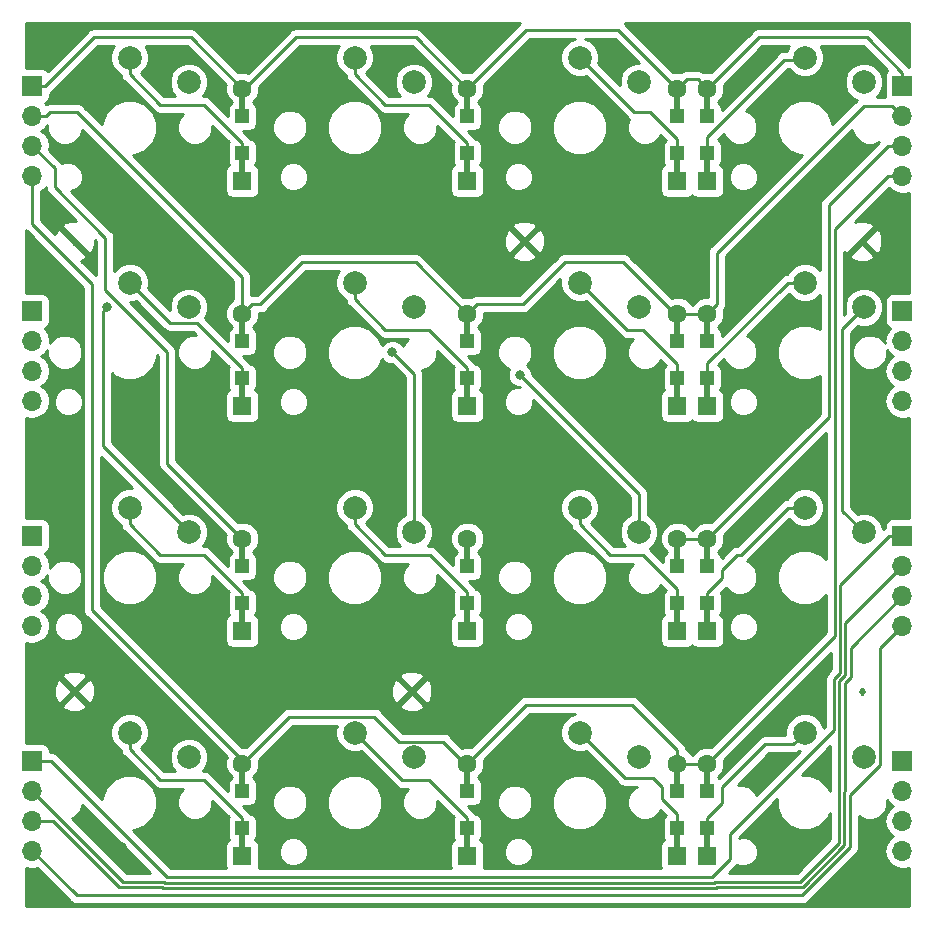
<source format=gbr>
G04 #@! TF.GenerationSoftware,KiCad,Pcbnew,(5.0.0)*
G04 #@! TF.CreationDate,2018-10-05T17:44:57-06:00*
G04 #@! TF.ProjectId,4x4_backpack,3478345F6261636B7061636B2E6B6963,rev?*
G04 #@! TF.SameCoordinates,Original*
G04 #@! TF.FileFunction,Copper,L1,Top,Signal*
G04 #@! TF.FilePolarity,Positive*
%FSLAX46Y46*%
G04 Gerber Fmt 4.6, Leading zero omitted, Abs format (unit mm)*
G04 Created by KiCad (PCBNEW (5.0.0)) date 10/05/18 17:44:57*
%MOMM*%
%LPD*%
G01*
G04 APERTURE LIST*
G04 #@! TA.AperFunction,ComponentPad*
%ADD10R,1.700000X1.700000*%
G04 #@! TD*
G04 #@! TA.AperFunction,ComponentPad*
%ADD11O,1.700000X1.700000*%
G04 #@! TD*
G04 #@! TA.AperFunction,Conductor*
%ADD12R,0.500000X2.500000*%
G04 #@! TD*
G04 #@! TA.AperFunction,ComponentPad*
%ADD13C,1.600000*%
G04 #@! TD*
G04 #@! TA.AperFunction,ComponentPad*
%ADD14R,1.600000X1.600000*%
G04 #@! TD*
G04 #@! TA.AperFunction,SMDPad,CuDef*
%ADD15R,1.200000X1.200000*%
G04 #@! TD*
G04 #@! TA.AperFunction,ComponentPad*
%ADD16C,2.000000*%
G04 #@! TD*
G04 #@! TA.AperFunction,ViaPad*
%ADD17C,0.800000*%
G04 #@! TD*
G04 #@! TA.AperFunction,Conductor*
%ADD18C,0.250000*%
G04 #@! TD*
G04 #@! TA.AperFunction,Conductor*
%ADD19C,0.254000*%
G04 #@! TD*
G04 APERTURE END LIST*
D10*
G04 #@! TO.P,J1,1*
G04 #@! TO.N,ROW1*
X77470000Y-82232500D03*
D11*
G04 #@! TO.P,J1,2*
G04 #@! TO.N,ROW2*
X77470000Y-84772500D03*
G04 #@! TO.P,J1,3*
G04 #@! TO.N,ROW3*
X77470000Y-87312500D03*
G04 #@! TO.P,J1,4*
G04 #@! TO.N,ROW4*
X77470000Y-89852500D03*
G04 #@! TD*
G04 #@! TO.P,J2,4*
G04 #@! TO.N,COL4*
X77470000Y-108902500D03*
G04 #@! TO.P,J2,3*
G04 #@! TO.N,COL3*
X77470000Y-106362500D03*
G04 #@! TO.P,J2,2*
G04 #@! TO.N,COL2*
X77470000Y-103822500D03*
D10*
G04 #@! TO.P,J2,1*
G04 #@! TO.N,COL1*
X77470000Y-101282500D03*
G04 #@! TD*
G04 #@! TO.P,J3,1*
G04 #@! TO.N,COL5*
X77470000Y-120332500D03*
D11*
G04 #@! TO.P,J3,2*
G04 #@! TO.N,COL6*
X77470000Y-122872500D03*
G04 #@! TO.P,J3,3*
G04 #@! TO.N,COL7*
X77470000Y-125412500D03*
G04 #@! TO.P,J3,4*
G04 #@! TO.N,COL8*
X77470000Y-127952500D03*
G04 #@! TD*
G04 #@! TO.P,J4,4*
G04 #@! TO.N,COL12*
X77470000Y-147002500D03*
G04 #@! TO.P,J4,3*
G04 #@! TO.N,COL11*
X77470000Y-144462500D03*
G04 #@! TO.P,J4,2*
G04 #@! TO.N,COL10*
X77470000Y-141922500D03*
D10*
G04 #@! TO.P,J4,1*
G04 #@! TO.N,COL9*
X77470000Y-139382500D03*
G04 #@! TD*
G04 #@! TO.P,J5,1*
G04 #@! TO.N,ROW1*
X151130000Y-82232500D03*
D11*
G04 #@! TO.P,J5,2*
G04 #@! TO.N,ROW2*
X151130000Y-84772500D03*
G04 #@! TO.P,J5,3*
G04 #@! TO.N,ROW3*
X151130000Y-87312500D03*
G04 #@! TO.P,J5,4*
G04 #@! TO.N,ROW4*
X151130000Y-89852500D03*
G04 #@! TD*
G04 #@! TO.P,J6,4*
G04 #@! TO.N,COL8*
X151130000Y-108902500D03*
G04 #@! TO.P,J6,3*
G04 #@! TO.N,COL7*
X151130000Y-106362500D03*
G04 #@! TO.P,J6,2*
G04 #@! TO.N,COL6*
X151130000Y-103822500D03*
D10*
G04 #@! TO.P,J6,1*
G04 #@! TO.N,COL5*
X151130000Y-101282500D03*
G04 #@! TD*
G04 #@! TO.P,J7,1*
G04 #@! TO.N,COL9*
X151130000Y-120332500D03*
D11*
G04 #@! TO.P,J7,2*
G04 #@! TO.N,COL10*
X151130000Y-122872500D03*
G04 #@! TO.P,J7,3*
G04 #@! TO.N,COL11*
X151130000Y-125412500D03*
G04 #@! TO.P,J7,4*
G04 #@! TO.N,COL12*
X151130000Y-127952500D03*
G04 #@! TD*
G04 #@! TO.P,J8,4*
G04 #@! TO.N,N/C*
X151130000Y-147002500D03*
G04 #@! TO.P,J8,3*
X151130000Y-144462500D03*
G04 #@! TO.P,J8,2*
X151130000Y-141922500D03*
D10*
G04 #@! TO.P,J8,1*
X151130000Y-139382500D03*
G04 #@! TD*
D12*
G04 #@! TO.N,ROW1*
G04 #@! TO.C,D1*
X95250000Y-83660000D03*
G04 #@! TO.N,Net-(D1-Pad1)*
X95250000Y-89060000D03*
D13*
G04 #@! TD*
G04 #@! TO.P,D1,2*
G04 #@! TO.N,ROW1*
X95250000Y-82460000D03*
D14*
G04 #@! TO.P,D1,1*
G04 #@! TO.N,Net-(D1-Pad1)*
X95250000Y-90260000D03*
D15*
X95250000Y-87935000D03*
G04 #@! TO.P,D1,2*
G04 #@! TO.N,ROW1*
X95250000Y-84785000D03*
G04 #@! TD*
D12*
G04 #@! TO.N,ROW1*
G04 #@! TO.C,D2*
X114300000Y-83660000D03*
G04 #@! TO.N,Net-(D2-Pad1)*
X114300000Y-89060000D03*
D13*
G04 #@! TD*
G04 #@! TO.P,D2,2*
G04 #@! TO.N,ROW1*
X114300000Y-82460000D03*
D14*
G04 #@! TO.P,D2,1*
G04 #@! TO.N,Net-(D2-Pad1)*
X114300000Y-90260000D03*
D15*
X114300000Y-87935000D03*
G04 #@! TO.P,D2,2*
G04 #@! TO.N,ROW1*
X114300000Y-84785000D03*
G04 #@! TD*
G04 #@! TO.P,D3,2*
G04 #@! TO.N,ROW1*
X132080000Y-84785000D03*
G04 #@! TO.P,D3,1*
G04 #@! TO.N,Net-(D3-Pad1)*
X132080000Y-87935000D03*
D14*
X132080000Y-90260000D03*
D13*
G04 #@! TO.P,D3,2*
G04 #@! TO.N,ROW1*
X132080000Y-82460000D03*
D12*
G04 #@! TD*
G04 #@! TO.N,Net-(D3-Pad1)*
G04 #@! TO.C,D3*
X132080000Y-89060000D03*
G04 #@! TO.N,ROW1*
G04 #@! TO.C,D3*
X132080000Y-83660000D03*
G04 #@! TD*
D15*
G04 #@! TO.P,D4,2*
G04 #@! TO.N,ROW1*
X134620000Y-84785000D03*
G04 #@! TO.P,D4,1*
G04 #@! TO.N,Net-(D4-Pad1)*
X134620000Y-87935000D03*
D14*
X134620000Y-90260000D03*
D13*
G04 #@! TO.P,D4,2*
G04 #@! TO.N,ROW1*
X134620000Y-82460000D03*
D12*
G04 #@! TD*
G04 #@! TO.N,Net-(D4-Pad1)*
G04 #@! TO.C,D4*
X134620000Y-89060000D03*
G04 #@! TO.N,ROW1*
G04 #@! TO.C,D4*
X134620000Y-83660000D03*
G04 #@! TD*
G04 #@! TO.N,ROW2*
G04 #@! TO.C,D5*
X95250000Y-102710000D03*
G04 #@! TO.N,Net-(D5-Pad1)*
X95250000Y-108110000D03*
D13*
G04 #@! TD*
G04 #@! TO.P,D5,2*
G04 #@! TO.N,ROW2*
X95250000Y-101510000D03*
D14*
G04 #@! TO.P,D5,1*
G04 #@! TO.N,Net-(D5-Pad1)*
X95250000Y-109310000D03*
D15*
X95250000Y-106985000D03*
G04 #@! TO.P,D5,2*
G04 #@! TO.N,ROW2*
X95250000Y-103835000D03*
G04 #@! TD*
G04 #@! TO.P,D6,2*
G04 #@! TO.N,ROW2*
X114300000Y-103835000D03*
G04 #@! TO.P,D6,1*
G04 #@! TO.N,Net-(D6-Pad1)*
X114300000Y-106985000D03*
D14*
X114300000Y-109310000D03*
D13*
G04 #@! TO.P,D6,2*
G04 #@! TO.N,ROW2*
X114300000Y-101510000D03*
D12*
G04 #@! TD*
G04 #@! TO.N,Net-(D6-Pad1)*
G04 #@! TO.C,D6*
X114300000Y-108110000D03*
G04 #@! TO.N,ROW2*
G04 #@! TO.C,D6*
X114300000Y-102710000D03*
G04 #@! TD*
G04 #@! TO.N,ROW2*
G04 #@! TO.C,D7*
X132080000Y-102710000D03*
G04 #@! TO.N,Net-(D7-Pad1)*
X132080000Y-108110000D03*
D13*
G04 #@! TD*
G04 #@! TO.P,D7,2*
G04 #@! TO.N,ROW2*
X132080000Y-101510000D03*
D14*
G04 #@! TO.P,D7,1*
G04 #@! TO.N,Net-(D7-Pad1)*
X132080000Y-109310000D03*
D15*
X132080000Y-106985000D03*
G04 #@! TO.P,D7,2*
G04 #@! TO.N,ROW2*
X132080000Y-103835000D03*
G04 #@! TD*
G04 #@! TO.P,D8,2*
G04 #@! TO.N,ROW2*
X134620000Y-103835000D03*
G04 #@! TO.P,D8,1*
G04 #@! TO.N,Net-(D8-Pad1)*
X134620000Y-106985000D03*
D14*
X134620000Y-109310000D03*
D13*
G04 #@! TO.P,D8,2*
G04 #@! TO.N,ROW2*
X134620000Y-101510000D03*
D12*
G04 #@! TD*
G04 #@! TO.N,Net-(D8-Pad1)*
G04 #@! TO.C,D8*
X134620000Y-108110000D03*
G04 #@! TO.N,ROW2*
G04 #@! TO.C,D8*
X134620000Y-102710000D03*
G04 #@! TD*
D15*
G04 #@! TO.P,D9,2*
G04 #@! TO.N,ROW3*
X95250000Y-122885000D03*
G04 #@! TO.P,D9,1*
G04 #@! TO.N,Net-(D9-Pad1)*
X95250000Y-126035000D03*
D14*
X95250000Y-128360000D03*
D13*
G04 #@! TO.P,D9,2*
G04 #@! TO.N,ROW3*
X95250000Y-120560000D03*
D12*
G04 #@! TD*
G04 #@! TO.N,Net-(D9-Pad1)*
G04 #@! TO.C,D9*
X95250000Y-127160000D03*
G04 #@! TO.N,ROW3*
G04 #@! TO.C,D9*
X95250000Y-121760000D03*
G04 #@! TD*
G04 #@! TO.N,ROW3*
G04 #@! TO.C,D10*
X114300000Y-121760000D03*
G04 #@! TO.N,Net-(D10-Pad1)*
X114300000Y-127160000D03*
D13*
G04 #@! TD*
G04 #@! TO.P,D10,2*
G04 #@! TO.N,ROW3*
X114300000Y-120560000D03*
D14*
G04 #@! TO.P,D10,1*
G04 #@! TO.N,Net-(D10-Pad1)*
X114300000Y-128360000D03*
D15*
X114300000Y-126035000D03*
G04 #@! TO.P,D10,2*
G04 #@! TO.N,ROW3*
X114300000Y-122885000D03*
G04 #@! TD*
G04 #@! TO.P,D11,2*
G04 #@! TO.N,ROW3*
X132080000Y-122885000D03*
G04 #@! TO.P,D11,1*
G04 #@! TO.N,Net-(D11-Pad1)*
X132080000Y-126035000D03*
D14*
X132080000Y-128360000D03*
D13*
G04 #@! TO.P,D11,2*
G04 #@! TO.N,ROW3*
X132080000Y-120560000D03*
D12*
G04 #@! TD*
G04 #@! TO.N,Net-(D11-Pad1)*
G04 #@! TO.C,D11*
X132080000Y-127160000D03*
G04 #@! TO.N,ROW3*
G04 #@! TO.C,D11*
X132080000Y-121760000D03*
G04 #@! TD*
G04 #@! TO.N,ROW3*
G04 #@! TO.C,D12*
X134620000Y-121760000D03*
G04 #@! TO.N,Net-(D12-Pad1)*
X134620000Y-127160000D03*
D13*
G04 #@! TD*
G04 #@! TO.P,D12,2*
G04 #@! TO.N,ROW3*
X134620000Y-120560000D03*
D14*
G04 #@! TO.P,D12,1*
G04 #@! TO.N,Net-(D12-Pad1)*
X134620000Y-128360000D03*
D15*
X134620000Y-126035000D03*
G04 #@! TO.P,D12,2*
G04 #@! TO.N,ROW3*
X134620000Y-122885000D03*
G04 #@! TD*
D12*
G04 #@! TO.N,ROW4*
G04 #@! TO.C,D13*
X95250000Y-140810000D03*
G04 #@! TO.N,Net-(D13-Pad1)*
X95250000Y-146210000D03*
D13*
G04 #@! TD*
G04 #@! TO.P,D13,2*
G04 #@! TO.N,ROW4*
X95250000Y-139610000D03*
D14*
G04 #@! TO.P,D13,1*
G04 #@! TO.N,Net-(D13-Pad1)*
X95250000Y-147410000D03*
D15*
X95250000Y-145085000D03*
G04 #@! TO.P,D13,2*
G04 #@! TO.N,ROW4*
X95250000Y-141935000D03*
G04 #@! TD*
G04 #@! TO.P,D14,2*
G04 #@! TO.N,ROW4*
X114300000Y-141935000D03*
G04 #@! TO.P,D14,1*
G04 #@! TO.N,Net-(D14-Pad1)*
X114300000Y-145085000D03*
D14*
X114300000Y-147410000D03*
D13*
G04 #@! TO.P,D14,2*
G04 #@! TO.N,ROW4*
X114300000Y-139610000D03*
D12*
G04 #@! TD*
G04 #@! TO.N,Net-(D14-Pad1)*
G04 #@! TO.C,D14*
X114300000Y-146210000D03*
G04 #@! TO.N,ROW4*
G04 #@! TO.C,D14*
X114300000Y-140810000D03*
G04 #@! TD*
D15*
G04 #@! TO.P,D15,2*
G04 #@! TO.N,ROW4*
X132080000Y-141935000D03*
G04 #@! TO.P,D15,1*
G04 #@! TO.N,Net-(D15-Pad1)*
X132080000Y-145085000D03*
D14*
X132080000Y-147410000D03*
D13*
G04 #@! TO.P,D15,2*
G04 #@! TO.N,ROW4*
X132080000Y-139610000D03*
D12*
G04 #@! TD*
G04 #@! TO.N,Net-(D15-Pad1)*
G04 #@! TO.C,D15*
X132080000Y-146210000D03*
G04 #@! TO.N,ROW4*
G04 #@! TO.C,D15*
X132080000Y-140810000D03*
G04 #@! TD*
G04 #@! TO.N,ROW4*
G04 #@! TO.C,D16*
X134620000Y-140810000D03*
G04 #@! TO.N,Net-(D16-Pad1)*
X134620000Y-146210000D03*
D13*
G04 #@! TD*
G04 #@! TO.P,D16,2*
G04 #@! TO.N,ROW4*
X134620000Y-139610000D03*
D14*
G04 #@! TO.P,D16,1*
G04 #@! TO.N,Net-(D16-Pad1)*
X134620000Y-147410000D03*
D15*
X134620000Y-145085000D03*
G04 #@! TO.P,D16,2*
G04 #@! TO.N,ROW4*
X134620000Y-141935000D03*
G04 #@! TD*
D16*
G04 #@! TO.P,S1,1*
G04 #@! TO.N,Net-(D1-Pad1)*
X85725000Y-79825000D03*
G04 #@! TO.P,S1,2*
G04 #@! TO.N,COL1*
X90725000Y-81925000D03*
G04 #@! TD*
G04 #@! TO.P,S2,2*
G04 #@! TO.N,COL2*
X109775000Y-81925000D03*
G04 #@! TO.P,S2,1*
G04 #@! TO.N,Net-(D2-Pad1)*
X104775000Y-79825000D03*
G04 #@! TD*
G04 #@! TO.P,S3,1*
G04 #@! TO.N,Net-(D3-Pad1)*
X123825000Y-79825000D03*
G04 #@! TO.P,S3,2*
G04 #@! TO.N,COL3*
X128825000Y-81925000D03*
G04 #@! TD*
G04 #@! TO.P,S4,2*
G04 #@! TO.N,COL4*
X147875000Y-81925000D03*
G04 #@! TO.P,S4,1*
G04 #@! TO.N,Net-(D4-Pad1)*
X142875000Y-79825000D03*
G04 #@! TD*
G04 #@! TO.P,S5,2*
G04 #@! TO.N,COL1*
X90725000Y-100975000D03*
G04 #@! TO.P,S5,1*
G04 #@! TO.N,Net-(D5-Pad1)*
X85725000Y-98875000D03*
G04 #@! TD*
G04 #@! TO.P,S6,1*
G04 #@! TO.N,Net-(D6-Pad1)*
X104775000Y-98875000D03*
G04 #@! TO.P,S6,2*
G04 #@! TO.N,COL2*
X109775000Y-100975000D03*
G04 #@! TD*
G04 #@! TO.P,S7,1*
G04 #@! TO.N,Net-(D7-Pad1)*
X123825000Y-98875000D03*
G04 #@! TO.P,S7,2*
G04 #@! TO.N,COL3*
X128825000Y-100975000D03*
G04 #@! TD*
G04 #@! TO.P,S8,2*
G04 #@! TO.N,COL4*
X147875000Y-100975000D03*
G04 #@! TO.P,S8,1*
G04 #@! TO.N,Net-(D8-Pad1)*
X142875000Y-98875000D03*
G04 #@! TD*
G04 #@! TO.P,S9,2*
G04 #@! TO.N,COL1*
X90725000Y-120025000D03*
G04 #@! TO.P,S9,1*
G04 #@! TO.N,Net-(D9-Pad1)*
X85725000Y-117925000D03*
G04 #@! TD*
G04 #@! TO.P,S10,1*
G04 #@! TO.N,Net-(D10-Pad1)*
X104775000Y-117925000D03*
G04 #@! TO.P,S10,2*
G04 #@! TO.N,COL2*
X109775000Y-120025000D03*
G04 #@! TD*
G04 #@! TO.P,S11,1*
G04 #@! TO.N,Net-(D11-Pad1)*
X123825000Y-117925000D03*
G04 #@! TO.P,S11,2*
G04 #@! TO.N,COL3*
X128825000Y-120025000D03*
G04 #@! TD*
G04 #@! TO.P,S12,1*
G04 #@! TO.N,Net-(D12-Pad1)*
X142875000Y-117925000D03*
G04 #@! TO.P,S12,2*
G04 #@! TO.N,COL4*
X147875000Y-120025000D03*
G04 #@! TD*
G04 #@! TO.P,S13,2*
G04 #@! TO.N,COL1*
X90725000Y-139075000D03*
G04 #@! TO.P,S13,1*
G04 #@! TO.N,Net-(D13-Pad1)*
X85725000Y-136975000D03*
G04 #@! TD*
G04 #@! TO.P,S14,2*
G04 #@! TO.N,COL2*
X109775000Y-139075000D03*
G04 #@! TO.P,S14,1*
G04 #@! TO.N,Net-(D14-Pad1)*
X104775000Y-136975000D03*
G04 #@! TD*
G04 #@! TO.P,S15,1*
G04 #@! TO.N,Net-(D15-Pad1)*
X123825000Y-136975000D03*
G04 #@! TO.P,S15,2*
G04 #@! TO.N,COL3*
X128825000Y-139075000D03*
G04 #@! TD*
G04 #@! TO.P,S16,2*
G04 #@! TO.N,COL4*
X147875000Y-139075000D03*
G04 #@! TO.P,S16,1*
G04 #@! TO.N,Net-(D16-Pad1)*
X142875000Y-136975000D03*
G04 #@! TD*
D17*
G04 #@! TO.N,GND*
X142240000Y-146685000D03*
X126365000Y-146685000D03*
X107950000Y-146050000D03*
X85090000Y-146685000D03*
X138430000Y-118745000D03*
X138430000Y-100330000D03*
X83185000Y-90170000D03*
X85725000Y-109855000D03*
X140335000Y-136525000D03*
X139700000Y-140335000D03*
X144145000Y-139700000D03*
X147955000Y-147320000D03*
X94615000Y-78105000D03*
X132715000Y-78740000D03*
X107950000Y-80010000D03*
X89535000Y-80010000D03*
X126365000Y-80010000D03*
X139065000Y-80645000D03*
X149860000Y-92710000D03*
X149225000Y-116840000D03*
X120650000Y-111760000D03*
X121285000Y-117475000D03*
X104775000Y-111760000D03*
X100965000Y-117475000D03*
X144689990Y-89535000D03*
G04 #@! TO.N,COL3*
X118745000Y-106680000D03*
G04 #@! TO.N,COL2*
X107950000Y-104775000D03*
G04 #@! TO.N,COL1*
X83820000Y-100965000D03*
G04 #@! TD*
D18*
G04 #@! TO.N,ROW1*
X78570000Y-82232500D02*
X82697500Y-78105000D01*
X77470000Y-82232500D02*
X78570000Y-82232500D01*
X90895000Y-78105000D02*
X95250000Y-82460000D01*
X82697500Y-78105000D02*
X90895000Y-78105000D01*
X95250000Y-82660000D02*
X99805000Y-78105000D01*
X95250000Y-83660000D02*
X95250000Y-82660000D01*
X109945000Y-78105000D02*
X114300000Y-82460000D01*
X99805000Y-78105000D02*
X109945000Y-78105000D01*
X114300000Y-82460000D02*
X119290000Y-77470000D01*
X127090000Y-77470000D02*
X132080000Y-82460000D01*
X119290000Y-77470000D02*
X127090000Y-77470000D01*
X133820001Y-81660001D02*
X134620000Y-82460000D01*
X132879999Y-81660001D02*
X133820001Y-81660001D01*
X132080000Y-82460000D02*
X132879999Y-81660001D01*
X134620000Y-82460000D02*
X138975000Y-78105000D01*
X151130000Y-81132500D02*
X151130000Y-82232500D01*
X148102500Y-78105000D02*
X151130000Y-81132500D01*
X138975000Y-78105000D02*
X148102500Y-78105000D01*
G04 #@! TO.N,ROW2*
X96049999Y-100710001D02*
X96774999Y-100710001D01*
X95250000Y-101510000D02*
X96049999Y-100710001D01*
X96774999Y-100710001D02*
X100330000Y-97155000D01*
X109945000Y-97155000D02*
X114300000Y-101510000D01*
X100330000Y-97155000D02*
X109945000Y-97155000D01*
X132080000Y-101510000D02*
X134620000Y-101510000D01*
X150280001Y-83922501D02*
X151130000Y-84772500D01*
X147852499Y-83922501D02*
X150280001Y-83922501D01*
X135419999Y-96355001D02*
X147852499Y-83922501D01*
X135419999Y-100710001D02*
X135419999Y-96355001D01*
X134620000Y-101510000D02*
X135419999Y-100710001D01*
X95250000Y-100378630D02*
X95250000Y-101510000D01*
X95250000Y-98425000D02*
X95250000Y-100378630D01*
X81280000Y-84455000D02*
X95250000Y-98425000D01*
X78989581Y-84455000D02*
X81280000Y-84455000D01*
X77470000Y-84772500D02*
X78672081Y-84772500D01*
X78672081Y-84772500D02*
X78989581Y-84455000D01*
X132080000Y-101710000D02*
X132080000Y-102710000D01*
X127525000Y-97155000D02*
X132080000Y-101710000D01*
X122555000Y-97155000D02*
X127525000Y-97155000D01*
X118999999Y-100710001D02*
X122555000Y-97155000D01*
X114300000Y-101510000D02*
X115099999Y-100710001D01*
X115099999Y-100710001D02*
X118999999Y-100710001D01*
G04 #@! TO.N,ROW3*
X135419999Y-119760001D02*
X134620000Y-120560000D01*
X144900001Y-110279999D02*
X135419999Y-119760001D01*
X144900001Y-92340418D02*
X144900001Y-110279999D01*
X149927919Y-87312500D02*
X144900001Y-92340418D01*
X151130000Y-87312500D02*
X149927919Y-87312500D01*
X134620000Y-120560000D02*
X132080000Y-120560000D01*
X88900000Y-114210000D02*
X95250000Y-120560000D01*
X77470000Y-87312500D02*
X79375000Y-89217500D01*
X79375000Y-89217500D02*
X79375000Y-90805000D01*
X83635009Y-95065009D02*
X83635009Y-99510009D01*
X83635009Y-99510009D02*
X88900000Y-104775000D01*
X79375000Y-90805000D02*
X83635009Y-95065009D01*
X88900000Y-104775000D02*
X88900000Y-114210000D01*
G04 #@! TO.N,ROW4*
X134620000Y-139610000D02*
X132080000Y-139610000D01*
X132080000Y-138478630D02*
X128221370Y-134620000D01*
X132080000Y-139610000D02*
X132080000Y-138478630D01*
X119290000Y-134620000D02*
X114210000Y-139700000D01*
X128221370Y-134620000D02*
X119290000Y-134620000D01*
X112259999Y-137749999D02*
X108539999Y-137749999D01*
X114210000Y-139700000D02*
X112259999Y-137749999D01*
X96049999Y-138810001D02*
X95250000Y-139610000D01*
X99210001Y-135649999D02*
X96049999Y-138810001D01*
X106439999Y-135649999D02*
X99210001Y-135649999D01*
X108539999Y-137749999D02*
X106439999Y-135649999D01*
X77470000Y-91054581D02*
X77470000Y-89852500D01*
X77470000Y-93930002D02*
X77470000Y-91054581D01*
X82550000Y-99010002D02*
X77470000Y-93930002D01*
X82550000Y-126610000D02*
X82550000Y-99010002D01*
X95250000Y-140810000D02*
X95250000Y-139310000D01*
X95250000Y-139310000D02*
X82550000Y-126610000D01*
X145415000Y-128815000D02*
X134620000Y-139610000D01*
X145415000Y-94365419D02*
X145415000Y-128815000D01*
X151130000Y-89852500D02*
X149927919Y-89852500D01*
X149927919Y-89852500D02*
X145415000Y-94365419D01*
G04 #@! TO.N,COL12*
X150280001Y-128802499D02*
X151130000Y-127952500D01*
X149225000Y-129857500D02*
X150280001Y-128802499D01*
X81227519Y-150760019D02*
X142612803Y-150760019D01*
X77470000Y-147002500D02*
X81227519Y-150760019D01*
X142612803Y-150760019D02*
X146685000Y-146687822D01*
X146685000Y-146687822D02*
X146685000Y-142240000D01*
X146685000Y-142240000D02*
X149225000Y-139700000D01*
X149225000Y-139700000D02*
X149225000Y-129857500D01*
G04 #@! TO.N,COL11*
X88447167Y-150044989D02*
X84843991Y-150044989D01*
X146234989Y-141980222D02*
X146234989Y-146501422D01*
X142691422Y-150044989D02*
X135442835Y-150044989D01*
X146765033Y-132303965D02*
X146250032Y-132818966D01*
X146234989Y-146501422D02*
X142691422Y-150044989D01*
X79261502Y-144462500D02*
X78672081Y-144462500D01*
X135362802Y-150125022D02*
X88527200Y-150125022D01*
X146250032Y-132818966D02*
X146250032Y-141965179D01*
X151130000Y-125412500D02*
X146765033Y-129777467D01*
X88527200Y-150125022D02*
X88447167Y-150044989D01*
X146250032Y-141965179D02*
X146234989Y-141980222D01*
X135442835Y-150044989D02*
X135362802Y-150125022D01*
X84843991Y-150044989D02*
X79261502Y-144462500D01*
X146765033Y-129777467D02*
X146765033Y-132303965D01*
X78672081Y-144462500D02*
X77470000Y-144462500D01*
G04 #@! TO.N,COL10*
X135176402Y-149675011D02*
X88713600Y-149675011D01*
X88633567Y-149594978D02*
X85142478Y-149594978D01*
X145784978Y-146315022D02*
X142505022Y-149594978D01*
X135256435Y-149594978D02*
X135176402Y-149675011D01*
X145800021Y-141778779D02*
X145784978Y-141793822D01*
X145784978Y-141793822D02*
X145784978Y-146315022D01*
X78319999Y-142772499D02*
X77470000Y-141922500D01*
X145800021Y-132632567D02*
X145800021Y-141778779D01*
X142505022Y-149594978D02*
X135256435Y-149594978D01*
X88713600Y-149675011D02*
X88633567Y-149594978D01*
X85142478Y-149594978D02*
X78319999Y-142772499D01*
X146315022Y-127687478D02*
X146315022Y-132117566D01*
X146315022Y-132117566D02*
X145800021Y-132632567D01*
X151130000Y-122872500D02*
X146315022Y-127687478D01*
G04 #@! TO.N,COL9*
X136525000Y-145570000D02*
X136525000Y-147690002D01*
X151130000Y-120332500D02*
X150030000Y-120332500D01*
X150030000Y-120332500D02*
X145865011Y-124497489D01*
X145865011Y-124497489D02*
X145865011Y-131931166D01*
X145865011Y-131931166D02*
X145350010Y-132446167D01*
X88900000Y-149225000D02*
X79057500Y-139382500D01*
X79057500Y-139382500D02*
X78570000Y-139382500D01*
X134990002Y-149225000D02*
X88900000Y-149225000D01*
X136525000Y-147690002D02*
X134990002Y-149225000D01*
X145350010Y-136744990D02*
X136525000Y-145570000D01*
X145350010Y-132446167D02*
X145350010Y-136744990D01*
X78570000Y-139382500D02*
X77470000Y-139382500D01*
G04 #@! TO.N,Net-(D1-Pad1)*
X85725000Y-81239213D02*
X88305787Y-83820000D01*
X85725000Y-79825000D02*
X85725000Y-81239213D01*
X95250000Y-87085000D02*
X95250000Y-87935000D01*
X91985000Y-83820000D02*
X95250000Y-87085000D01*
X88305787Y-83820000D02*
X91985000Y-83820000D01*
G04 #@! TO.N,Net-(D2-Pad1)*
X114300000Y-87085000D02*
X114300000Y-87935000D01*
X111035000Y-83820000D02*
X114300000Y-87085000D01*
X107355787Y-83820000D02*
X111035000Y-83820000D01*
X104775000Y-81239213D02*
X107355787Y-83820000D01*
X104775000Y-79825000D02*
X104775000Y-81239213D01*
G04 #@! TO.N,Net-(D3-Pad1)*
X123825000Y-79825000D02*
X128455000Y-84455000D01*
X132080000Y-87560000D02*
X132080000Y-89060000D01*
X132080000Y-86740998D02*
X132080000Y-87560000D01*
X129794002Y-84455000D02*
X132080000Y-86740998D01*
X128455000Y-84455000D02*
X129794002Y-84455000D01*
G04 #@! TO.N,Net-(D4-Pad1)*
X134620000Y-87085000D02*
X134620000Y-87935000D01*
X134620000Y-86570002D02*
X134620000Y-87085000D01*
X141155000Y-80035002D02*
X134620000Y-86570002D01*
X141155000Y-80010000D02*
X141155000Y-80035002D01*
X142875000Y-79825000D02*
X142690000Y-80010000D01*
X142690000Y-80010000D02*
X141155000Y-80010000D01*
G04 #@! TO.N,Net-(D5-Pad1)*
X95250000Y-106135000D02*
X95250000Y-106985000D01*
X91415001Y-102300001D02*
X95250000Y-106135000D01*
X89150001Y-102300001D02*
X91415001Y-102300001D01*
X85725000Y-98875000D02*
X89150001Y-102300001D01*
G04 #@! TO.N,Net-(D6-Pad1)*
X114300000Y-106610000D02*
X114300000Y-108110000D01*
X114300000Y-106135000D02*
X114300000Y-106610000D01*
X111035000Y-102870000D02*
X114300000Y-106135000D01*
X107355787Y-102870000D02*
X111035000Y-102870000D01*
X104775000Y-100289213D02*
X107355787Y-102870000D01*
X104775000Y-98875000D02*
X104775000Y-100289213D01*
G04 #@! TO.N,Net-(D7-Pad1)*
X123825000Y-98875000D02*
X127820000Y-102870000D01*
X132080000Y-106135000D02*
X132080000Y-106985000D01*
X132080000Y-105790998D02*
X132080000Y-106135000D01*
X129159002Y-102870000D02*
X132080000Y-105790998D01*
X127820000Y-102870000D02*
X129159002Y-102870000D01*
G04 #@! TO.N,Net-(D8-Pad1)*
X134620000Y-105715787D02*
X134620000Y-106985000D01*
X142875000Y-98875000D02*
X141460787Y-98875000D01*
X141460787Y-98875000D02*
X134620000Y-105715787D01*
G04 #@! TO.N,Net-(D9-Pad1)*
X85725000Y-119339213D02*
X88305787Y-121920000D01*
X85725000Y-117925000D02*
X85725000Y-119339213D01*
X95250000Y-125185000D02*
X95250000Y-126035000D01*
X91985000Y-121920000D02*
X95250000Y-125185000D01*
X88305787Y-121920000D02*
X91985000Y-121920000D01*
G04 #@! TO.N,Net-(D10-Pad1)*
X104775000Y-119339213D02*
X107355787Y-121920000D01*
X104775000Y-117925000D02*
X104775000Y-119339213D01*
X107355787Y-121920000D02*
X111125000Y-121920000D01*
X114300000Y-125095000D02*
X114300000Y-126035000D01*
X111125000Y-121920000D02*
X114300000Y-125095000D01*
G04 #@! TO.N,Net-(D11-Pad1)*
X132080000Y-125185000D02*
X132080000Y-126035000D01*
X132080000Y-124840998D02*
X132080000Y-125185000D01*
X129159002Y-121920000D02*
X132080000Y-124840998D01*
X126405787Y-121920000D02*
X129159002Y-121920000D01*
X123825000Y-119339213D02*
X126405787Y-121920000D01*
X123825000Y-117925000D02*
X123825000Y-119339213D01*
G04 #@! TO.N,Net-(D12-Pad1)*
X141460787Y-117925000D02*
X137465787Y-121920000D01*
X137465787Y-121920000D02*
X137160000Y-121920000D01*
X134620000Y-125185000D02*
X134620000Y-126035000D01*
X142875000Y-117925000D02*
X141460787Y-117925000D01*
X137160000Y-121920000D02*
X135890000Y-123190000D01*
X135890000Y-123190000D02*
X135890000Y-123915000D01*
X135890000Y-123915000D02*
X134620000Y-125185000D01*
G04 #@! TO.N,Net-(D13-Pad1)*
X95250000Y-144235000D02*
X95250000Y-145085000D01*
X91985000Y-140970000D02*
X95250000Y-144235000D01*
X88305787Y-140970000D02*
X91985000Y-140970000D01*
X85725000Y-138389213D02*
X88305787Y-140970000D01*
X85725000Y-136975000D02*
X85725000Y-138389213D01*
G04 #@! TO.N,Net-(D14-Pad1)*
X114300000Y-144235000D02*
X114300000Y-145085000D01*
X111035000Y-140970000D02*
X114300000Y-144235000D01*
X104775000Y-136975000D02*
X108770000Y-140970000D01*
X108770000Y-140970000D02*
X111035000Y-140970000D01*
G04 #@! TO.N,Net-(D15-Pad1)*
X127635000Y-140785000D02*
X129990000Y-140785000D01*
X123825000Y-136975000D02*
X127635000Y-140785000D01*
X129990000Y-140785000D02*
X130810000Y-141605000D01*
X130810000Y-141605000D02*
X130810000Y-142620998D01*
X130810000Y-142620998D02*
X132080000Y-143890998D01*
X132080000Y-144235000D02*
X132080000Y-145085000D01*
X132080000Y-143890998D02*
X132080000Y-144235000D01*
G04 #@! TO.N,Net-(D16-Pad1)*
X141875001Y-137974999D02*
X139520001Y-137974999D01*
X142875000Y-136975000D02*
X141875001Y-137974999D01*
X139520001Y-137974999D02*
X135890000Y-141605000D01*
X134620000Y-144235000D02*
X134620000Y-145085000D01*
X135890000Y-142965000D02*
X134620000Y-144235000D01*
X135890000Y-141605000D02*
X135890000Y-142965000D01*
G04 #@! TO.N,COL4*
X146875001Y-101974999D02*
X147875000Y-100975000D01*
X146050000Y-102800000D02*
X146875001Y-101974999D01*
X146050000Y-118200000D02*
X146050000Y-102800000D01*
X147875000Y-120025000D02*
X146050000Y-118200000D01*
G04 #@! TO.N,COL3*
X128825000Y-120025000D02*
X128825000Y-116760000D01*
X128825000Y-116760000D02*
X118745000Y-106680000D01*
G04 #@! TO.N,COL2*
X109775000Y-120025000D02*
X109775000Y-106600000D01*
X109775000Y-106600000D02*
X107950000Y-104775000D01*
G04 #@! TO.N,COL1*
X83420001Y-101364999D02*
X83820000Y-100965000D01*
X83420001Y-112720001D02*
X83420001Y-101364999D01*
X90725000Y-120025000D02*
X83420001Y-112720001D01*
G04 #@! TD*
D19*
G04 #@! TO.N,GND*
G36*
X150059375Y-142993125D02*
X150357761Y-143192500D01*
X150059375Y-143391875D01*
X149731161Y-143883082D01*
X149615908Y-144462500D01*
X149731161Y-145041918D01*
X150059375Y-145533125D01*
X150357761Y-145732500D01*
X150059375Y-145931875D01*
X149731161Y-146423082D01*
X149615908Y-147002500D01*
X149731161Y-147581918D01*
X150059375Y-148073125D01*
X150550582Y-148401339D01*
X150983744Y-148487500D01*
X151276256Y-148487500D01*
X151690000Y-148405201D01*
X151690000Y-151690000D01*
X76910000Y-151690000D01*
X76910000Y-148405201D01*
X77323744Y-148487500D01*
X77616256Y-148487500D01*
X77836408Y-148443709D01*
X80637192Y-151244495D01*
X80679590Y-151307948D01*
X80743043Y-151350346D01*
X80743045Y-151350348D01*
X80868421Y-151434121D01*
X80930982Y-151475923D01*
X81152667Y-151520019D01*
X81152671Y-151520019D01*
X81227518Y-151534907D01*
X81302365Y-151520019D01*
X142537956Y-151520019D01*
X142612803Y-151534907D01*
X142687650Y-151520019D01*
X142687655Y-151520019D01*
X142909340Y-151475923D01*
X143160732Y-151307948D01*
X143203134Y-151244489D01*
X147169473Y-147278151D01*
X147232929Y-147235751D01*
X147400904Y-146984359D01*
X147445000Y-146762674D01*
X147445000Y-146762670D01*
X147459888Y-146687823D01*
X147445000Y-146612976D01*
X147445000Y-144045107D01*
X147533815Y-144133922D01*
X148079615Y-144360000D01*
X148670385Y-144360000D01*
X149216185Y-144133922D01*
X149633922Y-143716185D01*
X149860000Y-143170385D01*
X149860000Y-142694739D01*
X150059375Y-142993125D01*
X150059375Y-142993125D01*
G37*
X150059375Y-142993125D02*
X150357761Y-143192500D01*
X150059375Y-143391875D01*
X149731161Y-143883082D01*
X149615908Y-144462500D01*
X149731161Y-145041918D01*
X150059375Y-145533125D01*
X150357761Y-145732500D01*
X150059375Y-145931875D01*
X149731161Y-146423082D01*
X149615908Y-147002500D01*
X149731161Y-147581918D01*
X150059375Y-148073125D01*
X150550582Y-148401339D01*
X150983744Y-148487500D01*
X151276256Y-148487500D01*
X151690000Y-148405201D01*
X151690000Y-151690000D01*
X76910000Y-151690000D01*
X76910000Y-148405201D01*
X77323744Y-148487500D01*
X77616256Y-148487500D01*
X77836408Y-148443709D01*
X80637192Y-151244495D01*
X80679590Y-151307948D01*
X80743043Y-151350346D01*
X80743045Y-151350348D01*
X80868421Y-151434121D01*
X80930982Y-151475923D01*
X81152667Y-151520019D01*
X81152671Y-151520019D01*
X81227518Y-151534907D01*
X81302365Y-151520019D01*
X142537956Y-151520019D01*
X142612803Y-151534907D01*
X142687650Y-151520019D01*
X142687655Y-151520019D01*
X142909340Y-151475923D01*
X143160732Y-151307948D01*
X143203134Y-151244489D01*
X147169473Y-147278151D01*
X147232929Y-147235751D01*
X147400904Y-146984359D01*
X147445000Y-146762674D01*
X147445000Y-146762670D01*
X147459888Y-146687823D01*
X147445000Y-146612976D01*
X147445000Y-144045107D01*
X147533815Y-144133922D01*
X148079615Y-144360000D01*
X148670385Y-144360000D01*
X149216185Y-144133922D01*
X149633922Y-143716185D01*
X149860000Y-143170385D01*
X149860000Y-142694739D01*
X150059375Y-142993125D01*
G36*
X87435176Y-148834978D02*
X85457281Y-148834978D01*
X80847009Y-144224708D01*
X81066185Y-144133922D01*
X81483922Y-143716185D01*
X81710000Y-143170385D01*
X81710000Y-143109801D01*
X87435176Y-148834978D01*
X87435176Y-148834978D01*
G37*
X87435176Y-148834978D02*
X85457281Y-148834978D01*
X80847009Y-144224708D01*
X81066185Y-144133922D01*
X81483922Y-143716185D01*
X81710000Y-143170385D01*
X81710000Y-143109801D01*
X87435176Y-148834978D01*
G36*
X140540000Y-143339460D02*
X140895483Y-144197671D01*
X141552329Y-144854517D01*
X142410540Y-145210000D01*
X143339460Y-145210000D01*
X144197671Y-144854517D01*
X144854517Y-144197671D01*
X145024978Y-143786141D01*
X145024979Y-146000219D01*
X142190221Y-148834978D01*
X136454826Y-148834978D01*
X137009473Y-148280331D01*
X137072929Y-148237931D01*
X137108138Y-148185237D01*
X137409343Y-148310000D01*
X137900657Y-148310000D01*
X138354571Y-148121982D01*
X138701982Y-147774571D01*
X138890000Y-147320657D01*
X138890000Y-146829343D01*
X138701982Y-146375429D01*
X138354571Y-146028018D01*
X137900657Y-145840000D01*
X137409343Y-145840000D01*
X137285000Y-145891505D01*
X137285000Y-145884801D01*
X140540000Y-142629801D01*
X140540000Y-143339460D01*
X140540000Y-143339460D01*
G37*
X140540000Y-143339460D02*
X140895483Y-144197671D01*
X141552329Y-144854517D01*
X142410540Y-145210000D01*
X143339460Y-145210000D01*
X144197671Y-144854517D01*
X144854517Y-144197671D01*
X145024978Y-143786141D01*
X145024979Y-146000219D01*
X142190221Y-148834978D01*
X136454826Y-148834978D01*
X137009473Y-148280331D01*
X137072929Y-148237931D01*
X137108138Y-148185237D01*
X137409343Y-148310000D01*
X137900657Y-148310000D01*
X138354571Y-148121982D01*
X138701982Y-147774571D01*
X138890000Y-147320657D01*
X138890000Y-146829343D01*
X138701982Y-146375429D01*
X138354571Y-146028018D01*
X137900657Y-145840000D01*
X137409343Y-145840000D01*
X137285000Y-145891505D01*
X137285000Y-145884801D01*
X140540000Y-142629801D01*
X140540000Y-143339460D01*
G36*
X103140000Y-136649778D02*
X103140000Y-137300222D01*
X103388914Y-137901153D01*
X103848847Y-138361086D01*
X104449778Y-138610000D01*
X105100222Y-138610000D01*
X105266376Y-138541177D01*
X108179670Y-141454472D01*
X108222071Y-141517929D01*
X108473463Y-141685904D01*
X108695148Y-141730000D01*
X108695152Y-141730000D01*
X108769999Y-141744888D01*
X108844846Y-141730000D01*
X109319893Y-141730000D01*
X109016078Y-142033815D01*
X108790000Y-142579615D01*
X108790000Y-143170385D01*
X109016078Y-143716185D01*
X109433815Y-144133922D01*
X109979615Y-144360000D01*
X110570385Y-144360000D01*
X111116185Y-144133922D01*
X111533922Y-143716185D01*
X111760000Y-143170385D01*
X111760000Y-142769801D01*
X113152148Y-144161949D01*
X113101843Y-144237235D01*
X113052560Y-144485000D01*
X113052560Y-145685000D01*
X113101843Y-145932765D01*
X113184793Y-146056907D01*
X113042191Y-146152191D01*
X112901843Y-146362235D01*
X112852560Y-146610000D01*
X112852560Y-148210000D01*
X112901843Y-148457765D01*
X112906677Y-148465000D01*
X96643323Y-148465000D01*
X96648157Y-148457765D01*
X96697440Y-148210000D01*
X96697440Y-146829343D01*
X98320000Y-146829343D01*
X98320000Y-147320657D01*
X98508018Y-147774571D01*
X98855429Y-148121982D01*
X99309343Y-148310000D01*
X99800657Y-148310000D01*
X100254571Y-148121982D01*
X100601982Y-147774571D01*
X100790000Y-147320657D01*
X100790000Y-146829343D01*
X100601982Y-146375429D01*
X100254571Y-146028018D01*
X99800657Y-145840000D01*
X99309343Y-145840000D01*
X98855429Y-146028018D01*
X98508018Y-146375429D01*
X98320000Y-146829343D01*
X96697440Y-146829343D01*
X96697440Y-146610000D01*
X96648157Y-146362235D01*
X96507809Y-146152191D01*
X96365207Y-146056907D01*
X96448157Y-145932765D01*
X96497440Y-145685000D01*
X96497440Y-144485000D01*
X96448157Y-144237235D01*
X96307809Y-144027191D01*
X96097765Y-143886843D01*
X95905914Y-143848682D01*
X95797929Y-143687071D01*
X95734473Y-143644671D01*
X95272242Y-143182440D01*
X95850000Y-143182440D01*
X96097765Y-143133157D01*
X96307809Y-142992809D01*
X96448157Y-142782765D01*
X96488565Y-142579615D01*
X97790000Y-142579615D01*
X97790000Y-143170385D01*
X98016078Y-143716185D01*
X98433815Y-144133922D01*
X98979615Y-144360000D01*
X99570385Y-144360000D01*
X100116185Y-144133922D01*
X100533922Y-143716185D01*
X100760000Y-143170385D01*
X100760000Y-142579615D01*
X100689967Y-142410540D01*
X102440000Y-142410540D01*
X102440000Y-143339460D01*
X102795483Y-144197671D01*
X103452329Y-144854517D01*
X104310540Y-145210000D01*
X105239460Y-145210000D01*
X106097671Y-144854517D01*
X106754517Y-144197671D01*
X107110000Y-143339460D01*
X107110000Y-142410540D01*
X106754517Y-141552329D01*
X106097671Y-140895483D01*
X105239460Y-140540000D01*
X104310540Y-140540000D01*
X103452329Y-140895483D01*
X102795483Y-141552329D01*
X102440000Y-142410540D01*
X100689967Y-142410540D01*
X100533922Y-142033815D01*
X100116185Y-141616078D01*
X99570385Y-141390000D01*
X98979615Y-141390000D01*
X98433815Y-141616078D01*
X98016078Y-142033815D01*
X97790000Y-142579615D01*
X96488565Y-142579615D01*
X96497440Y-142535000D01*
X96497440Y-141335000D01*
X96448157Y-141087235D01*
X96307809Y-140877191D01*
X96147440Y-140770035D01*
X96147440Y-140741956D01*
X96466534Y-140422862D01*
X96685000Y-139895439D01*
X96685000Y-139324561D01*
X96663103Y-139271698D01*
X99524803Y-136409999D01*
X103239320Y-136409999D01*
X103140000Y-136649778D01*
X103140000Y-136649778D01*
G37*
X103140000Y-136649778D02*
X103140000Y-137300222D01*
X103388914Y-137901153D01*
X103848847Y-138361086D01*
X104449778Y-138610000D01*
X105100222Y-138610000D01*
X105266376Y-138541177D01*
X108179670Y-141454472D01*
X108222071Y-141517929D01*
X108473463Y-141685904D01*
X108695148Y-141730000D01*
X108695152Y-141730000D01*
X108769999Y-141744888D01*
X108844846Y-141730000D01*
X109319893Y-141730000D01*
X109016078Y-142033815D01*
X108790000Y-142579615D01*
X108790000Y-143170385D01*
X109016078Y-143716185D01*
X109433815Y-144133922D01*
X109979615Y-144360000D01*
X110570385Y-144360000D01*
X111116185Y-144133922D01*
X111533922Y-143716185D01*
X111760000Y-143170385D01*
X111760000Y-142769801D01*
X113152148Y-144161949D01*
X113101843Y-144237235D01*
X113052560Y-144485000D01*
X113052560Y-145685000D01*
X113101843Y-145932765D01*
X113184793Y-146056907D01*
X113042191Y-146152191D01*
X112901843Y-146362235D01*
X112852560Y-146610000D01*
X112852560Y-148210000D01*
X112901843Y-148457765D01*
X112906677Y-148465000D01*
X96643323Y-148465000D01*
X96648157Y-148457765D01*
X96697440Y-148210000D01*
X96697440Y-146829343D01*
X98320000Y-146829343D01*
X98320000Y-147320657D01*
X98508018Y-147774571D01*
X98855429Y-148121982D01*
X99309343Y-148310000D01*
X99800657Y-148310000D01*
X100254571Y-148121982D01*
X100601982Y-147774571D01*
X100790000Y-147320657D01*
X100790000Y-146829343D01*
X100601982Y-146375429D01*
X100254571Y-146028018D01*
X99800657Y-145840000D01*
X99309343Y-145840000D01*
X98855429Y-146028018D01*
X98508018Y-146375429D01*
X98320000Y-146829343D01*
X96697440Y-146829343D01*
X96697440Y-146610000D01*
X96648157Y-146362235D01*
X96507809Y-146152191D01*
X96365207Y-146056907D01*
X96448157Y-145932765D01*
X96497440Y-145685000D01*
X96497440Y-144485000D01*
X96448157Y-144237235D01*
X96307809Y-144027191D01*
X96097765Y-143886843D01*
X95905914Y-143848682D01*
X95797929Y-143687071D01*
X95734473Y-143644671D01*
X95272242Y-143182440D01*
X95850000Y-143182440D01*
X96097765Y-143133157D01*
X96307809Y-142992809D01*
X96448157Y-142782765D01*
X96488565Y-142579615D01*
X97790000Y-142579615D01*
X97790000Y-143170385D01*
X98016078Y-143716185D01*
X98433815Y-144133922D01*
X98979615Y-144360000D01*
X99570385Y-144360000D01*
X100116185Y-144133922D01*
X100533922Y-143716185D01*
X100760000Y-143170385D01*
X100760000Y-142579615D01*
X100689967Y-142410540D01*
X102440000Y-142410540D01*
X102440000Y-143339460D01*
X102795483Y-144197671D01*
X103452329Y-144854517D01*
X104310540Y-145210000D01*
X105239460Y-145210000D01*
X106097671Y-144854517D01*
X106754517Y-144197671D01*
X107110000Y-143339460D01*
X107110000Y-142410540D01*
X106754517Y-141552329D01*
X106097671Y-140895483D01*
X105239460Y-140540000D01*
X104310540Y-140540000D01*
X103452329Y-140895483D01*
X102795483Y-141552329D01*
X102440000Y-142410540D01*
X100689967Y-142410540D01*
X100533922Y-142033815D01*
X100116185Y-141616078D01*
X99570385Y-141390000D01*
X98979615Y-141390000D01*
X98433815Y-141616078D01*
X98016078Y-142033815D01*
X97790000Y-142579615D01*
X96488565Y-142579615D01*
X96497440Y-142535000D01*
X96497440Y-141335000D01*
X96448157Y-141087235D01*
X96307809Y-140877191D01*
X96147440Y-140770035D01*
X96147440Y-140741956D01*
X96466534Y-140422862D01*
X96685000Y-139895439D01*
X96685000Y-139324561D01*
X96663103Y-139271698D01*
X99524803Y-136409999D01*
X103239320Y-136409999D01*
X103140000Y-136649778D01*
G36*
X122898847Y-135588914D02*
X122438914Y-136048847D01*
X122190000Y-136649778D01*
X122190000Y-137300222D01*
X122438914Y-137901153D01*
X122898847Y-138361086D01*
X123499778Y-138610000D01*
X124150222Y-138610000D01*
X124316376Y-138541177D01*
X127044670Y-141269472D01*
X127087071Y-141332929D01*
X127150527Y-141375329D01*
X127338462Y-141500904D01*
X127386605Y-141510480D01*
X127560148Y-141545000D01*
X127560152Y-141545000D01*
X127635000Y-141559888D01*
X127709848Y-141545000D01*
X128655412Y-141545000D01*
X128483815Y-141616078D01*
X128066078Y-142033815D01*
X127840000Y-142579615D01*
X127840000Y-143170385D01*
X128066078Y-143716185D01*
X128483815Y-144133922D01*
X129029615Y-144360000D01*
X129620385Y-144360000D01*
X130166185Y-144133922D01*
X130583922Y-143716185D01*
X130656110Y-143541909D01*
X131093646Y-143979446D01*
X131022191Y-144027191D01*
X130881843Y-144237235D01*
X130832560Y-144485000D01*
X130832560Y-145685000D01*
X130881843Y-145932765D01*
X130964793Y-146056907D01*
X130822191Y-146152191D01*
X130681843Y-146362235D01*
X130632560Y-146610000D01*
X130632560Y-148210000D01*
X130681843Y-148457765D01*
X130686677Y-148465000D01*
X115693323Y-148465000D01*
X115698157Y-148457765D01*
X115747440Y-148210000D01*
X115747440Y-146829343D01*
X117370000Y-146829343D01*
X117370000Y-147320657D01*
X117558018Y-147774571D01*
X117905429Y-148121982D01*
X118359343Y-148310000D01*
X118850657Y-148310000D01*
X119304571Y-148121982D01*
X119651982Y-147774571D01*
X119840000Y-147320657D01*
X119840000Y-146829343D01*
X119651982Y-146375429D01*
X119304571Y-146028018D01*
X118850657Y-145840000D01*
X118359343Y-145840000D01*
X117905429Y-146028018D01*
X117558018Y-146375429D01*
X117370000Y-146829343D01*
X115747440Y-146829343D01*
X115747440Y-146610000D01*
X115698157Y-146362235D01*
X115557809Y-146152191D01*
X115415207Y-146056907D01*
X115498157Y-145932765D01*
X115547440Y-145685000D01*
X115547440Y-144485000D01*
X115498157Y-144237235D01*
X115357809Y-144027191D01*
X115147765Y-143886843D01*
X114955914Y-143848682D01*
X114847929Y-143687071D01*
X114784473Y-143644671D01*
X114322242Y-143182440D01*
X114900000Y-143182440D01*
X115147765Y-143133157D01*
X115357809Y-142992809D01*
X115498157Y-142782765D01*
X115538565Y-142579615D01*
X116840000Y-142579615D01*
X116840000Y-143170385D01*
X117066078Y-143716185D01*
X117483815Y-144133922D01*
X118029615Y-144360000D01*
X118620385Y-144360000D01*
X119166185Y-144133922D01*
X119583922Y-143716185D01*
X119810000Y-143170385D01*
X119810000Y-142579615D01*
X119739967Y-142410540D01*
X121490000Y-142410540D01*
X121490000Y-143339460D01*
X121845483Y-144197671D01*
X122502329Y-144854517D01*
X123360540Y-145210000D01*
X124289460Y-145210000D01*
X125147671Y-144854517D01*
X125804517Y-144197671D01*
X126160000Y-143339460D01*
X126160000Y-142410540D01*
X125804517Y-141552329D01*
X125147671Y-140895483D01*
X124289460Y-140540000D01*
X123360540Y-140540000D01*
X122502329Y-140895483D01*
X121845483Y-141552329D01*
X121490000Y-142410540D01*
X119739967Y-142410540D01*
X119583922Y-142033815D01*
X119166185Y-141616078D01*
X118620385Y-141390000D01*
X118029615Y-141390000D01*
X117483815Y-141616078D01*
X117066078Y-142033815D01*
X116840000Y-142579615D01*
X115538565Y-142579615D01*
X115547440Y-142535000D01*
X115547440Y-141335000D01*
X115498157Y-141087235D01*
X115357809Y-140877191D01*
X115197440Y-140770035D01*
X115197440Y-140741956D01*
X115516534Y-140422862D01*
X115735000Y-139895439D01*
X115735000Y-139324561D01*
X115713103Y-139271698D01*
X119604802Y-135380000D01*
X123403210Y-135380000D01*
X122898847Y-135588914D01*
X122898847Y-135588914D01*
G37*
X122898847Y-135588914D02*
X122438914Y-136048847D01*
X122190000Y-136649778D01*
X122190000Y-137300222D01*
X122438914Y-137901153D01*
X122898847Y-138361086D01*
X123499778Y-138610000D01*
X124150222Y-138610000D01*
X124316376Y-138541177D01*
X127044670Y-141269472D01*
X127087071Y-141332929D01*
X127150527Y-141375329D01*
X127338462Y-141500904D01*
X127386605Y-141510480D01*
X127560148Y-141545000D01*
X127560152Y-141545000D01*
X127635000Y-141559888D01*
X127709848Y-141545000D01*
X128655412Y-141545000D01*
X128483815Y-141616078D01*
X128066078Y-142033815D01*
X127840000Y-142579615D01*
X127840000Y-143170385D01*
X128066078Y-143716185D01*
X128483815Y-144133922D01*
X129029615Y-144360000D01*
X129620385Y-144360000D01*
X130166185Y-144133922D01*
X130583922Y-143716185D01*
X130656110Y-143541909D01*
X131093646Y-143979446D01*
X131022191Y-144027191D01*
X130881843Y-144237235D01*
X130832560Y-144485000D01*
X130832560Y-145685000D01*
X130881843Y-145932765D01*
X130964793Y-146056907D01*
X130822191Y-146152191D01*
X130681843Y-146362235D01*
X130632560Y-146610000D01*
X130632560Y-148210000D01*
X130681843Y-148457765D01*
X130686677Y-148465000D01*
X115693323Y-148465000D01*
X115698157Y-148457765D01*
X115747440Y-148210000D01*
X115747440Y-146829343D01*
X117370000Y-146829343D01*
X117370000Y-147320657D01*
X117558018Y-147774571D01*
X117905429Y-148121982D01*
X118359343Y-148310000D01*
X118850657Y-148310000D01*
X119304571Y-148121982D01*
X119651982Y-147774571D01*
X119840000Y-147320657D01*
X119840000Y-146829343D01*
X119651982Y-146375429D01*
X119304571Y-146028018D01*
X118850657Y-145840000D01*
X118359343Y-145840000D01*
X117905429Y-146028018D01*
X117558018Y-146375429D01*
X117370000Y-146829343D01*
X115747440Y-146829343D01*
X115747440Y-146610000D01*
X115698157Y-146362235D01*
X115557809Y-146152191D01*
X115415207Y-146056907D01*
X115498157Y-145932765D01*
X115547440Y-145685000D01*
X115547440Y-144485000D01*
X115498157Y-144237235D01*
X115357809Y-144027191D01*
X115147765Y-143886843D01*
X114955914Y-143848682D01*
X114847929Y-143687071D01*
X114784473Y-143644671D01*
X114322242Y-143182440D01*
X114900000Y-143182440D01*
X115147765Y-143133157D01*
X115357809Y-142992809D01*
X115498157Y-142782765D01*
X115538565Y-142579615D01*
X116840000Y-142579615D01*
X116840000Y-143170385D01*
X117066078Y-143716185D01*
X117483815Y-144133922D01*
X118029615Y-144360000D01*
X118620385Y-144360000D01*
X119166185Y-144133922D01*
X119583922Y-143716185D01*
X119810000Y-143170385D01*
X119810000Y-142579615D01*
X119739967Y-142410540D01*
X121490000Y-142410540D01*
X121490000Y-143339460D01*
X121845483Y-144197671D01*
X122502329Y-144854517D01*
X123360540Y-145210000D01*
X124289460Y-145210000D01*
X125147671Y-144854517D01*
X125804517Y-144197671D01*
X126160000Y-143339460D01*
X126160000Y-142410540D01*
X125804517Y-141552329D01*
X125147671Y-140895483D01*
X124289460Y-140540000D01*
X123360540Y-140540000D01*
X122502329Y-140895483D01*
X121845483Y-141552329D01*
X121490000Y-142410540D01*
X119739967Y-142410540D01*
X119583922Y-142033815D01*
X119166185Y-141616078D01*
X118620385Y-141390000D01*
X118029615Y-141390000D01*
X117483815Y-141616078D01*
X117066078Y-142033815D01*
X116840000Y-142579615D01*
X115538565Y-142579615D01*
X115547440Y-142535000D01*
X115547440Y-141335000D01*
X115498157Y-141087235D01*
X115357809Y-140877191D01*
X115197440Y-140770035D01*
X115197440Y-140741956D01*
X115516534Y-140422862D01*
X115735000Y-139895439D01*
X115735000Y-139324561D01*
X115713103Y-139271698D01*
X119604802Y-135380000D01*
X123403210Y-135380000D01*
X122898847Y-135588914D01*
G36*
X76922071Y-94477931D02*
X76985530Y-94520333D01*
X81790001Y-99324805D01*
X81790000Y-126535153D01*
X81775112Y-126610000D01*
X81790000Y-126684847D01*
X81790000Y-126684851D01*
X81834096Y-126906536D01*
X82002071Y-127157929D01*
X82065530Y-127200331D01*
X93924764Y-139059566D01*
X93815000Y-139324561D01*
X93815000Y-139895439D01*
X94033466Y-140422862D01*
X94352560Y-140741956D01*
X94352560Y-140770035D01*
X94192191Y-140877191D01*
X94051843Y-141087235D01*
X94002560Y-141335000D01*
X94002560Y-141912759D01*
X92575331Y-140485530D01*
X92532929Y-140422071D01*
X92281537Y-140254096D01*
X92059852Y-140210000D01*
X92059847Y-140210000D01*
X91985000Y-140195112D01*
X91910153Y-140210000D01*
X91902239Y-140210000D01*
X92111086Y-140001153D01*
X92360000Y-139400222D01*
X92360000Y-138749778D01*
X92111086Y-138148847D01*
X91651153Y-137688914D01*
X91050222Y-137440000D01*
X90399778Y-137440000D01*
X89798847Y-137688914D01*
X89338914Y-138148847D01*
X89090000Y-138749778D01*
X89090000Y-139400222D01*
X89338914Y-140001153D01*
X89547761Y-140210000D01*
X88620589Y-140210000D01*
X86711414Y-138300825D01*
X87111086Y-137901153D01*
X87360000Y-137300222D01*
X87360000Y-136649778D01*
X87111086Y-136048847D01*
X86651153Y-135588914D01*
X86050222Y-135340000D01*
X85399778Y-135340000D01*
X84798847Y-135588914D01*
X84338914Y-136048847D01*
X84090000Y-136649778D01*
X84090000Y-137300222D01*
X84338914Y-137901153D01*
X84798847Y-138361086D01*
X84957597Y-138426842D01*
X85009097Y-138685750D01*
X85092120Y-138810002D01*
X85177072Y-138937142D01*
X85240528Y-138979542D01*
X87715457Y-141454472D01*
X87757858Y-141517929D01*
X88009250Y-141685904D01*
X88230935Y-141730000D01*
X88230940Y-141730000D01*
X88305787Y-141744888D01*
X88380634Y-141730000D01*
X90269893Y-141730000D01*
X89966078Y-142033815D01*
X89740000Y-142579615D01*
X89740000Y-143170385D01*
X89966078Y-143716185D01*
X90383815Y-144133922D01*
X90929615Y-144360000D01*
X91520385Y-144360000D01*
X92066185Y-144133922D01*
X92483922Y-143716185D01*
X92710000Y-143170385D01*
X92710000Y-142769801D01*
X94102148Y-144161949D01*
X94051843Y-144237235D01*
X94002560Y-144485000D01*
X94002560Y-145685000D01*
X94051843Y-145932765D01*
X94134793Y-146056907D01*
X93992191Y-146152191D01*
X93851843Y-146362235D01*
X93802560Y-146610000D01*
X93802560Y-148210000D01*
X93851843Y-148457765D01*
X93856677Y-148465000D01*
X89214802Y-148465000D01*
X85959802Y-145210000D01*
X86189460Y-145210000D01*
X87047671Y-144854517D01*
X87704517Y-144197671D01*
X88060000Y-143339460D01*
X88060000Y-142410540D01*
X87704517Y-141552329D01*
X87047671Y-140895483D01*
X86189460Y-140540000D01*
X85260540Y-140540000D01*
X84402329Y-140895483D01*
X83745483Y-141552329D01*
X83390000Y-142410540D01*
X83390000Y-142640199D01*
X79647831Y-138898030D01*
X79605429Y-138834571D01*
X79354037Y-138666596D01*
X79132352Y-138622500D01*
X79132347Y-138622500D01*
X79057500Y-138607612D01*
X78982653Y-138622500D01*
X78967440Y-138622500D01*
X78967440Y-138532500D01*
X78918157Y-138284735D01*
X78777809Y-138074691D01*
X78567765Y-137934343D01*
X78320000Y-137885060D01*
X76910000Y-137885060D01*
X76910000Y-134701868D01*
X79980737Y-134701868D01*
X80091641Y-134979099D01*
X80737593Y-135222323D01*
X81427453Y-135199836D01*
X81960359Y-134979099D01*
X82071263Y-134701868D01*
X81026000Y-133656605D01*
X79980737Y-134701868D01*
X76910000Y-134701868D01*
X76910000Y-133188593D01*
X79280677Y-133188593D01*
X79303164Y-133878453D01*
X79523901Y-134411359D01*
X79801132Y-134522263D01*
X80846395Y-133477000D01*
X81205605Y-133477000D01*
X82250868Y-134522263D01*
X82528099Y-134411359D01*
X82771323Y-133765407D01*
X82748836Y-133075547D01*
X82528099Y-132542641D01*
X82250868Y-132431737D01*
X81205605Y-133477000D01*
X80846395Y-133477000D01*
X79801132Y-132431737D01*
X79523901Y-132542641D01*
X79280677Y-133188593D01*
X76910000Y-133188593D01*
X76910000Y-132252132D01*
X79980737Y-132252132D01*
X81026000Y-133297395D01*
X82071263Y-132252132D01*
X81960359Y-131974901D01*
X81314407Y-131731677D01*
X80624547Y-131754164D01*
X80091641Y-131974901D01*
X79980737Y-132252132D01*
X76910000Y-132252132D01*
X76910000Y-129355201D01*
X77323744Y-129437500D01*
X77616256Y-129437500D01*
X78049418Y-129351339D01*
X78540625Y-129023125D01*
X78868839Y-128531918D01*
X78984092Y-127952500D01*
X78949650Y-127779343D01*
X79270000Y-127779343D01*
X79270000Y-128270657D01*
X79458018Y-128724571D01*
X79805429Y-129071982D01*
X80259343Y-129260000D01*
X80750657Y-129260000D01*
X81204571Y-129071982D01*
X81551982Y-128724571D01*
X81740000Y-128270657D01*
X81740000Y-127779343D01*
X81551982Y-127325429D01*
X81204571Y-126978018D01*
X80750657Y-126790000D01*
X80259343Y-126790000D01*
X79805429Y-126978018D01*
X79458018Y-127325429D01*
X79270000Y-127779343D01*
X78949650Y-127779343D01*
X78868839Y-127373082D01*
X78540625Y-126881875D01*
X78242239Y-126682500D01*
X78540625Y-126483125D01*
X78868839Y-125991918D01*
X78984092Y-125412500D01*
X78868839Y-124833082D01*
X78540625Y-124341875D01*
X78242239Y-124142500D01*
X78540625Y-123943125D01*
X78740000Y-123644739D01*
X78740000Y-124120385D01*
X78966078Y-124666185D01*
X79383815Y-125083922D01*
X79929615Y-125310000D01*
X80520385Y-125310000D01*
X81066185Y-125083922D01*
X81483922Y-124666185D01*
X81710000Y-124120385D01*
X81710000Y-123529615D01*
X81483922Y-122983815D01*
X81066185Y-122566078D01*
X80520385Y-122340000D01*
X79929615Y-122340000D01*
X79383815Y-122566078D01*
X78966078Y-122983815D01*
X78958137Y-123002987D01*
X78984092Y-122872500D01*
X78868839Y-122293082D01*
X78540625Y-121801875D01*
X78522381Y-121789684D01*
X78567765Y-121780657D01*
X78777809Y-121640309D01*
X78918157Y-121430265D01*
X78967440Y-121182500D01*
X78967440Y-119482500D01*
X78918157Y-119234735D01*
X78777809Y-119024691D01*
X78567765Y-118884343D01*
X78320000Y-118835060D01*
X76910000Y-118835060D01*
X76910000Y-110305201D01*
X77323744Y-110387500D01*
X77616256Y-110387500D01*
X78049418Y-110301339D01*
X78540625Y-109973125D01*
X78868839Y-109481918D01*
X78984092Y-108902500D01*
X78949650Y-108729343D01*
X79270000Y-108729343D01*
X79270000Y-109220657D01*
X79458018Y-109674571D01*
X79805429Y-110021982D01*
X80259343Y-110210000D01*
X80750657Y-110210000D01*
X81204571Y-110021982D01*
X81551982Y-109674571D01*
X81740000Y-109220657D01*
X81740000Y-108729343D01*
X81551982Y-108275429D01*
X81204571Y-107928018D01*
X80750657Y-107740000D01*
X80259343Y-107740000D01*
X79805429Y-107928018D01*
X79458018Y-108275429D01*
X79270000Y-108729343D01*
X78949650Y-108729343D01*
X78868839Y-108323082D01*
X78540625Y-107831875D01*
X78242239Y-107632500D01*
X78540625Y-107433125D01*
X78868839Y-106941918D01*
X78984092Y-106362500D01*
X78868839Y-105783082D01*
X78540625Y-105291875D01*
X78242239Y-105092500D01*
X78540625Y-104893125D01*
X78740000Y-104594739D01*
X78740000Y-105070385D01*
X78966078Y-105616185D01*
X79383815Y-106033922D01*
X79929615Y-106260000D01*
X80520385Y-106260000D01*
X81066185Y-106033922D01*
X81483922Y-105616185D01*
X81710000Y-105070385D01*
X81710000Y-104479615D01*
X81483922Y-103933815D01*
X81066185Y-103516078D01*
X80520385Y-103290000D01*
X79929615Y-103290000D01*
X79383815Y-103516078D01*
X78966078Y-103933815D01*
X78958137Y-103952987D01*
X78984092Y-103822500D01*
X78868839Y-103243082D01*
X78540625Y-102751875D01*
X78522381Y-102739684D01*
X78567765Y-102730657D01*
X78777809Y-102590309D01*
X78918157Y-102380265D01*
X78967440Y-102132500D01*
X78967440Y-100432500D01*
X78918157Y-100184735D01*
X78777809Y-99974691D01*
X78567765Y-99834343D01*
X78320000Y-99785060D01*
X76910000Y-99785060D01*
X76910000Y-94459865D01*
X76922071Y-94477931D01*
X76922071Y-94477931D01*
G37*
X76922071Y-94477931D02*
X76985530Y-94520333D01*
X81790001Y-99324805D01*
X81790000Y-126535153D01*
X81775112Y-126610000D01*
X81790000Y-126684847D01*
X81790000Y-126684851D01*
X81834096Y-126906536D01*
X82002071Y-127157929D01*
X82065530Y-127200331D01*
X93924764Y-139059566D01*
X93815000Y-139324561D01*
X93815000Y-139895439D01*
X94033466Y-140422862D01*
X94352560Y-140741956D01*
X94352560Y-140770035D01*
X94192191Y-140877191D01*
X94051843Y-141087235D01*
X94002560Y-141335000D01*
X94002560Y-141912759D01*
X92575331Y-140485530D01*
X92532929Y-140422071D01*
X92281537Y-140254096D01*
X92059852Y-140210000D01*
X92059847Y-140210000D01*
X91985000Y-140195112D01*
X91910153Y-140210000D01*
X91902239Y-140210000D01*
X92111086Y-140001153D01*
X92360000Y-139400222D01*
X92360000Y-138749778D01*
X92111086Y-138148847D01*
X91651153Y-137688914D01*
X91050222Y-137440000D01*
X90399778Y-137440000D01*
X89798847Y-137688914D01*
X89338914Y-138148847D01*
X89090000Y-138749778D01*
X89090000Y-139400222D01*
X89338914Y-140001153D01*
X89547761Y-140210000D01*
X88620589Y-140210000D01*
X86711414Y-138300825D01*
X87111086Y-137901153D01*
X87360000Y-137300222D01*
X87360000Y-136649778D01*
X87111086Y-136048847D01*
X86651153Y-135588914D01*
X86050222Y-135340000D01*
X85399778Y-135340000D01*
X84798847Y-135588914D01*
X84338914Y-136048847D01*
X84090000Y-136649778D01*
X84090000Y-137300222D01*
X84338914Y-137901153D01*
X84798847Y-138361086D01*
X84957597Y-138426842D01*
X85009097Y-138685750D01*
X85092120Y-138810002D01*
X85177072Y-138937142D01*
X85240528Y-138979542D01*
X87715457Y-141454472D01*
X87757858Y-141517929D01*
X88009250Y-141685904D01*
X88230935Y-141730000D01*
X88230940Y-141730000D01*
X88305787Y-141744888D01*
X88380634Y-141730000D01*
X90269893Y-141730000D01*
X89966078Y-142033815D01*
X89740000Y-142579615D01*
X89740000Y-143170385D01*
X89966078Y-143716185D01*
X90383815Y-144133922D01*
X90929615Y-144360000D01*
X91520385Y-144360000D01*
X92066185Y-144133922D01*
X92483922Y-143716185D01*
X92710000Y-143170385D01*
X92710000Y-142769801D01*
X94102148Y-144161949D01*
X94051843Y-144237235D01*
X94002560Y-144485000D01*
X94002560Y-145685000D01*
X94051843Y-145932765D01*
X94134793Y-146056907D01*
X93992191Y-146152191D01*
X93851843Y-146362235D01*
X93802560Y-146610000D01*
X93802560Y-148210000D01*
X93851843Y-148457765D01*
X93856677Y-148465000D01*
X89214802Y-148465000D01*
X85959802Y-145210000D01*
X86189460Y-145210000D01*
X87047671Y-144854517D01*
X87704517Y-144197671D01*
X88060000Y-143339460D01*
X88060000Y-142410540D01*
X87704517Y-141552329D01*
X87047671Y-140895483D01*
X86189460Y-140540000D01*
X85260540Y-140540000D01*
X84402329Y-140895483D01*
X83745483Y-141552329D01*
X83390000Y-142410540D01*
X83390000Y-142640199D01*
X79647831Y-138898030D01*
X79605429Y-138834571D01*
X79354037Y-138666596D01*
X79132352Y-138622500D01*
X79132347Y-138622500D01*
X79057500Y-138607612D01*
X78982653Y-138622500D01*
X78967440Y-138622500D01*
X78967440Y-138532500D01*
X78918157Y-138284735D01*
X78777809Y-138074691D01*
X78567765Y-137934343D01*
X78320000Y-137885060D01*
X76910000Y-137885060D01*
X76910000Y-134701868D01*
X79980737Y-134701868D01*
X80091641Y-134979099D01*
X80737593Y-135222323D01*
X81427453Y-135199836D01*
X81960359Y-134979099D01*
X82071263Y-134701868D01*
X81026000Y-133656605D01*
X79980737Y-134701868D01*
X76910000Y-134701868D01*
X76910000Y-133188593D01*
X79280677Y-133188593D01*
X79303164Y-133878453D01*
X79523901Y-134411359D01*
X79801132Y-134522263D01*
X80846395Y-133477000D01*
X81205605Y-133477000D01*
X82250868Y-134522263D01*
X82528099Y-134411359D01*
X82771323Y-133765407D01*
X82748836Y-133075547D01*
X82528099Y-132542641D01*
X82250868Y-132431737D01*
X81205605Y-133477000D01*
X80846395Y-133477000D01*
X79801132Y-132431737D01*
X79523901Y-132542641D01*
X79280677Y-133188593D01*
X76910000Y-133188593D01*
X76910000Y-132252132D01*
X79980737Y-132252132D01*
X81026000Y-133297395D01*
X82071263Y-132252132D01*
X81960359Y-131974901D01*
X81314407Y-131731677D01*
X80624547Y-131754164D01*
X80091641Y-131974901D01*
X79980737Y-132252132D01*
X76910000Y-132252132D01*
X76910000Y-129355201D01*
X77323744Y-129437500D01*
X77616256Y-129437500D01*
X78049418Y-129351339D01*
X78540625Y-129023125D01*
X78868839Y-128531918D01*
X78984092Y-127952500D01*
X78949650Y-127779343D01*
X79270000Y-127779343D01*
X79270000Y-128270657D01*
X79458018Y-128724571D01*
X79805429Y-129071982D01*
X80259343Y-129260000D01*
X80750657Y-129260000D01*
X81204571Y-129071982D01*
X81551982Y-128724571D01*
X81740000Y-128270657D01*
X81740000Y-127779343D01*
X81551982Y-127325429D01*
X81204571Y-126978018D01*
X80750657Y-126790000D01*
X80259343Y-126790000D01*
X79805429Y-126978018D01*
X79458018Y-127325429D01*
X79270000Y-127779343D01*
X78949650Y-127779343D01*
X78868839Y-127373082D01*
X78540625Y-126881875D01*
X78242239Y-126682500D01*
X78540625Y-126483125D01*
X78868839Y-125991918D01*
X78984092Y-125412500D01*
X78868839Y-124833082D01*
X78540625Y-124341875D01*
X78242239Y-124142500D01*
X78540625Y-123943125D01*
X78740000Y-123644739D01*
X78740000Y-124120385D01*
X78966078Y-124666185D01*
X79383815Y-125083922D01*
X79929615Y-125310000D01*
X80520385Y-125310000D01*
X81066185Y-125083922D01*
X81483922Y-124666185D01*
X81710000Y-124120385D01*
X81710000Y-123529615D01*
X81483922Y-122983815D01*
X81066185Y-122566078D01*
X80520385Y-122340000D01*
X79929615Y-122340000D01*
X79383815Y-122566078D01*
X78966078Y-122983815D01*
X78958137Y-123002987D01*
X78984092Y-122872500D01*
X78868839Y-122293082D01*
X78540625Y-121801875D01*
X78522381Y-121789684D01*
X78567765Y-121780657D01*
X78777809Y-121640309D01*
X78918157Y-121430265D01*
X78967440Y-121182500D01*
X78967440Y-119482500D01*
X78918157Y-119234735D01*
X78777809Y-119024691D01*
X78567765Y-118884343D01*
X78320000Y-118835060D01*
X76910000Y-118835060D01*
X76910000Y-110305201D01*
X77323744Y-110387500D01*
X77616256Y-110387500D01*
X78049418Y-110301339D01*
X78540625Y-109973125D01*
X78868839Y-109481918D01*
X78984092Y-108902500D01*
X78949650Y-108729343D01*
X79270000Y-108729343D01*
X79270000Y-109220657D01*
X79458018Y-109674571D01*
X79805429Y-110021982D01*
X80259343Y-110210000D01*
X80750657Y-110210000D01*
X81204571Y-110021982D01*
X81551982Y-109674571D01*
X81740000Y-109220657D01*
X81740000Y-108729343D01*
X81551982Y-108275429D01*
X81204571Y-107928018D01*
X80750657Y-107740000D01*
X80259343Y-107740000D01*
X79805429Y-107928018D01*
X79458018Y-108275429D01*
X79270000Y-108729343D01*
X78949650Y-108729343D01*
X78868839Y-108323082D01*
X78540625Y-107831875D01*
X78242239Y-107632500D01*
X78540625Y-107433125D01*
X78868839Y-106941918D01*
X78984092Y-106362500D01*
X78868839Y-105783082D01*
X78540625Y-105291875D01*
X78242239Y-105092500D01*
X78540625Y-104893125D01*
X78740000Y-104594739D01*
X78740000Y-105070385D01*
X78966078Y-105616185D01*
X79383815Y-106033922D01*
X79929615Y-106260000D01*
X80520385Y-106260000D01*
X81066185Y-106033922D01*
X81483922Y-105616185D01*
X81710000Y-105070385D01*
X81710000Y-104479615D01*
X81483922Y-103933815D01*
X81066185Y-103516078D01*
X80520385Y-103290000D01*
X79929615Y-103290000D01*
X79383815Y-103516078D01*
X78966078Y-103933815D01*
X78958137Y-103952987D01*
X78984092Y-103822500D01*
X78868839Y-103243082D01*
X78540625Y-102751875D01*
X78522381Y-102739684D01*
X78567765Y-102730657D01*
X78777809Y-102590309D01*
X78918157Y-102380265D01*
X78967440Y-102132500D01*
X78967440Y-100432500D01*
X78918157Y-100184735D01*
X78777809Y-99974691D01*
X78567765Y-99834343D01*
X78320000Y-99785060D01*
X76910000Y-99785060D01*
X76910000Y-94459865D01*
X76922071Y-94477931D01*
G36*
X142451080Y-138569118D02*
X138737156Y-142283043D01*
X138633922Y-142033815D01*
X138216185Y-141616078D01*
X137670385Y-141390000D01*
X137179801Y-141390000D01*
X139834803Y-138734999D01*
X141800154Y-138734999D01*
X141875001Y-138749887D01*
X141949848Y-138734999D01*
X141949853Y-138734999D01*
X142171538Y-138690903D01*
X142391029Y-138544244D01*
X142451080Y-138569118D01*
X142451080Y-138569118D01*
G37*
X142451080Y-138569118D02*
X138737156Y-142283043D01*
X138633922Y-142033815D01*
X138216185Y-141616078D01*
X137670385Y-141390000D01*
X137179801Y-141390000D01*
X139834803Y-138734999D01*
X141800154Y-138734999D01*
X141875001Y-138749887D01*
X141949848Y-138734999D01*
X141949853Y-138734999D01*
X142171538Y-138690903D01*
X142391029Y-138544244D01*
X142451080Y-138569118D01*
G36*
X145040022Y-141643340D02*
X145024978Y-141718971D01*
X145024978Y-141718975D01*
X145010090Y-141793822D01*
X145024978Y-141868669D01*
X145024978Y-141963858D01*
X144854517Y-141552329D01*
X144197671Y-140895483D01*
X143339460Y-140540000D01*
X142629802Y-140540000D01*
X145040022Y-138129780D01*
X145040022Y-141643340D01*
X145040022Y-141643340D01*
G37*
X145040022Y-141643340D02*
X145024978Y-141718971D01*
X145024978Y-141718975D01*
X145010090Y-141793822D01*
X145024978Y-141868669D01*
X145024978Y-141963858D01*
X144854517Y-141552329D01*
X144197671Y-140895483D01*
X143339460Y-140540000D01*
X142629802Y-140540000D01*
X145040022Y-138129780D01*
X145040022Y-141643340D01*
G36*
X145105012Y-131616363D02*
X144865539Y-131855837D01*
X144802081Y-131898238D01*
X144634106Y-132149631D01*
X144590010Y-132371316D01*
X144590010Y-132371320D01*
X144575122Y-132446167D01*
X144590010Y-132521014D01*
X144590011Y-136430187D01*
X144469118Y-136551080D01*
X144261086Y-136048847D01*
X143801153Y-135588914D01*
X143200222Y-135340000D01*
X142549778Y-135340000D01*
X141948847Y-135588914D01*
X141488914Y-136048847D01*
X141240000Y-136649778D01*
X141240000Y-137214999D01*
X139594849Y-137214999D01*
X139520001Y-137200111D01*
X139445153Y-137214999D01*
X139445149Y-137214999D01*
X139223464Y-137259095D01*
X138972072Y-137427070D01*
X138929672Y-137490526D01*
X135597002Y-140823197D01*
X135517440Y-140770035D01*
X135517440Y-140741956D01*
X135836534Y-140422862D01*
X136055000Y-139895439D01*
X136055000Y-139324561D01*
X136033103Y-139271698D01*
X145105012Y-130199791D01*
X145105012Y-131616363D01*
X145105012Y-131616363D01*
G37*
X145105012Y-131616363D02*
X144865539Y-131855837D01*
X144802081Y-131898238D01*
X144634106Y-132149631D01*
X144590010Y-132371316D01*
X144590010Y-132371320D01*
X144575122Y-132446167D01*
X144590010Y-132521014D01*
X144590011Y-136430187D01*
X144469118Y-136551080D01*
X144261086Y-136048847D01*
X143801153Y-135588914D01*
X143200222Y-135340000D01*
X142549778Y-135340000D01*
X141948847Y-135588914D01*
X141488914Y-136048847D01*
X141240000Y-136649778D01*
X141240000Y-137214999D01*
X139594849Y-137214999D01*
X139520001Y-137200111D01*
X139445153Y-137214999D01*
X139445149Y-137214999D01*
X139223464Y-137259095D01*
X138972072Y-137427070D01*
X138929672Y-137490526D01*
X135597002Y-140823197D01*
X135517440Y-140770035D01*
X135517440Y-140741956D01*
X135836534Y-140422862D01*
X136055000Y-139895439D01*
X136055000Y-139324561D01*
X136033103Y-139271698D01*
X145105012Y-130199791D01*
X145105012Y-131616363D01*
G36*
X103388914Y-97948847D02*
X103140000Y-98549778D01*
X103140000Y-99200222D01*
X103388914Y-99801153D01*
X103848847Y-100261086D01*
X104007597Y-100326842D01*
X104059097Y-100585750D01*
X104142120Y-100710002D01*
X104227072Y-100837142D01*
X104290528Y-100879542D01*
X106765457Y-103354472D01*
X106807858Y-103417929D01*
X107059250Y-103585904D01*
X107280935Y-103630000D01*
X107280940Y-103630000D01*
X107355787Y-103644888D01*
X107430634Y-103630000D01*
X109319893Y-103630000D01*
X109016078Y-103933815D01*
X108868962Y-104288984D01*
X108827431Y-104188720D01*
X108536280Y-103897569D01*
X108155874Y-103740000D01*
X107744126Y-103740000D01*
X107363720Y-103897569D01*
X107072569Y-104188720D01*
X107066055Y-104204447D01*
X106754517Y-103452329D01*
X106097671Y-102795483D01*
X105239460Y-102440000D01*
X104310540Y-102440000D01*
X103452329Y-102795483D01*
X102795483Y-103452329D01*
X102440000Y-104310540D01*
X102440000Y-105239460D01*
X102795483Y-106097671D01*
X103452329Y-106754517D01*
X104310540Y-107110000D01*
X105239460Y-107110000D01*
X106097671Y-106754517D01*
X106754517Y-106097671D01*
X107066055Y-105345553D01*
X107072569Y-105361280D01*
X107363720Y-105652431D01*
X107744126Y-105810000D01*
X107910199Y-105810000D01*
X109015001Y-106914803D01*
X109015000Y-118570091D01*
X108848847Y-118638914D01*
X108388914Y-119098847D01*
X108140000Y-119699778D01*
X108140000Y-120350222D01*
X108388914Y-120951153D01*
X108597761Y-121160000D01*
X107670589Y-121160000D01*
X105761414Y-119250825D01*
X106161086Y-118851153D01*
X106410000Y-118250222D01*
X106410000Y-117599778D01*
X106161086Y-116998847D01*
X105701153Y-116538914D01*
X105100222Y-116290000D01*
X104449778Y-116290000D01*
X103848847Y-116538914D01*
X103388914Y-116998847D01*
X103140000Y-117599778D01*
X103140000Y-118250222D01*
X103388914Y-118851153D01*
X103848847Y-119311086D01*
X104007597Y-119376842D01*
X104059097Y-119635750D01*
X104142120Y-119760002D01*
X104227072Y-119887142D01*
X104290528Y-119929542D01*
X106765457Y-122404472D01*
X106807858Y-122467929D01*
X107059250Y-122635904D01*
X107280935Y-122680000D01*
X107280940Y-122680000D01*
X107355787Y-122694888D01*
X107430634Y-122680000D01*
X109319893Y-122680000D01*
X109016078Y-122983815D01*
X108790000Y-123529615D01*
X108790000Y-124120385D01*
X109016078Y-124666185D01*
X109433815Y-125083922D01*
X109979615Y-125310000D01*
X110570385Y-125310000D01*
X111116185Y-125083922D01*
X111533922Y-124666185D01*
X111760000Y-124120385D01*
X111760000Y-123629801D01*
X113188197Y-125057999D01*
X113101843Y-125187235D01*
X113052560Y-125435000D01*
X113052560Y-126635000D01*
X113101843Y-126882765D01*
X113184793Y-127006907D01*
X113042191Y-127102191D01*
X112901843Y-127312235D01*
X112852560Y-127560000D01*
X112852560Y-129160000D01*
X112901843Y-129407765D01*
X113042191Y-129617809D01*
X113252235Y-129758157D01*
X113500000Y-129807440D01*
X115100000Y-129807440D01*
X115347765Y-129758157D01*
X115557809Y-129617809D01*
X115698157Y-129407765D01*
X115747440Y-129160000D01*
X115747440Y-127779343D01*
X117370000Y-127779343D01*
X117370000Y-128270657D01*
X117558018Y-128724571D01*
X117905429Y-129071982D01*
X118359343Y-129260000D01*
X118850657Y-129260000D01*
X119304571Y-129071982D01*
X119651982Y-128724571D01*
X119840000Y-128270657D01*
X119840000Y-127779343D01*
X119651982Y-127325429D01*
X119304571Y-126978018D01*
X118850657Y-126790000D01*
X118359343Y-126790000D01*
X117905429Y-126978018D01*
X117558018Y-127325429D01*
X117370000Y-127779343D01*
X115747440Y-127779343D01*
X115747440Y-127560000D01*
X115698157Y-127312235D01*
X115557809Y-127102191D01*
X115415207Y-127006907D01*
X115498157Y-126882765D01*
X115547440Y-126635000D01*
X115547440Y-125435000D01*
X115498157Y-125187235D01*
X115357809Y-124977191D01*
X115147765Y-124836843D01*
X115018421Y-124811115D01*
X115015904Y-124798463D01*
X114847929Y-124547071D01*
X114784473Y-124504671D01*
X114412242Y-124132440D01*
X114900000Y-124132440D01*
X115147765Y-124083157D01*
X115357809Y-123942809D01*
X115498157Y-123732765D01*
X115538565Y-123529615D01*
X116840000Y-123529615D01*
X116840000Y-124120385D01*
X117066078Y-124666185D01*
X117483815Y-125083922D01*
X118029615Y-125310000D01*
X118620385Y-125310000D01*
X119166185Y-125083922D01*
X119583922Y-124666185D01*
X119810000Y-124120385D01*
X119810000Y-123529615D01*
X119739967Y-123360540D01*
X121490000Y-123360540D01*
X121490000Y-124289460D01*
X121845483Y-125147671D01*
X122502329Y-125804517D01*
X123360540Y-126160000D01*
X124289460Y-126160000D01*
X125147671Y-125804517D01*
X125804517Y-125147671D01*
X126160000Y-124289460D01*
X126160000Y-123360540D01*
X125804517Y-122502329D01*
X125147671Y-121845483D01*
X124289460Y-121490000D01*
X123360540Y-121490000D01*
X122502329Y-121845483D01*
X121845483Y-122502329D01*
X121490000Y-123360540D01*
X119739967Y-123360540D01*
X119583922Y-122983815D01*
X119166185Y-122566078D01*
X118620385Y-122340000D01*
X118029615Y-122340000D01*
X117483815Y-122566078D01*
X117066078Y-122983815D01*
X116840000Y-123529615D01*
X115538565Y-123529615D01*
X115547440Y-123485000D01*
X115547440Y-122285000D01*
X115498157Y-122037235D01*
X115357809Y-121827191D01*
X115197440Y-121720035D01*
X115197440Y-121691956D01*
X115516534Y-121372862D01*
X115735000Y-120845439D01*
X115735000Y-120274561D01*
X115516534Y-119747138D01*
X115112862Y-119343466D01*
X114585439Y-119125000D01*
X114014561Y-119125000D01*
X113487138Y-119343466D01*
X113083466Y-119747138D01*
X112865000Y-120274561D01*
X112865000Y-120845439D01*
X113083466Y-121372862D01*
X113402560Y-121691956D01*
X113402560Y-121720035D01*
X113242191Y-121827191D01*
X113101843Y-122037235D01*
X113052560Y-122285000D01*
X113052560Y-122772759D01*
X111715331Y-121435530D01*
X111672929Y-121372071D01*
X111421537Y-121204096D01*
X111199852Y-121160000D01*
X111199847Y-121160000D01*
X111125000Y-121145112D01*
X111050153Y-121160000D01*
X110952239Y-121160000D01*
X111161086Y-120951153D01*
X111410000Y-120350222D01*
X111410000Y-119699778D01*
X111161086Y-119098847D01*
X110701153Y-118638914D01*
X110535000Y-118570091D01*
X110535000Y-106674848D01*
X110549888Y-106600000D01*
X110535000Y-106525152D01*
X110535000Y-106525148D01*
X110490904Y-106303463D01*
X110490904Y-106303462D01*
X110461863Y-106260000D01*
X110570385Y-106260000D01*
X111116185Y-106033922D01*
X111533922Y-105616185D01*
X111760000Y-105070385D01*
X111760000Y-104669801D01*
X113152148Y-106061949D01*
X113101843Y-106137235D01*
X113052560Y-106385000D01*
X113052560Y-107585000D01*
X113101843Y-107832765D01*
X113184793Y-107956907D01*
X113042191Y-108052191D01*
X112901843Y-108262235D01*
X112852560Y-108510000D01*
X112852560Y-110110000D01*
X112901843Y-110357765D01*
X113042191Y-110567809D01*
X113252235Y-110708157D01*
X113500000Y-110757440D01*
X115100000Y-110757440D01*
X115347765Y-110708157D01*
X115557809Y-110567809D01*
X115698157Y-110357765D01*
X115747440Y-110110000D01*
X115747440Y-108510000D01*
X115698157Y-108262235D01*
X115557809Y-108052191D01*
X115415207Y-107956907D01*
X115498157Y-107832765D01*
X115547440Y-107585000D01*
X115547440Y-106385000D01*
X115498157Y-106137235D01*
X115357809Y-105927191D01*
X115147765Y-105786843D01*
X114955914Y-105748682D01*
X114847929Y-105587071D01*
X114784473Y-105544671D01*
X114322242Y-105082440D01*
X114900000Y-105082440D01*
X115147765Y-105033157D01*
X115357809Y-104892809D01*
X115498157Y-104682765D01*
X115547440Y-104435000D01*
X115547440Y-103235000D01*
X115498157Y-102987235D01*
X115357809Y-102777191D01*
X115197440Y-102670035D01*
X115197440Y-102641956D01*
X115516534Y-102322862D01*
X115735000Y-101795439D01*
X115735000Y-101470001D01*
X118925152Y-101470001D01*
X118999999Y-101484889D01*
X119074846Y-101470001D01*
X119074851Y-101470001D01*
X119296536Y-101425905D01*
X119547928Y-101257930D01*
X119590330Y-101194471D01*
X122190000Y-98594802D01*
X122190000Y-99200222D01*
X122438914Y-99801153D01*
X122898847Y-100261086D01*
X123499778Y-100510000D01*
X124150222Y-100510000D01*
X124316376Y-100441177D01*
X127229670Y-103354472D01*
X127272071Y-103417929D01*
X127523463Y-103585904D01*
X127745148Y-103630000D01*
X127745152Y-103630000D01*
X127819999Y-103644888D01*
X127894846Y-103630000D01*
X128369893Y-103630000D01*
X128066078Y-103933815D01*
X127840000Y-104479615D01*
X127840000Y-105070385D01*
X128066078Y-105616185D01*
X128483815Y-106033922D01*
X129029615Y-106260000D01*
X129620385Y-106260000D01*
X130166185Y-106033922D01*
X130583922Y-105616185D01*
X130656109Y-105441909D01*
X131093646Y-105879446D01*
X131022191Y-105927191D01*
X130881843Y-106137235D01*
X130832560Y-106385000D01*
X130832560Y-107585000D01*
X130881843Y-107832765D01*
X130964793Y-107956907D01*
X130822191Y-108052191D01*
X130681843Y-108262235D01*
X130632560Y-108510000D01*
X130632560Y-110110000D01*
X130681843Y-110357765D01*
X130822191Y-110567809D01*
X131032235Y-110708157D01*
X131280000Y-110757440D01*
X132880000Y-110757440D01*
X133127765Y-110708157D01*
X133337809Y-110567809D01*
X133350000Y-110549564D01*
X133362191Y-110567809D01*
X133572235Y-110708157D01*
X133820000Y-110757440D01*
X135420000Y-110757440D01*
X135667765Y-110708157D01*
X135877809Y-110567809D01*
X136018157Y-110357765D01*
X136067440Y-110110000D01*
X136067440Y-108729343D01*
X136420000Y-108729343D01*
X136420000Y-109220657D01*
X136608018Y-109674571D01*
X136955429Y-110021982D01*
X137409343Y-110210000D01*
X137900657Y-110210000D01*
X138354571Y-110021982D01*
X138701982Y-109674571D01*
X138890000Y-109220657D01*
X138890000Y-108729343D01*
X138701982Y-108275429D01*
X138354571Y-107928018D01*
X137900657Y-107740000D01*
X137409343Y-107740000D01*
X136955429Y-107928018D01*
X136608018Y-108275429D01*
X136420000Y-108729343D01*
X136067440Y-108729343D01*
X136067440Y-108510000D01*
X136018157Y-108262235D01*
X135877809Y-108052191D01*
X135735207Y-107956907D01*
X135818157Y-107832765D01*
X135867440Y-107585000D01*
X135867440Y-106385000D01*
X135818157Y-106137235D01*
X135677809Y-105927191D01*
X135561268Y-105849320D01*
X136021862Y-105388727D01*
X136116078Y-105616185D01*
X136533815Y-106033922D01*
X137079615Y-106260000D01*
X137670385Y-106260000D01*
X138216185Y-106033922D01*
X138633922Y-105616185D01*
X138860000Y-105070385D01*
X138860000Y-104479615D01*
X138633922Y-103933815D01*
X138216185Y-103516078D01*
X137988727Y-103421862D01*
X141549175Y-99861414D01*
X141948847Y-100261086D01*
X142549778Y-100510000D01*
X143200222Y-100510000D01*
X143801153Y-100261086D01*
X144140001Y-99922238D01*
X144140002Y-102771596D01*
X143339460Y-102440000D01*
X142410540Y-102440000D01*
X141552329Y-102795483D01*
X140895483Y-103452329D01*
X140540000Y-104310540D01*
X140540000Y-105239460D01*
X140895483Y-106097671D01*
X141552329Y-106754517D01*
X142410540Y-107110000D01*
X143339460Y-107110000D01*
X144140002Y-106778404D01*
X144140002Y-109965195D01*
X134958302Y-119146897D01*
X134905439Y-119125000D01*
X134334561Y-119125000D01*
X133807138Y-119343466D01*
X133403466Y-119747138D01*
X133381570Y-119800000D01*
X133318430Y-119800000D01*
X133296534Y-119747138D01*
X132892862Y-119343466D01*
X132365439Y-119125000D01*
X131794561Y-119125000D01*
X131267138Y-119343466D01*
X130863466Y-119747138D01*
X130645000Y-120274561D01*
X130645000Y-120845439D01*
X130863466Y-121372862D01*
X131182560Y-121691956D01*
X131182560Y-121720035D01*
X131022191Y-121827191D01*
X130881843Y-122037235D01*
X130832560Y-122285000D01*
X130832560Y-122518757D01*
X129749333Y-121435530D01*
X129736935Y-121416975D01*
X129751153Y-121411086D01*
X130211086Y-120951153D01*
X130460000Y-120350222D01*
X130460000Y-119699778D01*
X130211086Y-119098847D01*
X129751153Y-118638914D01*
X129585000Y-118570091D01*
X129585000Y-116834848D01*
X129599888Y-116760000D01*
X129585000Y-116685152D01*
X129585000Y-116685148D01*
X129540904Y-116463463D01*
X129540904Y-116463462D01*
X129415329Y-116275527D01*
X129372929Y-116212071D01*
X129309473Y-116169671D01*
X119780000Y-106640199D01*
X119780000Y-106474126D01*
X119622431Y-106093720D01*
X119364409Y-105835698D01*
X119583922Y-105616185D01*
X119810000Y-105070385D01*
X119810000Y-104479615D01*
X119739967Y-104310540D01*
X121490000Y-104310540D01*
X121490000Y-105239460D01*
X121845483Y-106097671D01*
X122502329Y-106754517D01*
X123360540Y-107110000D01*
X124289460Y-107110000D01*
X125147671Y-106754517D01*
X125804517Y-106097671D01*
X126160000Y-105239460D01*
X126160000Y-104310540D01*
X125804517Y-103452329D01*
X125147671Y-102795483D01*
X124289460Y-102440000D01*
X123360540Y-102440000D01*
X122502329Y-102795483D01*
X121845483Y-103452329D01*
X121490000Y-104310540D01*
X119739967Y-104310540D01*
X119583922Y-103933815D01*
X119166185Y-103516078D01*
X118620385Y-103290000D01*
X118029615Y-103290000D01*
X117483815Y-103516078D01*
X117066078Y-103933815D01*
X116840000Y-104479615D01*
X116840000Y-105070385D01*
X117066078Y-105616185D01*
X117483815Y-106033922D01*
X117832511Y-106178357D01*
X117710000Y-106474126D01*
X117710000Y-106885874D01*
X117867569Y-107266280D01*
X118158720Y-107557431D01*
X118539126Y-107715000D01*
X118705199Y-107715000D01*
X118730199Y-107740000D01*
X118359343Y-107740000D01*
X117905429Y-107928018D01*
X117558018Y-108275429D01*
X117370000Y-108729343D01*
X117370000Y-109220657D01*
X117558018Y-109674571D01*
X117905429Y-110021982D01*
X118359343Y-110210000D01*
X118850657Y-110210000D01*
X119304571Y-110021982D01*
X119651982Y-109674571D01*
X119840000Y-109220657D01*
X119840000Y-108849801D01*
X128065001Y-117074803D01*
X128065000Y-118570091D01*
X127898847Y-118638914D01*
X127438914Y-119098847D01*
X127190000Y-119699778D01*
X127190000Y-120350222D01*
X127438914Y-120951153D01*
X127647761Y-121160000D01*
X126720589Y-121160000D01*
X124811414Y-119250825D01*
X125211086Y-118851153D01*
X125460000Y-118250222D01*
X125460000Y-117599778D01*
X125211086Y-116998847D01*
X124751153Y-116538914D01*
X124150222Y-116290000D01*
X123499778Y-116290000D01*
X122898847Y-116538914D01*
X122438914Y-116998847D01*
X122190000Y-117599778D01*
X122190000Y-118250222D01*
X122438914Y-118851153D01*
X122898847Y-119311086D01*
X123057597Y-119376842D01*
X123109097Y-119635750D01*
X123192120Y-119760002D01*
X123277072Y-119887142D01*
X123340528Y-119929542D01*
X125815457Y-122404472D01*
X125857858Y-122467929D01*
X126109250Y-122635904D01*
X126330935Y-122680000D01*
X126330940Y-122680000D01*
X126405787Y-122694888D01*
X126480634Y-122680000D01*
X128369893Y-122680000D01*
X128066078Y-122983815D01*
X127840000Y-123529615D01*
X127840000Y-124120385D01*
X128066078Y-124666185D01*
X128483815Y-125083922D01*
X129029615Y-125310000D01*
X129620385Y-125310000D01*
X130166185Y-125083922D01*
X130583922Y-124666185D01*
X130656109Y-124491909D01*
X131093646Y-124929446D01*
X131022191Y-124977191D01*
X130881843Y-125187235D01*
X130832560Y-125435000D01*
X130832560Y-126635000D01*
X130881843Y-126882765D01*
X130964793Y-127006907D01*
X130822191Y-127102191D01*
X130681843Y-127312235D01*
X130632560Y-127560000D01*
X130632560Y-129160000D01*
X130681843Y-129407765D01*
X130822191Y-129617809D01*
X131032235Y-129758157D01*
X131280000Y-129807440D01*
X132880000Y-129807440D01*
X133127765Y-129758157D01*
X133337809Y-129617809D01*
X133350000Y-129599564D01*
X133362191Y-129617809D01*
X133572235Y-129758157D01*
X133820000Y-129807440D01*
X135420000Y-129807440D01*
X135667765Y-129758157D01*
X135877809Y-129617809D01*
X136018157Y-129407765D01*
X136067440Y-129160000D01*
X136067440Y-127779343D01*
X136420000Y-127779343D01*
X136420000Y-128270657D01*
X136608018Y-128724571D01*
X136955429Y-129071982D01*
X137409343Y-129260000D01*
X137900657Y-129260000D01*
X138354571Y-129071982D01*
X138701982Y-128724571D01*
X138890000Y-128270657D01*
X138890000Y-127779343D01*
X138701982Y-127325429D01*
X138354571Y-126978018D01*
X137900657Y-126790000D01*
X137409343Y-126790000D01*
X136955429Y-126978018D01*
X136608018Y-127325429D01*
X136420000Y-127779343D01*
X136067440Y-127779343D01*
X136067440Y-127560000D01*
X136018157Y-127312235D01*
X135877809Y-127102191D01*
X135735207Y-127006907D01*
X135818157Y-126882765D01*
X135867440Y-126635000D01*
X135867440Y-125435000D01*
X135818157Y-125187235D01*
X135767852Y-125111949D01*
X136164847Y-124714954D01*
X136533815Y-125083922D01*
X137079615Y-125310000D01*
X137670385Y-125310000D01*
X138216185Y-125083922D01*
X138633922Y-124666185D01*
X138860000Y-124120385D01*
X138860000Y-123529615D01*
X138633922Y-122983815D01*
X138216185Y-122566078D01*
X138000520Y-122476746D01*
X138013716Y-122467929D01*
X138056118Y-122404470D01*
X141549175Y-118911414D01*
X141948847Y-119311086D01*
X142549778Y-119560000D01*
X143200222Y-119560000D01*
X143801153Y-119311086D01*
X144261086Y-118851153D01*
X144510000Y-118250222D01*
X144510000Y-117599778D01*
X144261086Y-116998847D01*
X143801153Y-116538914D01*
X143200222Y-116290000D01*
X142549778Y-116290000D01*
X141948847Y-116538914D01*
X141488914Y-116998847D01*
X141423158Y-117157597D01*
X141385939Y-117165000D01*
X141385935Y-117165000D01*
X141164250Y-117209096D01*
X140912858Y-117377071D01*
X140870458Y-117440527D01*
X137164899Y-121146087D01*
X137159999Y-121145112D01*
X137085152Y-121160000D01*
X137085148Y-121160000D01*
X136863463Y-121204096D01*
X136612071Y-121372071D01*
X136569671Y-121435527D01*
X135843011Y-122162187D01*
X135818157Y-122037235D01*
X135677809Y-121827191D01*
X135517440Y-121720035D01*
X135517440Y-121691956D01*
X135836534Y-121372862D01*
X136055000Y-120845439D01*
X136055000Y-120274561D01*
X136033103Y-120221698D01*
X144655001Y-111599802D01*
X144655001Y-122302813D01*
X144197671Y-121845483D01*
X143339460Y-121490000D01*
X142410540Y-121490000D01*
X141552329Y-121845483D01*
X140895483Y-122502329D01*
X140540000Y-123360540D01*
X140540000Y-124289460D01*
X140895483Y-125147671D01*
X141552329Y-125804517D01*
X142410540Y-126160000D01*
X143339460Y-126160000D01*
X144197671Y-125804517D01*
X144655001Y-125347187D01*
X144655001Y-128500196D01*
X134958302Y-138196897D01*
X134905439Y-138175000D01*
X134334561Y-138175000D01*
X133807138Y-138393466D01*
X133403466Y-138797138D01*
X133381570Y-138850000D01*
X133318430Y-138850000D01*
X133296534Y-138797138D01*
X132892862Y-138393466D01*
X132833018Y-138368678D01*
X132795904Y-138182093D01*
X132627929Y-137930701D01*
X132564473Y-137888301D01*
X128811701Y-134135530D01*
X128769299Y-134072071D01*
X128517907Y-133904096D01*
X128296222Y-133860000D01*
X128296217Y-133860000D01*
X128221370Y-133845112D01*
X128146523Y-133860000D01*
X119364847Y-133860000D01*
X119290000Y-133845112D01*
X119215153Y-133860000D01*
X119215148Y-133860000D01*
X118993463Y-133904096D01*
X118742071Y-134072071D01*
X118699671Y-134135527D01*
X114638302Y-138196897D01*
X114585439Y-138175000D01*
X114014561Y-138175000D01*
X113834419Y-138249617D01*
X112850330Y-137265529D01*
X112807928Y-137202070D01*
X112556536Y-137034095D01*
X112334851Y-136989999D01*
X112334846Y-136989999D01*
X112259999Y-136975111D01*
X112185152Y-136989999D01*
X108854802Y-136989999D01*
X107030330Y-135165529D01*
X106987928Y-135102070D01*
X106736536Y-134934095D01*
X106514851Y-134889999D01*
X106514846Y-134889999D01*
X106439999Y-134875111D01*
X106365152Y-134889999D01*
X99284849Y-134889999D01*
X99210001Y-134875111D01*
X99135153Y-134889999D01*
X99135149Y-134889999D01*
X98961606Y-134924519D01*
X98913463Y-134934095D01*
X98726419Y-135059075D01*
X98662072Y-135102070D01*
X98619672Y-135165526D01*
X95588302Y-138196897D01*
X95535439Y-138175000D01*
X95189802Y-138175000D01*
X91716670Y-134701868D01*
X108555737Y-134701868D01*
X108666641Y-134979099D01*
X109312593Y-135222323D01*
X110002453Y-135199836D01*
X110535359Y-134979099D01*
X110646263Y-134701868D01*
X109601000Y-133656605D01*
X108555737Y-134701868D01*
X91716670Y-134701868D01*
X90203395Y-133188593D01*
X107855677Y-133188593D01*
X107878164Y-133878453D01*
X108098901Y-134411359D01*
X108376132Y-134522263D01*
X109421395Y-133477000D01*
X109780605Y-133477000D01*
X110825868Y-134522263D01*
X111103099Y-134411359D01*
X111346323Y-133765407D01*
X111323836Y-133075547D01*
X111103099Y-132542641D01*
X110825868Y-132431737D01*
X109780605Y-133477000D01*
X109421395Y-133477000D01*
X108376132Y-132431737D01*
X108098901Y-132542641D01*
X107855677Y-133188593D01*
X90203395Y-133188593D01*
X89266934Y-132252132D01*
X108555737Y-132252132D01*
X109601000Y-133297395D01*
X110646263Y-132252132D01*
X110535359Y-131974901D01*
X109889407Y-131731677D01*
X109199547Y-131754164D01*
X108666641Y-131974901D01*
X108555737Y-132252132D01*
X89266934Y-132252132D01*
X83310000Y-126295199D01*
X83310000Y-123360540D01*
X83390000Y-123360540D01*
X83390000Y-124289460D01*
X83745483Y-125147671D01*
X84402329Y-125804517D01*
X85260540Y-126160000D01*
X86189460Y-126160000D01*
X87047671Y-125804517D01*
X87704517Y-125147671D01*
X88060000Y-124289460D01*
X88060000Y-123360540D01*
X87704517Y-122502329D01*
X87047671Y-121845483D01*
X86189460Y-121490000D01*
X85260540Y-121490000D01*
X84402329Y-121845483D01*
X83745483Y-122502329D01*
X83390000Y-123360540D01*
X83310000Y-123360540D01*
X83310000Y-113684801D01*
X85915199Y-116290000D01*
X85399778Y-116290000D01*
X84798847Y-116538914D01*
X84338914Y-116998847D01*
X84090000Y-117599778D01*
X84090000Y-118250222D01*
X84338914Y-118851153D01*
X84798847Y-119311086D01*
X84957597Y-119376842D01*
X85009097Y-119635750D01*
X85092120Y-119760002D01*
X85177072Y-119887142D01*
X85240528Y-119929542D01*
X87715457Y-122404472D01*
X87757858Y-122467929D01*
X88009250Y-122635904D01*
X88230935Y-122680000D01*
X88230940Y-122680000D01*
X88305787Y-122694888D01*
X88380634Y-122680000D01*
X90269893Y-122680000D01*
X89966078Y-122983815D01*
X89740000Y-123529615D01*
X89740000Y-124120385D01*
X89966078Y-124666185D01*
X90383815Y-125083922D01*
X90929615Y-125310000D01*
X91520385Y-125310000D01*
X92066185Y-125083922D01*
X92483922Y-124666185D01*
X92710000Y-124120385D01*
X92710000Y-123719801D01*
X94102148Y-125111949D01*
X94051843Y-125187235D01*
X94002560Y-125435000D01*
X94002560Y-126635000D01*
X94051843Y-126882765D01*
X94134793Y-127006907D01*
X93992191Y-127102191D01*
X93851843Y-127312235D01*
X93802560Y-127560000D01*
X93802560Y-129160000D01*
X93851843Y-129407765D01*
X93992191Y-129617809D01*
X94202235Y-129758157D01*
X94450000Y-129807440D01*
X96050000Y-129807440D01*
X96297765Y-129758157D01*
X96507809Y-129617809D01*
X96648157Y-129407765D01*
X96697440Y-129160000D01*
X96697440Y-127779343D01*
X98320000Y-127779343D01*
X98320000Y-128270657D01*
X98508018Y-128724571D01*
X98855429Y-129071982D01*
X99309343Y-129260000D01*
X99800657Y-129260000D01*
X100254571Y-129071982D01*
X100601982Y-128724571D01*
X100790000Y-128270657D01*
X100790000Y-127779343D01*
X100601982Y-127325429D01*
X100254571Y-126978018D01*
X99800657Y-126790000D01*
X99309343Y-126790000D01*
X98855429Y-126978018D01*
X98508018Y-127325429D01*
X98320000Y-127779343D01*
X96697440Y-127779343D01*
X96697440Y-127560000D01*
X96648157Y-127312235D01*
X96507809Y-127102191D01*
X96365207Y-127006907D01*
X96448157Y-126882765D01*
X96497440Y-126635000D01*
X96497440Y-125435000D01*
X96448157Y-125187235D01*
X96307809Y-124977191D01*
X96097765Y-124836843D01*
X95905914Y-124798682D01*
X95797929Y-124637071D01*
X95734473Y-124594671D01*
X95272242Y-124132440D01*
X95850000Y-124132440D01*
X96097765Y-124083157D01*
X96307809Y-123942809D01*
X96448157Y-123732765D01*
X96488565Y-123529615D01*
X97790000Y-123529615D01*
X97790000Y-124120385D01*
X98016078Y-124666185D01*
X98433815Y-125083922D01*
X98979615Y-125310000D01*
X99570385Y-125310000D01*
X100116185Y-125083922D01*
X100533922Y-124666185D01*
X100760000Y-124120385D01*
X100760000Y-123529615D01*
X100689967Y-123360540D01*
X102440000Y-123360540D01*
X102440000Y-124289460D01*
X102795483Y-125147671D01*
X103452329Y-125804517D01*
X104310540Y-126160000D01*
X105239460Y-126160000D01*
X106097671Y-125804517D01*
X106754517Y-125147671D01*
X107110000Y-124289460D01*
X107110000Y-123360540D01*
X106754517Y-122502329D01*
X106097671Y-121845483D01*
X105239460Y-121490000D01*
X104310540Y-121490000D01*
X103452329Y-121845483D01*
X102795483Y-122502329D01*
X102440000Y-123360540D01*
X100689967Y-123360540D01*
X100533922Y-122983815D01*
X100116185Y-122566078D01*
X99570385Y-122340000D01*
X98979615Y-122340000D01*
X98433815Y-122566078D01*
X98016078Y-122983815D01*
X97790000Y-123529615D01*
X96488565Y-123529615D01*
X96497440Y-123485000D01*
X96497440Y-122285000D01*
X96448157Y-122037235D01*
X96307809Y-121827191D01*
X96147440Y-121720035D01*
X96147440Y-121691956D01*
X96466534Y-121372862D01*
X96685000Y-120845439D01*
X96685000Y-120274561D01*
X96466534Y-119747138D01*
X96062862Y-119343466D01*
X95535439Y-119125000D01*
X94964561Y-119125000D01*
X94911698Y-119146896D01*
X89660000Y-113895199D01*
X89660000Y-104849848D01*
X89674888Y-104775000D01*
X89660000Y-104700152D01*
X89660000Y-104700148D01*
X89615904Y-104478463D01*
X89615904Y-104478462D01*
X89490329Y-104290527D01*
X89447929Y-104227071D01*
X89384473Y-104184671D01*
X85709801Y-100510000D01*
X86050222Y-100510000D01*
X86216376Y-100441177D01*
X88559671Y-102784473D01*
X88602072Y-102847930D01*
X88853464Y-103015905D01*
X89075149Y-103060001D01*
X89075154Y-103060001D01*
X89150001Y-103074889D01*
X89224848Y-103060001D01*
X91100200Y-103060001D01*
X91330199Y-103290000D01*
X90929615Y-103290000D01*
X90383815Y-103516078D01*
X89966078Y-103933815D01*
X89740000Y-104479615D01*
X89740000Y-105070385D01*
X89966078Y-105616185D01*
X90383815Y-106033922D01*
X90929615Y-106260000D01*
X91520385Y-106260000D01*
X92066185Y-106033922D01*
X92483922Y-105616185D01*
X92710000Y-105070385D01*
X92710000Y-104669801D01*
X94102148Y-106061949D01*
X94051843Y-106137235D01*
X94002560Y-106385000D01*
X94002560Y-107585000D01*
X94051843Y-107832765D01*
X94134793Y-107956907D01*
X93992191Y-108052191D01*
X93851843Y-108262235D01*
X93802560Y-108510000D01*
X93802560Y-110110000D01*
X93851843Y-110357765D01*
X93992191Y-110567809D01*
X94202235Y-110708157D01*
X94450000Y-110757440D01*
X96050000Y-110757440D01*
X96297765Y-110708157D01*
X96507809Y-110567809D01*
X96648157Y-110357765D01*
X96697440Y-110110000D01*
X96697440Y-108729343D01*
X98320000Y-108729343D01*
X98320000Y-109220657D01*
X98508018Y-109674571D01*
X98855429Y-110021982D01*
X99309343Y-110210000D01*
X99800657Y-110210000D01*
X100254571Y-110021982D01*
X100601982Y-109674571D01*
X100790000Y-109220657D01*
X100790000Y-108729343D01*
X100601982Y-108275429D01*
X100254571Y-107928018D01*
X99800657Y-107740000D01*
X99309343Y-107740000D01*
X98855429Y-107928018D01*
X98508018Y-108275429D01*
X98320000Y-108729343D01*
X96697440Y-108729343D01*
X96697440Y-108510000D01*
X96648157Y-108262235D01*
X96507809Y-108052191D01*
X96365207Y-107956907D01*
X96448157Y-107832765D01*
X96497440Y-107585000D01*
X96497440Y-106385000D01*
X96448157Y-106137235D01*
X96307809Y-105927191D01*
X96097765Y-105786843D01*
X95905914Y-105748682D01*
X95797929Y-105587071D01*
X95734473Y-105544671D01*
X95272242Y-105082440D01*
X95850000Y-105082440D01*
X96097765Y-105033157D01*
X96307809Y-104892809D01*
X96448157Y-104682765D01*
X96488565Y-104479615D01*
X97790000Y-104479615D01*
X97790000Y-105070385D01*
X98016078Y-105616185D01*
X98433815Y-106033922D01*
X98979615Y-106260000D01*
X99570385Y-106260000D01*
X100116185Y-106033922D01*
X100533922Y-105616185D01*
X100760000Y-105070385D01*
X100760000Y-104479615D01*
X100533922Y-103933815D01*
X100116185Y-103516078D01*
X99570385Y-103290000D01*
X98979615Y-103290000D01*
X98433815Y-103516078D01*
X98016078Y-103933815D01*
X97790000Y-104479615D01*
X96488565Y-104479615D01*
X96497440Y-104435000D01*
X96497440Y-103235000D01*
X96448157Y-102987235D01*
X96307809Y-102777191D01*
X96147440Y-102670035D01*
X96147440Y-102641956D01*
X96466534Y-102322862D01*
X96685000Y-101795439D01*
X96685000Y-101470001D01*
X96700152Y-101470001D01*
X96774999Y-101484889D01*
X96849846Y-101470001D01*
X96849851Y-101470001D01*
X97071536Y-101425905D01*
X97322928Y-101257930D01*
X97365330Y-101194471D01*
X100644802Y-97915000D01*
X103422761Y-97915000D01*
X103388914Y-97948847D01*
X103388914Y-97948847D01*
G37*
X103388914Y-97948847D02*
X103140000Y-98549778D01*
X103140000Y-99200222D01*
X103388914Y-99801153D01*
X103848847Y-100261086D01*
X104007597Y-100326842D01*
X104059097Y-100585750D01*
X104142120Y-100710002D01*
X104227072Y-100837142D01*
X104290528Y-100879542D01*
X106765457Y-103354472D01*
X106807858Y-103417929D01*
X107059250Y-103585904D01*
X107280935Y-103630000D01*
X107280940Y-103630000D01*
X107355787Y-103644888D01*
X107430634Y-103630000D01*
X109319893Y-103630000D01*
X109016078Y-103933815D01*
X108868962Y-104288984D01*
X108827431Y-104188720D01*
X108536280Y-103897569D01*
X108155874Y-103740000D01*
X107744126Y-103740000D01*
X107363720Y-103897569D01*
X107072569Y-104188720D01*
X107066055Y-104204447D01*
X106754517Y-103452329D01*
X106097671Y-102795483D01*
X105239460Y-102440000D01*
X104310540Y-102440000D01*
X103452329Y-102795483D01*
X102795483Y-103452329D01*
X102440000Y-104310540D01*
X102440000Y-105239460D01*
X102795483Y-106097671D01*
X103452329Y-106754517D01*
X104310540Y-107110000D01*
X105239460Y-107110000D01*
X106097671Y-106754517D01*
X106754517Y-106097671D01*
X107066055Y-105345553D01*
X107072569Y-105361280D01*
X107363720Y-105652431D01*
X107744126Y-105810000D01*
X107910199Y-105810000D01*
X109015001Y-106914803D01*
X109015000Y-118570091D01*
X108848847Y-118638914D01*
X108388914Y-119098847D01*
X108140000Y-119699778D01*
X108140000Y-120350222D01*
X108388914Y-120951153D01*
X108597761Y-121160000D01*
X107670589Y-121160000D01*
X105761414Y-119250825D01*
X106161086Y-118851153D01*
X106410000Y-118250222D01*
X106410000Y-117599778D01*
X106161086Y-116998847D01*
X105701153Y-116538914D01*
X105100222Y-116290000D01*
X104449778Y-116290000D01*
X103848847Y-116538914D01*
X103388914Y-116998847D01*
X103140000Y-117599778D01*
X103140000Y-118250222D01*
X103388914Y-118851153D01*
X103848847Y-119311086D01*
X104007597Y-119376842D01*
X104059097Y-119635750D01*
X104142120Y-119760002D01*
X104227072Y-119887142D01*
X104290528Y-119929542D01*
X106765457Y-122404472D01*
X106807858Y-122467929D01*
X107059250Y-122635904D01*
X107280935Y-122680000D01*
X107280940Y-122680000D01*
X107355787Y-122694888D01*
X107430634Y-122680000D01*
X109319893Y-122680000D01*
X109016078Y-122983815D01*
X108790000Y-123529615D01*
X108790000Y-124120385D01*
X109016078Y-124666185D01*
X109433815Y-125083922D01*
X109979615Y-125310000D01*
X110570385Y-125310000D01*
X111116185Y-125083922D01*
X111533922Y-124666185D01*
X111760000Y-124120385D01*
X111760000Y-123629801D01*
X113188197Y-125057999D01*
X113101843Y-125187235D01*
X113052560Y-125435000D01*
X113052560Y-126635000D01*
X113101843Y-126882765D01*
X113184793Y-127006907D01*
X113042191Y-127102191D01*
X112901843Y-127312235D01*
X112852560Y-127560000D01*
X112852560Y-129160000D01*
X112901843Y-129407765D01*
X113042191Y-129617809D01*
X113252235Y-129758157D01*
X113500000Y-129807440D01*
X115100000Y-129807440D01*
X115347765Y-129758157D01*
X115557809Y-129617809D01*
X115698157Y-129407765D01*
X115747440Y-129160000D01*
X115747440Y-127779343D01*
X117370000Y-127779343D01*
X117370000Y-128270657D01*
X117558018Y-128724571D01*
X117905429Y-129071982D01*
X118359343Y-129260000D01*
X118850657Y-129260000D01*
X119304571Y-129071982D01*
X119651982Y-128724571D01*
X119840000Y-128270657D01*
X119840000Y-127779343D01*
X119651982Y-127325429D01*
X119304571Y-126978018D01*
X118850657Y-126790000D01*
X118359343Y-126790000D01*
X117905429Y-126978018D01*
X117558018Y-127325429D01*
X117370000Y-127779343D01*
X115747440Y-127779343D01*
X115747440Y-127560000D01*
X115698157Y-127312235D01*
X115557809Y-127102191D01*
X115415207Y-127006907D01*
X115498157Y-126882765D01*
X115547440Y-126635000D01*
X115547440Y-125435000D01*
X115498157Y-125187235D01*
X115357809Y-124977191D01*
X115147765Y-124836843D01*
X115018421Y-124811115D01*
X115015904Y-124798463D01*
X114847929Y-124547071D01*
X114784473Y-124504671D01*
X114412242Y-124132440D01*
X114900000Y-124132440D01*
X115147765Y-124083157D01*
X115357809Y-123942809D01*
X115498157Y-123732765D01*
X115538565Y-123529615D01*
X116840000Y-123529615D01*
X116840000Y-124120385D01*
X117066078Y-124666185D01*
X117483815Y-125083922D01*
X118029615Y-125310000D01*
X118620385Y-125310000D01*
X119166185Y-125083922D01*
X119583922Y-124666185D01*
X119810000Y-124120385D01*
X119810000Y-123529615D01*
X119739967Y-123360540D01*
X121490000Y-123360540D01*
X121490000Y-124289460D01*
X121845483Y-125147671D01*
X122502329Y-125804517D01*
X123360540Y-126160000D01*
X124289460Y-126160000D01*
X125147671Y-125804517D01*
X125804517Y-125147671D01*
X126160000Y-124289460D01*
X126160000Y-123360540D01*
X125804517Y-122502329D01*
X125147671Y-121845483D01*
X124289460Y-121490000D01*
X123360540Y-121490000D01*
X122502329Y-121845483D01*
X121845483Y-122502329D01*
X121490000Y-123360540D01*
X119739967Y-123360540D01*
X119583922Y-122983815D01*
X119166185Y-122566078D01*
X118620385Y-122340000D01*
X118029615Y-122340000D01*
X117483815Y-122566078D01*
X117066078Y-122983815D01*
X116840000Y-123529615D01*
X115538565Y-123529615D01*
X115547440Y-123485000D01*
X115547440Y-122285000D01*
X115498157Y-122037235D01*
X115357809Y-121827191D01*
X115197440Y-121720035D01*
X115197440Y-121691956D01*
X115516534Y-121372862D01*
X115735000Y-120845439D01*
X115735000Y-120274561D01*
X115516534Y-119747138D01*
X115112862Y-119343466D01*
X114585439Y-119125000D01*
X114014561Y-119125000D01*
X113487138Y-119343466D01*
X113083466Y-119747138D01*
X112865000Y-120274561D01*
X112865000Y-120845439D01*
X113083466Y-121372862D01*
X113402560Y-121691956D01*
X113402560Y-121720035D01*
X113242191Y-121827191D01*
X113101843Y-122037235D01*
X113052560Y-122285000D01*
X113052560Y-122772759D01*
X111715331Y-121435530D01*
X111672929Y-121372071D01*
X111421537Y-121204096D01*
X111199852Y-121160000D01*
X111199847Y-121160000D01*
X111125000Y-121145112D01*
X111050153Y-121160000D01*
X110952239Y-121160000D01*
X111161086Y-120951153D01*
X111410000Y-120350222D01*
X111410000Y-119699778D01*
X111161086Y-119098847D01*
X110701153Y-118638914D01*
X110535000Y-118570091D01*
X110535000Y-106674848D01*
X110549888Y-106600000D01*
X110535000Y-106525152D01*
X110535000Y-106525148D01*
X110490904Y-106303463D01*
X110490904Y-106303462D01*
X110461863Y-106260000D01*
X110570385Y-106260000D01*
X111116185Y-106033922D01*
X111533922Y-105616185D01*
X111760000Y-105070385D01*
X111760000Y-104669801D01*
X113152148Y-106061949D01*
X113101843Y-106137235D01*
X113052560Y-106385000D01*
X113052560Y-107585000D01*
X113101843Y-107832765D01*
X113184793Y-107956907D01*
X113042191Y-108052191D01*
X112901843Y-108262235D01*
X112852560Y-108510000D01*
X112852560Y-110110000D01*
X112901843Y-110357765D01*
X113042191Y-110567809D01*
X113252235Y-110708157D01*
X113500000Y-110757440D01*
X115100000Y-110757440D01*
X115347765Y-110708157D01*
X115557809Y-110567809D01*
X115698157Y-110357765D01*
X115747440Y-110110000D01*
X115747440Y-108510000D01*
X115698157Y-108262235D01*
X115557809Y-108052191D01*
X115415207Y-107956907D01*
X115498157Y-107832765D01*
X115547440Y-107585000D01*
X115547440Y-106385000D01*
X115498157Y-106137235D01*
X115357809Y-105927191D01*
X115147765Y-105786843D01*
X114955914Y-105748682D01*
X114847929Y-105587071D01*
X114784473Y-105544671D01*
X114322242Y-105082440D01*
X114900000Y-105082440D01*
X115147765Y-105033157D01*
X115357809Y-104892809D01*
X115498157Y-104682765D01*
X115547440Y-104435000D01*
X115547440Y-103235000D01*
X115498157Y-102987235D01*
X115357809Y-102777191D01*
X115197440Y-102670035D01*
X115197440Y-102641956D01*
X115516534Y-102322862D01*
X115735000Y-101795439D01*
X115735000Y-101470001D01*
X118925152Y-101470001D01*
X118999999Y-101484889D01*
X119074846Y-101470001D01*
X119074851Y-101470001D01*
X119296536Y-101425905D01*
X119547928Y-101257930D01*
X119590330Y-101194471D01*
X122190000Y-98594802D01*
X122190000Y-99200222D01*
X122438914Y-99801153D01*
X122898847Y-100261086D01*
X123499778Y-100510000D01*
X124150222Y-100510000D01*
X124316376Y-100441177D01*
X127229670Y-103354472D01*
X127272071Y-103417929D01*
X127523463Y-103585904D01*
X127745148Y-103630000D01*
X127745152Y-103630000D01*
X127819999Y-103644888D01*
X127894846Y-103630000D01*
X128369893Y-103630000D01*
X128066078Y-103933815D01*
X127840000Y-104479615D01*
X127840000Y-105070385D01*
X128066078Y-105616185D01*
X128483815Y-106033922D01*
X129029615Y-106260000D01*
X129620385Y-106260000D01*
X130166185Y-106033922D01*
X130583922Y-105616185D01*
X130656109Y-105441909D01*
X131093646Y-105879446D01*
X131022191Y-105927191D01*
X130881843Y-106137235D01*
X130832560Y-106385000D01*
X130832560Y-107585000D01*
X130881843Y-107832765D01*
X130964793Y-107956907D01*
X130822191Y-108052191D01*
X130681843Y-108262235D01*
X130632560Y-108510000D01*
X130632560Y-110110000D01*
X130681843Y-110357765D01*
X130822191Y-110567809D01*
X131032235Y-110708157D01*
X131280000Y-110757440D01*
X132880000Y-110757440D01*
X133127765Y-110708157D01*
X133337809Y-110567809D01*
X133350000Y-110549564D01*
X133362191Y-110567809D01*
X133572235Y-110708157D01*
X133820000Y-110757440D01*
X135420000Y-110757440D01*
X135667765Y-110708157D01*
X135877809Y-110567809D01*
X136018157Y-110357765D01*
X136067440Y-110110000D01*
X136067440Y-108729343D01*
X136420000Y-108729343D01*
X136420000Y-109220657D01*
X136608018Y-109674571D01*
X136955429Y-110021982D01*
X137409343Y-110210000D01*
X137900657Y-110210000D01*
X138354571Y-110021982D01*
X138701982Y-109674571D01*
X138890000Y-109220657D01*
X138890000Y-108729343D01*
X138701982Y-108275429D01*
X138354571Y-107928018D01*
X137900657Y-107740000D01*
X137409343Y-107740000D01*
X136955429Y-107928018D01*
X136608018Y-108275429D01*
X136420000Y-108729343D01*
X136067440Y-108729343D01*
X136067440Y-108510000D01*
X136018157Y-108262235D01*
X135877809Y-108052191D01*
X135735207Y-107956907D01*
X135818157Y-107832765D01*
X135867440Y-107585000D01*
X135867440Y-106385000D01*
X135818157Y-106137235D01*
X135677809Y-105927191D01*
X135561268Y-105849320D01*
X136021862Y-105388727D01*
X136116078Y-105616185D01*
X136533815Y-106033922D01*
X137079615Y-106260000D01*
X137670385Y-106260000D01*
X138216185Y-106033922D01*
X138633922Y-105616185D01*
X138860000Y-105070385D01*
X138860000Y-104479615D01*
X138633922Y-103933815D01*
X138216185Y-103516078D01*
X137988727Y-103421862D01*
X141549175Y-99861414D01*
X141948847Y-100261086D01*
X142549778Y-100510000D01*
X143200222Y-100510000D01*
X143801153Y-100261086D01*
X144140001Y-99922238D01*
X144140002Y-102771596D01*
X143339460Y-102440000D01*
X142410540Y-102440000D01*
X141552329Y-102795483D01*
X140895483Y-103452329D01*
X140540000Y-104310540D01*
X140540000Y-105239460D01*
X140895483Y-106097671D01*
X141552329Y-106754517D01*
X142410540Y-107110000D01*
X143339460Y-107110000D01*
X144140002Y-106778404D01*
X144140002Y-109965195D01*
X134958302Y-119146897D01*
X134905439Y-119125000D01*
X134334561Y-119125000D01*
X133807138Y-119343466D01*
X133403466Y-119747138D01*
X133381570Y-119800000D01*
X133318430Y-119800000D01*
X133296534Y-119747138D01*
X132892862Y-119343466D01*
X132365439Y-119125000D01*
X131794561Y-119125000D01*
X131267138Y-119343466D01*
X130863466Y-119747138D01*
X130645000Y-120274561D01*
X130645000Y-120845439D01*
X130863466Y-121372862D01*
X131182560Y-121691956D01*
X131182560Y-121720035D01*
X131022191Y-121827191D01*
X130881843Y-122037235D01*
X130832560Y-122285000D01*
X130832560Y-122518757D01*
X129749333Y-121435530D01*
X129736935Y-121416975D01*
X129751153Y-121411086D01*
X130211086Y-120951153D01*
X130460000Y-120350222D01*
X130460000Y-119699778D01*
X130211086Y-119098847D01*
X129751153Y-118638914D01*
X129585000Y-118570091D01*
X129585000Y-116834848D01*
X129599888Y-116760000D01*
X129585000Y-116685152D01*
X129585000Y-116685148D01*
X129540904Y-116463463D01*
X129540904Y-116463462D01*
X129415329Y-116275527D01*
X129372929Y-116212071D01*
X129309473Y-116169671D01*
X119780000Y-106640199D01*
X119780000Y-106474126D01*
X119622431Y-106093720D01*
X119364409Y-105835698D01*
X119583922Y-105616185D01*
X119810000Y-105070385D01*
X119810000Y-104479615D01*
X119739967Y-104310540D01*
X121490000Y-104310540D01*
X121490000Y-105239460D01*
X121845483Y-106097671D01*
X122502329Y-106754517D01*
X123360540Y-107110000D01*
X124289460Y-107110000D01*
X125147671Y-106754517D01*
X125804517Y-106097671D01*
X126160000Y-105239460D01*
X126160000Y-104310540D01*
X125804517Y-103452329D01*
X125147671Y-102795483D01*
X124289460Y-102440000D01*
X123360540Y-102440000D01*
X122502329Y-102795483D01*
X121845483Y-103452329D01*
X121490000Y-104310540D01*
X119739967Y-104310540D01*
X119583922Y-103933815D01*
X119166185Y-103516078D01*
X118620385Y-103290000D01*
X118029615Y-103290000D01*
X117483815Y-103516078D01*
X117066078Y-103933815D01*
X116840000Y-104479615D01*
X116840000Y-105070385D01*
X117066078Y-105616185D01*
X117483815Y-106033922D01*
X117832511Y-106178357D01*
X117710000Y-106474126D01*
X117710000Y-106885874D01*
X117867569Y-107266280D01*
X118158720Y-107557431D01*
X118539126Y-107715000D01*
X118705199Y-107715000D01*
X118730199Y-107740000D01*
X118359343Y-107740000D01*
X117905429Y-107928018D01*
X117558018Y-108275429D01*
X117370000Y-108729343D01*
X117370000Y-109220657D01*
X117558018Y-109674571D01*
X117905429Y-110021982D01*
X118359343Y-110210000D01*
X118850657Y-110210000D01*
X119304571Y-110021982D01*
X119651982Y-109674571D01*
X119840000Y-109220657D01*
X119840000Y-108849801D01*
X128065001Y-117074803D01*
X128065000Y-118570091D01*
X127898847Y-118638914D01*
X127438914Y-119098847D01*
X127190000Y-119699778D01*
X127190000Y-120350222D01*
X127438914Y-120951153D01*
X127647761Y-121160000D01*
X126720589Y-121160000D01*
X124811414Y-119250825D01*
X125211086Y-118851153D01*
X125460000Y-118250222D01*
X125460000Y-117599778D01*
X125211086Y-116998847D01*
X124751153Y-116538914D01*
X124150222Y-116290000D01*
X123499778Y-116290000D01*
X122898847Y-116538914D01*
X122438914Y-116998847D01*
X122190000Y-117599778D01*
X122190000Y-118250222D01*
X122438914Y-118851153D01*
X122898847Y-119311086D01*
X123057597Y-119376842D01*
X123109097Y-119635750D01*
X123192120Y-119760002D01*
X123277072Y-119887142D01*
X123340528Y-119929542D01*
X125815457Y-122404472D01*
X125857858Y-122467929D01*
X126109250Y-122635904D01*
X126330935Y-122680000D01*
X126330940Y-122680000D01*
X126405787Y-122694888D01*
X126480634Y-122680000D01*
X128369893Y-122680000D01*
X128066078Y-122983815D01*
X127840000Y-123529615D01*
X127840000Y-124120385D01*
X128066078Y-124666185D01*
X128483815Y-125083922D01*
X129029615Y-125310000D01*
X129620385Y-125310000D01*
X130166185Y-125083922D01*
X130583922Y-124666185D01*
X130656109Y-124491909D01*
X131093646Y-124929446D01*
X131022191Y-124977191D01*
X130881843Y-125187235D01*
X130832560Y-125435000D01*
X130832560Y-126635000D01*
X130881843Y-126882765D01*
X130964793Y-127006907D01*
X130822191Y-127102191D01*
X130681843Y-127312235D01*
X130632560Y-127560000D01*
X130632560Y-129160000D01*
X130681843Y-129407765D01*
X130822191Y-129617809D01*
X131032235Y-129758157D01*
X131280000Y-129807440D01*
X132880000Y-129807440D01*
X133127765Y-129758157D01*
X133337809Y-129617809D01*
X133350000Y-129599564D01*
X133362191Y-129617809D01*
X133572235Y-129758157D01*
X133820000Y-129807440D01*
X135420000Y-129807440D01*
X135667765Y-129758157D01*
X135877809Y-129617809D01*
X136018157Y-129407765D01*
X136067440Y-129160000D01*
X136067440Y-127779343D01*
X136420000Y-127779343D01*
X136420000Y-128270657D01*
X136608018Y-128724571D01*
X136955429Y-129071982D01*
X137409343Y-129260000D01*
X137900657Y-129260000D01*
X138354571Y-129071982D01*
X138701982Y-128724571D01*
X138890000Y-128270657D01*
X138890000Y-127779343D01*
X138701982Y-127325429D01*
X138354571Y-126978018D01*
X137900657Y-126790000D01*
X137409343Y-126790000D01*
X136955429Y-126978018D01*
X136608018Y-127325429D01*
X136420000Y-127779343D01*
X136067440Y-127779343D01*
X136067440Y-127560000D01*
X136018157Y-127312235D01*
X135877809Y-127102191D01*
X135735207Y-127006907D01*
X135818157Y-126882765D01*
X135867440Y-126635000D01*
X135867440Y-125435000D01*
X135818157Y-125187235D01*
X135767852Y-125111949D01*
X136164847Y-124714954D01*
X136533815Y-125083922D01*
X137079615Y-125310000D01*
X137670385Y-125310000D01*
X138216185Y-125083922D01*
X138633922Y-124666185D01*
X138860000Y-124120385D01*
X138860000Y-123529615D01*
X138633922Y-122983815D01*
X138216185Y-122566078D01*
X138000520Y-122476746D01*
X138013716Y-122467929D01*
X138056118Y-122404470D01*
X141549175Y-118911414D01*
X141948847Y-119311086D01*
X142549778Y-119560000D01*
X143200222Y-119560000D01*
X143801153Y-119311086D01*
X144261086Y-118851153D01*
X144510000Y-118250222D01*
X144510000Y-117599778D01*
X144261086Y-116998847D01*
X143801153Y-116538914D01*
X143200222Y-116290000D01*
X142549778Y-116290000D01*
X141948847Y-116538914D01*
X141488914Y-116998847D01*
X141423158Y-117157597D01*
X141385939Y-117165000D01*
X141385935Y-117165000D01*
X141164250Y-117209096D01*
X140912858Y-117377071D01*
X140870458Y-117440527D01*
X137164899Y-121146087D01*
X137159999Y-121145112D01*
X137085152Y-121160000D01*
X137085148Y-121160000D01*
X136863463Y-121204096D01*
X136612071Y-121372071D01*
X136569671Y-121435527D01*
X135843011Y-122162187D01*
X135818157Y-122037235D01*
X135677809Y-121827191D01*
X135517440Y-121720035D01*
X135517440Y-121691956D01*
X135836534Y-121372862D01*
X136055000Y-120845439D01*
X136055000Y-120274561D01*
X136033103Y-120221698D01*
X144655001Y-111599802D01*
X144655001Y-122302813D01*
X144197671Y-121845483D01*
X143339460Y-121490000D01*
X142410540Y-121490000D01*
X141552329Y-121845483D01*
X140895483Y-122502329D01*
X140540000Y-123360540D01*
X140540000Y-124289460D01*
X140895483Y-125147671D01*
X141552329Y-125804517D01*
X142410540Y-126160000D01*
X143339460Y-126160000D01*
X144197671Y-125804517D01*
X144655001Y-125347187D01*
X144655001Y-128500196D01*
X134958302Y-138196897D01*
X134905439Y-138175000D01*
X134334561Y-138175000D01*
X133807138Y-138393466D01*
X133403466Y-138797138D01*
X133381570Y-138850000D01*
X133318430Y-138850000D01*
X133296534Y-138797138D01*
X132892862Y-138393466D01*
X132833018Y-138368678D01*
X132795904Y-138182093D01*
X132627929Y-137930701D01*
X132564473Y-137888301D01*
X128811701Y-134135530D01*
X128769299Y-134072071D01*
X128517907Y-133904096D01*
X128296222Y-133860000D01*
X128296217Y-133860000D01*
X128221370Y-133845112D01*
X128146523Y-133860000D01*
X119364847Y-133860000D01*
X119290000Y-133845112D01*
X119215153Y-133860000D01*
X119215148Y-133860000D01*
X118993463Y-133904096D01*
X118742071Y-134072071D01*
X118699671Y-134135527D01*
X114638302Y-138196897D01*
X114585439Y-138175000D01*
X114014561Y-138175000D01*
X113834419Y-138249617D01*
X112850330Y-137265529D01*
X112807928Y-137202070D01*
X112556536Y-137034095D01*
X112334851Y-136989999D01*
X112334846Y-136989999D01*
X112259999Y-136975111D01*
X112185152Y-136989999D01*
X108854802Y-136989999D01*
X107030330Y-135165529D01*
X106987928Y-135102070D01*
X106736536Y-134934095D01*
X106514851Y-134889999D01*
X106514846Y-134889999D01*
X106439999Y-134875111D01*
X106365152Y-134889999D01*
X99284849Y-134889999D01*
X99210001Y-134875111D01*
X99135153Y-134889999D01*
X99135149Y-134889999D01*
X98961606Y-134924519D01*
X98913463Y-134934095D01*
X98726419Y-135059075D01*
X98662072Y-135102070D01*
X98619672Y-135165526D01*
X95588302Y-138196897D01*
X95535439Y-138175000D01*
X95189802Y-138175000D01*
X91716670Y-134701868D01*
X108555737Y-134701868D01*
X108666641Y-134979099D01*
X109312593Y-135222323D01*
X110002453Y-135199836D01*
X110535359Y-134979099D01*
X110646263Y-134701868D01*
X109601000Y-133656605D01*
X108555737Y-134701868D01*
X91716670Y-134701868D01*
X90203395Y-133188593D01*
X107855677Y-133188593D01*
X107878164Y-133878453D01*
X108098901Y-134411359D01*
X108376132Y-134522263D01*
X109421395Y-133477000D01*
X109780605Y-133477000D01*
X110825868Y-134522263D01*
X111103099Y-134411359D01*
X111346323Y-133765407D01*
X111323836Y-133075547D01*
X111103099Y-132542641D01*
X110825868Y-132431737D01*
X109780605Y-133477000D01*
X109421395Y-133477000D01*
X108376132Y-132431737D01*
X108098901Y-132542641D01*
X107855677Y-133188593D01*
X90203395Y-133188593D01*
X89266934Y-132252132D01*
X108555737Y-132252132D01*
X109601000Y-133297395D01*
X110646263Y-132252132D01*
X110535359Y-131974901D01*
X109889407Y-131731677D01*
X109199547Y-131754164D01*
X108666641Y-131974901D01*
X108555737Y-132252132D01*
X89266934Y-132252132D01*
X83310000Y-126295199D01*
X83310000Y-123360540D01*
X83390000Y-123360540D01*
X83390000Y-124289460D01*
X83745483Y-125147671D01*
X84402329Y-125804517D01*
X85260540Y-126160000D01*
X86189460Y-126160000D01*
X87047671Y-125804517D01*
X87704517Y-125147671D01*
X88060000Y-124289460D01*
X88060000Y-123360540D01*
X87704517Y-122502329D01*
X87047671Y-121845483D01*
X86189460Y-121490000D01*
X85260540Y-121490000D01*
X84402329Y-121845483D01*
X83745483Y-122502329D01*
X83390000Y-123360540D01*
X83310000Y-123360540D01*
X83310000Y-113684801D01*
X85915199Y-116290000D01*
X85399778Y-116290000D01*
X84798847Y-116538914D01*
X84338914Y-116998847D01*
X84090000Y-117599778D01*
X84090000Y-118250222D01*
X84338914Y-118851153D01*
X84798847Y-119311086D01*
X84957597Y-119376842D01*
X85009097Y-119635750D01*
X85092120Y-119760002D01*
X85177072Y-119887142D01*
X85240528Y-119929542D01*
X87715457Y-122404472D01*
X87757858Y-122467929D01*
X88009250Y-122635904D01*
X88230935Y-122680000D01*
X88230940Y-122680000D01*
X88305787Y-122694888D01*
X88380634Y-122680000D01*
X90269893Y-122680000D01*
X89966078Y-122983815D01*
X89740000Y-123529615D01*
X89740000Y-124120385D01*
X89966078Y-124666185D01*
X90383815Y-125083922D01*
X90929615Y-125310000D01*
X91520385Y-125310000D01*
X92066185Y-125083922D01*
X92483922Y-124666185D01*
X92710000Y-124120385D01*
X92710000Y-123719801D01*
X94102148Y-125111949D01*
X94051843Y-125187235D01*
X94002560Y-125435000D01*
X94002560Y-126635000D01*
X94051843Y-126882765D01*
X94134793Y-127006907D01*
X93992191Y-127102191D01*
X93851843Y-127312235D01*
X93802560Y-127560000D01*
X93802560Y-129160000D01*
X93851843Y-129407765D01*
X93992191Y-129617809D01*
X94202235Y-129758157D01*
X94450000Y-129807440D01*
X96050000Y-129807440D01*
X96297765Y-129758157D01*
X96507809Y-129617809D01*
X96648157Y-129407765D01*
X96697440Y-129160000D01*
X96697440Y-127779343D01*
X98320000Y-127779343D01*
X98320000Y-128270657D01*
X98508018Y-128724571D01*
X98855429Y-129071982D01*
X99309343Y-129260000D01*
X99800657Y-129260000D01*
X100254571Y-129071982D01*
X100601982Y-128724571D01*
X100790000Y-128270657D01*
X100790000Y-127779343D01*
X100601982Y-127325429D01*
X100254571Y-126978018D01*
X99800657Y-126790000D01*
X99309343Y-126790000D01*
X98855429Y-126978018D01*
X98508018Y-127325429D01*
X98320000Y-127779343D01*
X96697440Y-127779343D01*
X96697440Y-127560000D01*
X96648157Y-127312235D01*
X96507809Y-127102191D01*
X96365207Y-127006907D01*
X96448157Y-126882765D01*
X96497440Y-126635000D01*
X96497440Y-125435000D01*
X96448157Y-125187235D01*
X96307809Y-124977191D01*
X96097765Y-124836843D01*
X95905914Y-124798682D01*
X95797929Y-124637071D01*
X95734473Y-124594671D01*
X95272242Y-124132440D01*
X95850000Y-124132440D01*
X96097765Y-124083157D01*
X96307809Y-123942809D01*
X96448157Y-123732765D01*
X96488565Y-123529615D01*
X97790000Y-123529615D01*
X97790000Y-124120385D01*
X98016078Y-124666185D01*
X98433815Y-125083922D01*
X98979615Y-125310000D01*
X99570385Y-125310000D01*
X100116185Y-125083922D01*
X100533922Y-124666185D01*
X100760000Y-124120385D01*
X100760000Y-123529615D01*
X100689967Y-123360540D01*
X102440000Y-123360540D01*
X102440000Y-124289460D01*
X102795483Y-125147671D01*
X103452329Y-125804517D01*
X104310540Y-126160000D01*
X105239460Y-126160000D01*
X106097671Y-125804517D01*
X106754517Y-125147671D01*
X107110000Y-124289460D01*
X107110000Y-123360540D01*
X106754517Y-122502329D01*
X106097671Y-121845483D01*
X105239460Y-121490000D01*
X104310540Y-121490000D01*
X103452329Y-121845483D01*
X102795483Y-122502329D01*
X102440000Y-123360540D01*
X100689967Y-123360540D01*
X100533922Y-122983815D01*
X100116185Y-122566078D01*
X99570385Y-122340000D01*
X98979615Y-122340000D01*
X98433815Y-122566078D01*
X98016078Y-122983815D01*
X97790000Y-123529615D01*
X96488565Y-123529615D01*
X96497440Y-123485000D01*
X96497440Y-122285000D01*
X96448157Y-122037235D01*
X96307809Y-121827191D01*
X96147440Y-121720035D01*
X96147440Y-121691956D01*
X96466534Y-121372862D01*
X96685000Y-120845439D01*
X96685000Y-120274561D01*
X96466534Y-119747138D01*
X96062862Y-119343466D01*
X95535439Y-119125000D01*
X94964561Y-119125000D01*
X94911698Y-119146896D01*
X89660000Y-113895199D01*
X89660000Y-104849848D01*
X89674888Y-104775000D01*
X89660000Y-104700152D01*
X89660000Y-104700148D01*
X89615904Y-104478463D01*
X89615904Y-104478462D01*
X89490329Y-104290527D01*
X89447929Y-104227071D01*
X89384473Y-104184671D01*
X85709801Y-100510000D01*
X86050222Y-100510000D01*
X86216376Y-100441177D01*
X88559671Y-102784473D01*
X88602072Y-102847930D01*
X88853464Y-103015905D01*
X89075149Y-103060001D01*
X89075154Y-103060001D01*
X89150001Y-103074889D01*
X89224848Y-103060001D01*
X91100200Y-103060001D01*
X91330199Y-103290000D01*
X90929615Y-103290000D01*
X90383815Y-103516078D01*
X89966078Y-103933815D01*
X89740000Y-104479615D01*
X89740000Y-105070385D01*
X89966078Y-105616185D01*
X90383815Y-106033922D01*
X90929615Y-106260000D01*
X91520385Y-106260000D01*
X92066185Y-106033922D01*
X92483922Y-105616185D01*
X92710000Y-105070385D01*
X92710000Y-104669801D01*
X94102148Y-106061949D01*
X94051843Y-106137235D01*
X94002560Y-106385000D01*
X94002560Y-107585000D01*
X94051843Y-107832765D01*
X94134793Y-107956907D01*
X93992191Y-108052191D01*
X93851843Y-108262235D01*
X93802560Y-108510000D01*
X93802560Y-110110000D01*
X93851843Y-110357765D01*
X93992191Y-110567809D01*
X94202235Y-110708157D01*
X94450000Y-110757440D01*
X96050000Y-110757440D01*
X96297765Y-110708157D01*
X96507809Y-110567809D01*
X96648157Y-110357765D01*
X96697440Y-110110000D01*
X96697440Y-108729343D01*
X98320000Y-108729343D01*
X98320000Y-109220657D01*
X98508018Y-109674571D01*
X98855429Y-110021982D01*
X99309343Y-110210000D01*
X99800657Y-110210000D01*
X100254571Y-110021982D01*
X100601982Y-109674571D01*
X100790000Y-109220657D01*
X100790000Y-108729343D01*
X100601982Y-108275429D01*
X100254571Y-107928018D01*
X99800657Y-107740000D01*
X99309343Y-107740000D01*
X98855429Y-107928018D01*
X98508018Y-108275429D01*
X98320000Y-108729343D01*
X96697440Y-108729343D01*
X96697440Y-108510000D01*
X96648157Y-108262235D01*
X96507809Y-108052191D01*
X96365207Y-107956907D01*
X96448157Y-107832765D01*
X96497440Y-107585000D01*
X96497440Y-106385000D01*
X96448157Y-106137235D01*
X96307809Y-105927191D01*
X96097765Y-105786843D01*
X95905914Y-105748682D01*
X95797929Y-105587071D01*
X95734473Y-105544671D01*
X95272242Y-105082440D01*
X95850000Y-105082440D01*
X96097765Y-105033157D01*
X96307809Y-104892809D01*
X96448157Y-104682765D01*
X96488565Y-104479615D01*
X97790000Y-104479615D01*
X97790000Y-105070385D01*
X98016078Y-105616185D01*
X98433815Y-106033922D01*
X98979615Y-106260000D01*
X99570385Y-106260000D01*
X100116185Y-106033922D01*
X100533922Y-105616185D01*
X100760000Y-105070385D01*
X100760000Y-104479615D01*
X100533922Y-103933815D01*
X100116185Y-103516078D01*
X99570385Y-103290000D01*
X98979615Y-103290000D01*
X98433815Y-103516078D01*
X98016078Y-103933815D01*
X97790000Y-104479615D01*
X96488565Y-104479615D01*
X96497440Y-104435000D01*
X96497440Y-103235000D01*
X96448157Y-102987235D01*
X96307809Y-102777191D01*
X96147440Y-102670035D01*
X96147440Y-102641956D01*
X96466534Y-102322862D01*
X96685000Y-101795439D01*
X96685000Y-101470001D01*
X96700152Y-101470001D01*
X96774999Y-101484889D01*
X96849846Y-101470001D01*
X96849851Y-101470001D01*
X97071536Y-101425905D01*
X97322928Y-101257930D01*
X97365330Y-101194471D01*
X100644802Y-97915000D01*
X103422761Y-97915000D01*
X103388914Y-97948847D01*
G36*
X147894748Y-133462858D02*
X147880605Y-133477000D01*
X147894748Y-133491143D01*
X147715143Y-133670748D01*
X147701000Y-133656605D01*
X147686858Y-133670748D01*
X147507253Y-133491143D01*
X147521395Y-133477000D01*
X147507253Y-133462858D01*
X147686858Y-133283253D01*
X147701000Y-133297395D01*
X147715143Y-133283253D01*
X147894748Y-133462858D01*
X147894748Y-133462858D01*
G37*
X147894748Y-133462858D02*
X147880605Y-133477000D01*
X147894748Y-133491143D01*
X147715143Y-133670748D01*
X147701000Y-133656605D01*
X147686858Y-133670748D01*
X147507253Y-133491143D01*
X147521395Y-133477000D01*
X147507253Y-133462858D01*
X147686858Y-133283253D01*
X147701000Y-133297395D01*
X147715143Y-133283253D01*
X147894748Y-133462858D01*
G36*
X88140000Y-105089802D02*
X88140001Y-114135148D01*
X88125112Y-114210000D01*
X88140001Y-114284852D01*
X88184097Y-114506537D01*
X88352072Y-114757929D01*
X88415528Y-114800329D01*
X93836896Y-120221698D01*
X93815000Y-120274561D01*
X93815000Y-120845439D01*
X94033466Y-121372862D01*
X94352560Y-121691956D01*
X94352560Y-121720035D01*
X94192191Y-121827191D01*
X94051843Y-122037235D01*
X94002560Y-122285000D01*
X94002560Y-122862759D01*
X92575331Y-121435530D01*
X92532929Y-121372071D01*
X92281537Y-121204096D01*
X92059852Y-121160000D01*
X92059847Y-121160000D01*
X91985000Y-121145112D01*
X91910153Y-121160000D01*
X91902239Y-121160000D01*
X92111086Y-120951153D01*
X92360000Y-120350222D01*
X92360000Y-119699778D01*
X92111086Y-119098847D01*
X91651153Y-118638914D01*
X91050222Y-118390000D01*
X90399778Y-118390000D01*
X90233625Y-118458823D01*
X84180001Y-112405200D01*
X84180001Y-106532189D01*
X84402329Y-106754517D01*
X85260540Y-107110000D01*
X86189460Y-107110000D01*
X87047671Y-106754517D01*
X87704517Y-106097671D01*
X88060000Y-105239460D01*
X88060000Y-105009802D01*
X88140000Y-105089802D01*
X88140000Y-105089802D01*
G37*
X88140000Y-105089802D02*
X88140001Y-114135148D01*
X88125112Y-114210000D01*
X88140001Y-114284852D01*
X88184097Y-114506537D01*
X88352072Y-114757929D01*
X88415528Y-114800329D01*
X93836896Y-120221698D01*
X93815000Y-120274561D01*
X93815000Y-120845439D01*
X94033466Y-121372862D01*
X94352560Y-121691956D01*
X94352560Y-121720035D01*
X94192191Y-121827191D01*
X94051843Y-122037235D01*
X94002560Y-122285000D01*
X94002560Y-122862759D01*
X92575331Y-121435530D01*
X92532929Y-121372071D01*
X92281537Y-121204096D01*
X92059852Y-121160000D01*
X92059847Y-121160000D01*
X91985000Y-121145112D01*
X91910153Y-121160000D01*
X91902239Y-121160000D01*
X92111086Y-120951153D01*
X92360000Y-120350222D01*
X92360000Y-119699778D01*
X92111086Y-119098847D01*
X91651153Y-118638914D01*
X91050222Y-118390000D01*
X90399778Y-118390000D01*
X90233625Y-118458823D01*
X84180001Y-112405200D01*
X84180001Y-106532189D01*
X84402329Y-106754517D01*
X85260540Y-107110000D01*
X86189460Y-107110000D01*
X87047671Y-106754517D01*
X87704517Y-106097671D01*
X88060000Y-105239460D01*
X88060000Y-105009802D01*
X88140000Y-105089802D01*
G36*
X150059375Y-90923125D02*
X150550582Y-91251339D01*
X150983744Y-91337500D01*
X151276256Y-91337500D01*
X151690001Y-91255201D01*
X151690001Y-99785060D01*
X150280000Y-99785060D01*
X150032235Y-99834343D01*
X149822191Y-99974691D01*
X149681843Y-100184735D01*
X149632560Y-100432500D01*
X149632560Y-102132500D01*
X149681843Y-102380265D01*
X149822191Y-102590309D01*
X150032235Y-102730657D01*
X150077619Y-102739684D01*
X150059375Y-102751875D01*
X149731161Y-103243082D01*
X149615908Y-103822500D01*
X149641863Y-103952987D01*
X149633922Y-103933815D01*
X149216185Y-103516078D01*
X148670385Y-103290000D01*
X148079615Y-103290000D01*
X147533815Y-103516078D01*
X147116078Y-103933815D01*
X146890000Y-104479615D01*
X146890000Y-105070385D01*
X147116078Y-105616185D01*
X147533815Y-106033922D01*
X148079615Y-106260000D01*
X148670385Y-106260000D01*
X149216185Y-106033922D01*
X149633922Y-105616185D01*
X149860000Y-105070385D01*
X149860000Y-104594739D01*
X150059375Y-104893125D01*
X150357761Y-105092500D01*
X150059375Y-105291875D01*
X149731161Y-105783082D01*
X149615908Y-106362500D01*
X149731161Y-106941918D01*
X150059375Y-107433125D01*
X150357761Y-107632500D01*
X150059375Y-107831875D01*
X149731161Y-108323082D01*
X149615908Y-108902500D01*
X149731161Y-109481918D01*
X150059375Y-109973125D01*
X150550582Y-110301339D01*
X150983744Y-110387500D01*
X151276256Y-110387500D01*
X151690001Y-110305201D01*
X151690000Y-118835060D01*
X150280000Y-118835060D01*
X150032235Y-118884343D01*
X149822191Y-119024691D01*
X149681843Y-119234735D01*
X149632560Y-119482500D01*
X149632560Y-119684017D01*
X149510000Y-119765909D01*
X149510000Y-119699778D01*
X149261086Y-119098847D01*
X148801153Y-118638914D01*
X148200222Y-118390000D01*
X147549778Y-118390000D01*
X147383625Y-118458823D01*
X146810000Y-117885199D01*
X146810000Y-103114801D01*
X147383625Y-102541177D01*
X147549778Y-102610000D01*
X148200222Y-102610000D01*
X148801153Y-102361086D01*
X149261086Y-101901153D01*
X149510000Y-101300222D01*
X149510000Y-100649778D01*
X149261086Y-100048847D01*
X148801153Y-99588914D01*
X148200222Y-99340000D01*
X147549778Y-99340000D01*
X146948847Y-99588914D01*
X146488914Y-100048847D01*
X146240000Y-100649778D01*
X146240000Y-101300222D01*
X146308823Y-101466375D01*
X146175000Y-101600198D01*
X146175000Y-96601868D01*
X146655737Y-96601868D01*
X146766641Y-96879099D01*
X147412593Y-97122323D01*
X148102453Y-97099836D01*
X148635359Y-96879099D01*
X148746263Y-96601868D01*
X147701000Y-95556605D01*
X146655737Y-96601868D01*
X146175000Y-96601868D01*
X146175000Y-96253657D01*
X146198901Y-96311359D01*
X146476132Y-96422263D01*
X147521395Y-95377000D01*
X147880605Y-95377000D01*
X148925868Y-96422263D01*
X149203099Y-96311359D01*
X149446323Y-95665407D01*
X149423836Y-94975547D01*
X149203099Y-94442641D01*
X148925868Y-94331737D01*
X147880605Y-95377000D01*
X147521395Y-95377000D01*
X147507253Y-95362858D01*
X147686858Y-95183253D01*
X147701000Y-95197395D01*
X148746263Y-94152132D01*
X148635359Y-93874901D01*
X147989407Y-93631677D01*
X147299547Y-93654164D01*
X147131413Y-93723808D01*
X150008394Y-90846827D01*
X150059375Y-90923125D01*
X150059375Y-90923125D01*
G37*
X150059375Y-90923125D02*
X150550582Y-91251339D01*
X150983744Y-91337500D01*
X151276256Y-91337500D01*
X151690001Y-91255201D01*
X151690001Y-99785060D01*
X150280000Y-99785060D01*
X150032235Y-99834343D01*
X149822191Y-99974691D01*
X149681843Y-100184735D01*
X149632560Y-100432500D01*
X149632560Y-102132500D01*
X149681843Y-102380265D01*
X149822191Y-102590309D01*
X150032235Y-102730657D01*
X150077619Y-102739684D01*
X150059375Y-102751875D01*
X149731161Y-103243082D01*
X149615908Y-103822500D01*
X149641863Y-103952987D01*
X149633922Y-103933815D01*
X149216185Y-103516078D01*
X148670385Y-103290000D01*
X148079615Y-103290000D01*
X147533815Y-103516078D01*
X147116078Y-103933815D01*
X146890000Y-104479615D01*
X146890000Y-105070385D01*
X147116078Y-105616185D01*
X147533815Y-106033922D01*
X148079615Y-106260000D01*
X148670385Y-106260000D01*
X149216185Y-106033922D01*
X149633922Y-105616185D01*
X149860000Y-105070385D01*
X149860000Y-104594739D01*
X150059375Y-104893125D01*
X150357761Y-105092500D01*
X150059375Y-105291875D01*
X149731161Y-105783082D01*
X149615908Y-106362500D01*
X149731161Y-106941918D01*
X150059375Y-107433125D01*
X150357761Y-107632500D01*
X150059375Y-107831875D01*
X149731161Y-108323082D01*
X149615908Y-108902500D01*
X149731161Y-109481918D01*
X150059375Y-109973125D01*
X150550582Y-110301339D01*
X150983744Y-110387500D01*
X151276256Y-110387500D01*
X151690001Y-110305201D01*
X151690000Y-118835060D01*
X150280000Y-118835060D01*
X150032235Y-118884343D01*
X149822191Y-119024691D01*
X149681843Y-119234735D01*
X149632560Y-119482500D01*
X149632560Y-119684017D01*
X149510000Y-119765909D01*
X149510000Y-119699778D01*
X149261086Y-119098847D01*
X148801153Y-118638914D01*
X148200222Y-118390000D01*
X147549778Y-118390000D01*
X147383625Y-118458823D01*
X146810000Y-117885199D01*
X146810000Y-103114801D01*
X147383625Y-102541177D01*
X147549778Y-102610000D01*
X148200222Y-102610000D01*
X148801153Y-102361086D01*
X149261086Y-101901153D01*
X149510000Y-101300222D01*
X149510000Y-100649778D01*
X149261086Y-100048847D01*
X148801153Y-99588914D01*
X148200222Y-99340000D01*
X147549778Y-99340000D01*
X146948847Y-99588914D01*
X146488914Y-100048847D01*
X146240000Y-100649778D01*
X146240000Y-101300222D01*
X146308823Y-101466375D01*
X146175000Y-101600198D01*
X146175000Y-96601868D01*
X146655737Y-96601868D01*
X146766641Y-96879099D01*
X147412593Y-97122323D01*
X148102453Y-97099836D01*
X148635359Y-96879099D01*
X148746263Y-96601868D01*
X147701000Y-95556605D01*
X146655737Y-96601868D01*
X146175000Y-96601868D01*
X146175000Y-96253657D01*
X146198901Y-96311359D01*
X146476132Y-96422263D01*
X147521395Y-95377000D01*
X147880605Y-95377000D01*
X148925868Y-96422263D01*
X149203099Y-96311359D01*
X149446323Y-95665407D01*
X149423836Y-94975547D01*
X149203099Y-94442641D01*
X148925868Y-94331737D01*
X147880605Y-95377000D01*
X147521395Y-95377000D01*
X147507253Y-95362858D01*
X147686858Y-95183253D01*
X147701000Y-95197395D01*
X148746263Y-94152132D01*
X148635359Y-93874901D01*
X147989407Y-93631677D01*
X147299547Y-93654164D01*
X147131413Y-93723808D01*
X150008394Y-90846827D01*
X150059375Y-90923125D01*
G36*
X78740000Y-86020385D02*
X78966078Y-86566185D01*
X79383815Y-86983922D01*
X79929615Y-87210000D01*
X80520385Y-87210000D01*
X81066185Y-86983922D01*
X81483922Y-86566185D01*
X81710000Y-86020385D01*
X81710000Y-85959801D01*
X94490000Y-98739803D01*
X94490001Y-100271569D01*
X94437138Y-100293466D01*
X94033466Y-100697138D01*
X93815000Y-101224561D01*
X93815000Y-101795439D01*
X94033466Y-102322862D01*
X94352560Y-102641956D01*
X94352560Y-102670035D01*
X94192191Y-102777191D01*
X94051843Y-102987235D01*
X94002560Y-103235000D01*
X94002560Y-103812758D01*
X92101020Y-101911219D01*
X92111086Y-101901153D01*
X92360000Y-101300222D01*
X92360000Y-100649778D01*
X92111086Y-100048847D01*
X91651153Y-99588914D01*
X91050222Y-99340000D01*
X90399778Y-99340000D01*
X89798847Y-99588914D01*
X89338914Y-100048847D01*
X89090000Y-100649778D01*
X89090000Y-101165198D01*
X87291177Y-99366376D01*
X87360000Y-99200222D01*
X87360000Y-98549778D01*
X87111086Y-97948847D01*
X86651153Y-97488914D01*
X86050222Y-97240000D01*
X85399778Y-97240000D01*
X84798847Y-97488914D01*
X84395009Y-97892752D01*
X84395009Y-95139857D01*
X84409897Y-95065009D01*
X84395009Y-94990161D01*
X84395009Y-94990157D01*
X84350913Y-94768472D01*
X84182938Y-94517080D01*
X84119482Y-94474680D01*
X80788943Y-91144141D01*
X81204571Y-90971982D01*
X81551982Y-90624571D01*
X81740000Y-90170657D01*
X81740000Y-89679343D01*
X81551982Y-89225429D01*
X81204571Y-88878018D01*
X80750657Y-88690000D01*
X80259343Y-88690000D01*
X80006546Y-88794712D01*
X79965329Y-88733027D01*
X79922929Y-88669571D01*
X79859473Y-88627171D01*
X78911209Y-87678908D01*
X78984092Y-87312500D01*
X78868839Y-86733082D01*
X78540625Y-86241875D01*
X78242239Y-86042500D01*
X78540625Y-85843125D01*
X78740000Y-85544739D01*
X78740000Y-86020385D01*
X78740000Y-86020385D01*
G37*
X78740000Y-86020385D02*
X78966078Y-86566185D01*
X79383815Y-86983922D01*
X79929615Y-87210000D01*
X80520385Y-87210000D01*
X81066185Y-86983922D01*
X81483922Y-86566185D01*
X81710000Y-86020385D01*
X81710000Y-85959801D01*
X94490000Y-98739803D01*
X94490001Y-100271569D01*
X94437138Y-100293466D01*
X94033466Y-100697138D01*
X93815000Y-101224561D01*
X93815000Y-101795439D01*
X94033466Y-102322862D01*
X94352560Y-102641956D01*
X94352560Y-102670035D01*
X94192191Y-102777191D01*
X94051843Y-102987235D01*
X94002560Y-103235000D01*
X94002560Y-103812758D01*
X92101020Y-101911219D01*
X92111086Y-101901153D01*
X92360000Y-101300222D01*
X92360000Y-100649778D01*
X92111086Y-100048847D01*
X91651153Y-99588914D01*
X91050222Y-99340000D01*
X90399778Y-99340000D01*
X89798847Y-99588914D01*
X89338914Y-100048847D01*
X89090000Y-100649778D01*
X89090000Y-101165198D01*
X87291177Y-99366376D01*
X87360000Y-99200222D01*
X87360000Y-98549778D01*
X87111086Y-97948847D01*
X86651153Y-97488914D01*
X86050222Y-97240000D01*
X85399778Y-97240000D01*
X84798847Y-97488914D01*
X84395009Y-97892752D01*
X84395009Y-95139857D01*
X84409897Y-95065009D01*
X84395009Y-94990161D01*
X84395009Y-94990157D01*
X84350913Y-94768472D01*
X84182938Y-94517080D01*
X84119482Y-94474680D01*
X80788943Y-91144141D01*
X81204571Y-90971982D01*
X81551982Y-90624571D01*
X81740000Y-90170657D01*
X81740000Y-89679343D01*
X81551982Y-89225429D01*
X81204571Y-88878018D01*
X80750657Y-88690000D01*
X80259343Y-88690000D01*
X80006546Y-88794712D01*
X79965329Y-88733027D01*
X79922929Y-88669571D01*
X79859473Y-88627171D01*
X78911209Y-87678908D01*
X78984092Y-87312500D01*
X78868839Y-86733082D01*
X78540625Y-86241875D01*
X78242239Y-86042500D01*
X78540625Y-85843125D01*
X78740000Y-85544739D01*
X78740000Y-86020385D01*
G36*
X146890000Y-86020385D02*
X147116078Y-86566185D01*
X147533815Y-86983922D01*
X148079615Y-87210000D01*
X148670385Y-87210000D01*
X149157307Y-87008310D01*
X144415531Y-91750087D01*
X144352072Y-91792489D01*
X144184097Y-92043882D01*
X144140001Y-92265567D01*
X144140001Y-92265571D01*
X144125113Y-92340418D01*
X144140001Y-92415265D01*
X144140001Y-97827762D01*
X143801153Y-97488914D01*
X143200222Y-97240000D01*
X142549778Y-97240000D01*
X141948847Y-97488914D01*
X141488914Y-97948847D01*
X141423158Y-98107597D01*
X141385939Y-98115000D01*
X141385935Y-98115000D01*
X141212392Y-98149520D01*
X141164249Y-98159096D01*
X140977205Y-98284076D01*
X140912858Y-98327071D01*
X140870458Y-98390527D01*
X135867440Y-103393546D01*
X135867440Y-103235000D01*
X135818157Y-102987235D01*
X135677809Y-102777191D01*
X135517440Y-102670035D01*
X135517440Y-102641956D01*
X135836534Y-102322862D01*
X136055000Y-101795439D01*
X136055000Y-101224561D01*
X136030212Y-101164717D01*
X136135902Y-101006539D01*
X136135903Y-101006538D01*
X136179999Y-100784853D01*
X136179999Y-100784849D01*
X136194887Y-100710002D01*
X136179999Y-100635155D01*
X136179999Y-96669802D01*
X146890000Y-85959802D01*
X146890000Y-86020385D01*
X146890000Y-86020385D01*
G37*
X146890000Y-86020385D02*
X147116078Y-86566185D01*
X147533815Y-86983922D01*
X148079615Y-87210000D01*
X148670385Y-87210000D01*
X149157307Y-87008310D01*
X144415531Y-91750087D01*
X144352072Y-91792489D01*
X144184097Y-92043882D01*
X144140001Y-92265567D01*
X144140001Y-92265571D01*
X144125113Y-92340418D01*
X144140001Y-92415265D01*
X144140001Y-97827762D01*
X143801153Y-97488914D01*
X143200222Y-97240000D01*
X142549778Y-97240000D01*
X141948847Y-97488914D01*
X141488914Y-97948847D01*
X141423158Y-98107597D01*
X141385939Y-98115000D01*
X141385935Y-98115000D01*
X141212392Y-98149520D01*
X141164249Y-98159096D01*
X140977205Y-98284076D01*
X140912858Y-98327071D01*
X140870458Y-98390527D01*
X135867440Y-103393546D01*
X135867440Y-103235000D01*
X135818157Y-102987235D01*
X135677809Y-102777191D01*
X135517440Y-102670035D01*
X135517440Y-102641956D01*
X135836534Y-102322862D01*
X136055000Y-101795439D01*
X136055000Y-101224561D01*
X136030212Y-101164717D01*
X136135902Y-101006539D01*
X136135903Y-101006538D01*
X136179999Y-100784853D01*
X136179999Y-100784849D01*
X136194887Y-100710002D01*
X136179999Y-100635155D01*
X136179999Y-96669802D01*
X146890000Y-85959802D01*
X146890000Y-86020385D01*
G36*
X122898847Y-78438914D02*
X122438914Y-78898847D01*
X122190000Y-79499778D01*
X122190000Y-80150222D01*
X122438914Y-80751153D01*
X122898847Y-81211086D01*
X123499778Y-81460000D01*
X124150222Y-81460000D01*
X124316376Y-81391177D01*
X127864670Y-84939472D01*
X127907071Y-85002929D01*
X127970527Y-85045329D01*
X127992966Y-85060322D01*
X127840000Y-85429615D01*
X127840000Y-86020385D01*
X128066078Y-86566185D01*
X128483815Y-86983922D01*
X129029615Y-87210000D01*
X129620385Y-87210000D01*
X130166185Y-86983922D01*
X130583922Y-86566185D01*
X130656109Y-86391910D01*
X131093646Y-86829446D01*
X131022191Y-86877191D01*
X130881843Y-87087235D01*
X130832560Y-87335000D01*
X130832560Y-88535000D01*
X130881843Y-88782765D01*
X130964793Y-88906907D01*
X130822191Y-89002191D01*
X130681843Y-89212235D01*
X130632560Y-89460000D01*
X130632560Y-91060000D01*
X130681843Y-91307765D01*
X130822191Y-91517809D01*
X131032235Y-91658157D01*
X131280000Y-91707440D01*
X132880000Y-91707440D01*
X133127765Y-91658157D01*
X133337809Y-91517809D01*
X133350000Y-91499564D01*
X133362191Y-91517809D01*
X133572235Y-91658157D01*
X133820000Y-91707440D01*
X135420000Y-91707440D01*
X135667765Y-91658157D01*
X135877809Y-91517809D01*
X136018157Y-91307765D01*
X136067440Y-91060000D01*
X136067440Y-89679343D01*
X136420000Y-89679343D01*
X136420000Y-90170657D01*
X136608018Y-90624571D01*
X136955429Y-90971982D01*
X137409343Y-91160000D01*
X137900657Y-91160000D01*
X138354571Y-90971982D01*
X138701982Y-90624571D01*
X138890000Y-90170657D01*
X138890000Y-89679343D01*
X138701982Y-89225429D01*
X138354571Y-88878018D01*
X137900657Y-88690000D01*
X137409343Y-88690000D01*
X136955429Y-88878018D01*
X136608018Y-89225429D01*
X136420000Y-89679343D01*
X136067440Y-89679343D01*
X136067440Y-89460000D01*
X136018157Y-89212235D01*
X135877809Y-89002191D01*
X135735207Y-88906907D01*
X135818157Y-88782765D01*
X135867440Y-88535000D01*
X135867440Y-87335000D01*
X135818157Y-87087235D01*
X135677809Y-86877191D01*
X135503849Y-86760954D01*
X135993807Y-86270996D01*
X136116078Y-86566185D01*
X136533815Y-86983922D01*
X137079615Y-87210000D01*
X137670385Y-87210000D01*
X138216185Y-86983922D01*
X138633922Y-86566185D01*
X138860000Y-86020385D01*
X138860000Y-85429615D01*
X138633922Y-84883815D01*
X138216185Y-84466078D01*
X137920997Y-84343807D01*
X141494804Y-80770000D01*
X141507761Y-80770000D01*
X141948847Y-81211086D01*
X142549778Y-81460000D01*
X143200222Y-81460000D01*
X143801153Y-81211086D01*
X144261086Y-80751153D01*
X144510000Y-80150222D01*
X144510000Y-79499778D01*
X144261086Y-78898847D01*
X144227239Y-78865000D01*
X147787699Y-78865000D01*
X149837296Y-80914598D01*
X149822191Y-80924691D01*
X149681843Y-81134735D01*
X149632560Y-81382500D01*
X149632560Y-83082500D01*
X149648473Y-83162501D01*
X148949738Y-83162501D01*
X149261086Y-82851153D01*
X149510000Y-82250222D01*
X149510000Y-81599778D01*
X149261086Y-80998847D01*
X148801153Y-80538914D01*
X148200222Y-80290000D01*
X147549778Y-80290000D01*
X146948847Y-80538914D01*
X146488914Y-80998847D01*
X146240000Y-81599778D01*
X146240000Y-82250222D01*
X146488914Y-82851153D01*
X146948847Y-83311086D01*
X147260161Y-83440037D01*
X145210000Y-85490198D01*
X145210000Y-85260540D01*
X144854517Y-84402329D01*
X144197671Y-83745483D01*
X143339460Y-83390000D01*
X142410540Y-83390000D01*
X141552329Y-83745483D01*
X140895483Y-84402329D01*
X140540000Y-85260540D01*
X140540000Y-86189460D01*
X140895483Y-87047671D01*
X141552329Y-87704517D01*
X142410540Y-88060000D01*
X142640198Y-88060000D01*
X134935527Y-95764672D01*
X134872071Y-95807072D01*
X134829671Y-95870528D01*
X134829670Y-95870529D01*
X134704096Y-96058464D01*
X134645111Y-96355001D01*
X134660000Y-96429853D01*
X134659999Y-100075000D01*
X134334561Y-100075000D01*
X133807138Y-100293466D01*
X133403466Y-100697138D01*
X133381570Y-100750000D01*
X133318430Y-100750000D01*
X133296534Y-100697138D01*
X132892862Y-100293466D01*
X132365439Y-100075000D01*
X131794561Y-100075000D01*
X131600277Y-100155475D01*
X128115331Y-96670530D01*
X128072929Y-96607071D01*
X127821537Y-96439096D01*
X127599852Y-96395000D01*
X127599847Y-96395000D01*
X127525000Y-96380112D01*
X127450153Y-96395000D01*
X122629848Y-96395000D01*
X122555000Y-96380112D01*
X122480152Y-96395000D01*
X122480148Y-96395000D01*
X122258463Y-96439096D01*
X122007071Y-96607071D01*
X121964671Y-96670527D01*
X118685198Y-99950001D01*
X115174845Y-99950001D01*
X115099998Y-99935113D01*
X115025151Y-99950001D01*
X115025147Y-99950001D01*
X114803462Y-99994097D01*
X114740901Y-100035899D01*
X114645283Y-100099788D01*
X114585439Y-100075000D01*
X114014561Y-100075000D01*
X113961698Y-100096896D01*
X110535331Y-96670530D01*
X110492929Y-96607071D01*
X110485143Y-96601868D01*
X118080737Y-96601868D01*
X118191641Y-96879099D01*
X118837593Y-97122323D01*
X119527453Y-97099836D01*
X120060359Y-96879099D01*
X120171263Y-96601868D01*
X119126000Y-95556605D01*
X118080737Y-96601868D01*
X110485143Y-96601868D01*
X110241537Y-96439096D01*
X110019852Y-96395000D01*
X110019847Y-96395000D01*
X109945000Y-96380112D01*
X109870153Y-96395000D01*
X100404848Y-96395000D01*
X100330000Y-96380112D01*
X100255152Y-96395000D01*
X100255148Y-96395000D01*
X100033463Y-96439096D01*
X99782071Y-96607071D01*
X99739671Y-96670527D01*
X96460198Y-99950001D01*
X96124845Y-99950001D01*
X96049998Y-99935113D01*
X96010000Y-99943069D01*
X96010000Y-98499846D01*
X96024888Y-98424999D01*
X96010000Y-98350152D01*
X96010000Y-98350148D01*
X95965904Y-98128463D01*
X95924102Y-98065902D01*
X95840329Y-97940526D01*
X95840327Y-97940524D01*
X95797929Y-97877071D01*
X95734476Y-97834673D01*
X92988396Y-95088593D01*
X117380677Y-95088593D01*
X117403164Y-95778453D01*
X117623901Y-96311359D01*
X117901132Y-96422263D01*
X118946395Y-95377000D01*
X119305605Y-95377000D01*
X120350868Y-96422263D01*
X120628099Y-96311359D01*
X120871323Y-95665407D01*
X120848836Y-94975547D01*
X120628099Y-94442641D01*
X120350868Y-94331737D01*
X119305605Y-95377000D01*
X118946395Y-95377000D01*
X117901132Y-94331737D01*
X117623901Y-94442641D01*
X117380677Y-95088593D01*
X92988396Y-95088593D01*
X92051935Y-94152132D01*
X118080737Y-94152132D01*
X119126000Y-95197395D01*
X120171263Y-94152132D01*
X120060359Y-93874901D01*
X119414407Y-93631677D01*
X118724547Y-93654164D01*
X118191641Y-93874901D01*
X118080737Y-94152132D01*
X92051935Y-94152132D01*
X85959802Y-88060000D01*
X86189460Y-88060000D01*
X87047671Y-87704517D01*
X87704517Y-87047671D01*
X88060000Y-86189460D01*
X88060000Y-85260540D01*
X87704517Y-84402329D01*
X87047671Y-83745483D01*
X86189460Y-83390000D01*
X85260540Y-83390000D01*
X84402329Y-83745483D01*
X83745483Y-84402329D01*
X83390000Y-85260540D01*
X83390000Y-85490199D01*
X81870331Y-83970530D01*
X81827929Y-83907071D01*
X81576537Y-83739096D01*
X81354852Y-83695000D01*
X81354847Y-83695000D01*
X81280000Y-83680112D01*
X81205153Y-83695000D01*
X79064429Y-83695000D01*
X78989581Y-83680112D01*
X78914733Y-83695000D01*
X78914729Y-83695000D01*
X78741186Y-83729520D01*
X78693043Y-83739096D01*
X78604864Y-83798016D01*
X78540625Y-83701875D01*
X78522381Y-83689684D01*
X78567765Y-83680657D01*
X78777809Y-83540309D01*
X78918157Y-83330265D01*
X78967440Y-83082500D01*
X78967440Y-82880983D01*
X79117929Y-82780429D01*
X79160331Y-82716970D01*
X83012303Y-78865000D01*
X84372761Y-78865000D01*
X84338914Y-78898847D01*
X84090000Y-79499778D01*
X84090000Y-80150222D01*
X84338914Y-80751153D01*
X84798847Y-81211086D01*
X84957597Y-81276842D01*
X85009097Y-81535750D01*
X85105769Y-81680429D01*
X85177072Y-81787142D01*
X85240528Y-81829542D01*
X87715457Y-84304472D01*
X87757858Y-84367929D01*
X88009250Y-84535904D01*
X88230935Y-84580000D01*
X88230940Y-84580000D01*
X88305787Y-84594888D01*
X88380634Y-84580000D01*
X90269893Y-84580000D01*
X89966078Y-84883815D01*
X89740000Y-85429615D01*
X89740000Y-86020385D01*
X89966078Y-86566185D01*
X90383815Y-86983922D01*
X90929615Y-87210000D01*
X91520385Y-87210000D01*
X92066185Y-86983922D01*
X92483922Y-86566185D01*
X92710000Y-86020385D01*
X92710000Y-85619801D01*
X94102148Y-87011949D01*
X94051843Y-87087235D01*
X94002560Y-87335000D01*
X94002560Y-88535000D01*
X94051843Y-88782765D01*
X94134793Y-88906907D01*
X93992191Y-89002191D01*
X93851843Y-89212235D01*
X93802560Y-89460000D01*
X93802560Y-91060000D01*
X93851843Y-91307765D01*
X93992191Y-91517809D01*
X94202235Y-91658157D01*
X94450000Y-91707440D01*
X96050000Y-91707440D01*
X96297765Y-91658157D01*
X96507809Y-91517809D01*
X96648157Y-91307765D01*
X96697440Y-91060000D01*
X96697440Y-89679343D01*
X98320000Y-89679343D01*
X98320000Y-90170657D01*
X98508018Y-90624571D01*
X98855429Y-90971982D01*
X99309343Y-91160000D01*
X99800657Y-91160000D01*
X100254571Y-90971982D01*
X100601982Y-90624571D01*
X100790000Y-90170657D01*
X100790000Y-89679343D01*
X100601982Y-89225429D01*
X100254571Y-88878018D01*
X99800657Y-88690000D01*
X99309343Y-88690000D01*
X98855429Y-88878018D01*
X98508018Y-89225429D01*
X98320000Y-89679343D01*
X96697440Y-89679343D01*
X96697440Y-89460000D01*
X96648157Y-89212235D01*
X96507809Y-89002191D01*
X96365207Y-88906907D01*
X96448157Y-88782765D01*
X96497440Y-88535000D01*
X96497440Y-87335000D01*
X96448157Y-87087235D01*
X96307809Y-86877191D01*
X96097765Y-86736843D01*
X95905914Y-86698682D01*
X95797929Y-86537071D01*
X95734473Y-86494671D01*
X95272242Y-86032440D01*
X95850000Y-86032440D01*
X96097765Y-85983157D01*
X96307809Y-85842809D01*
X96448157Y-85632765D01*
X96488565Y-85429615D01*
X97790000Y-85429615D01*
X97790000Y-86020385D01*
X98016078Y-86566185D01*
X98433815Y-86983922D01*
X98979615Y-87210000D01*
X99570385Y-87210000D01*
X100116185Y-86983922D01*
X100533922Y-86566185D01*
X100760000Y-86020385D01*
X100760000Y-85429615D01*
X100689967Y-85260540D01*
X102440000Y-85260540D01*
X102440000Y-86189460D01*
X102795483Y-87047671D01*
X103452329Y-87704517D01*
X104310540Y-88060000D01*
X105239460Y-88060000D01*
X106097671Y-87704517D01*
X106754517Y-87047671D01*
X107110000Y-86189460D01*
X107110000Y-85260540D01*
X106754517Y-84402329D01*
X106097671Y-83745483D01*
X105239460Y-83390000D01*
X104310540Y-83390000D01*
X103452329Y-83745483D01*
X102795483Y-84402329D01*
X102440000Y-85260540D01*
X100689967Y-85260540D01*
X100533922Y-84883815D01*
X100116185Y-84466078D01*
X99570385Y-84240000D01*
X98979615Y-84240000D01*
X98433815Y-84466078D01*
X98016078Y-84883815D01*
X97790000Y-85429615D01*
X96488565Y-85429615D01*
X96497440Y-85385000D01*
X96497440Y-84185000D01*
X96448157Y-83937235D01*
X96307809Y-83727191D01*
X96147440Y-83620035D01*
X96147440Y-83591956D01*
X96466534Y-83272862D01*
X96685000Y-82745439D01*
X96685000Y-82299801D01*
X100119802Y-78865000D01*
X103422761Y-78865000D01*
X103388914Y-78898847D01*
X103140000Y-79499778D01*
X103140000Y-80150222D01*
X103388914Y-80751153D01*
X103848847Y-81211086D01*
X104007597Y-81276842D01*
X104059097Y-81535750D01*
X104155769Y-81680429D01*
X104227072Y-81787142D01*
X104290528Y-81829542D01*
X106765457Y-84304472D01*
X106807858Y-84367929D01*
X107059250Y-84535904D01*
X107280935Y-84580000D01*
X107280940Y-84580000D01*
X107355787Y-84594888D01*
X107430634Y-84580000D01*
X109319893Y-84580000D01*
X109016078Y-84883815D01*
X108790000Y-85429615D01*
X108790000Y-86020385D01*
X109016078Y-86566185D01*
X109433815Y-86983922D01*
X109979615Y-87210000D01*
X110570385Y-87210000D01*
X111116185Y-86983922D01*
X111533922Y-86566185D01*
X111760000Y-86020385D01*
X111760000Y-85619801D01*
X113152148Y-87011949D01*
X113101843Y-87087235D01*
X113052560Y-87335000D01*
X113052560Y-88535000D01*
X113101843Y-88782765D01*
X113184793Y-88906907D01*
X113042191Y-89002191D01*
X112901843Y-89212235D01*
X112852560Y-89460000D01*
X112852560Y-91060000D01*
X112901843Y-91307765D01*
X113042191Y-91517809D01*
X113252235Y-91658157D01*
X113500000Y-91707440D01*
X115100000Y-91707440D01*
X115347765Y-91658157D01*
X115557809Y-91517809D01*
X115698157Y-91307765D01*
X115747440Y-91060000D01*
X115747440Y-89679343D01*
X117370000Y-89679343D01*
X117370000Y-90170657D01*
X117558018Y-90624571D01*
X117905429Y-90971982D01*
X118359343Y-91160000D01*
X118850657Y-91160000D01*
X119304571Y-90971982D01*
X119651982Y-90624571D01*
X119840000Y-90170657D01*
X119840000Y-89679343D01*
X119651982Y-89225429D01*
X119304571Y-88878018D01*
X118850657Y-88690000D01*
X118359343Y-88690000D01*
X117905429Y-88878018D01*
X117558018Y-89225429D01*
X117370000Y-89679343D01*
X115747440Y-89679343D01*
X115747440Y-89460000D01*
X115698157Y-89212235D01*
X115557809Y-89002191D01*
X115415207Y-88906907D01*
X115498157Y-88782765D01*
X115547440Y-88535000D01*
X115547440Y-87335000D01*
X115498157Y-87087235D01*
X115357809Y-86877191D01*
X115147765Y-86736843D01*
X114955914Y-86698682D01*
X114847929Y-86537071D01*
X114784473Y-86494671D01*
X114322242Y-86032440D01*
X114900000Y-86032440D01*
X115147765Y-85983157D01*
X115357809Y-85842809D01*
X115498157Y-85632765D01*
X115538565Y-85429615D01*
X116840000Y-85429615D01*
X116840000Y-86020385D01*
X117066078Y-86566185D01*
X117483815Y-86983922D01*
X118029615Y-87210000D01*
X118620385Y-87210000D01*
X119166185Y-86983922D01*
X119583922Y-86566185D01*
X119810000Y-86020385D01*
X119810000Y-85429615D01*
X119739967Y-85260540D01*
X121490000Y-85260540D01*
X121490000Y-86189460D01*
X121845483Y-87047671D01*
X122502329Y-87704517D01*
X123360540Y-88060000D01*
X124289460Y-88060000D01*
X125147671Y-87704517D01*
X125804517Y-87047671D01*
X126160000Y-86189460D01*
X126160000Y-85260540D01*
X125804517Y-84402329D01*
X125147671Y-83745483D01*
X124289460Y-83390000D01*
X123360540Y-83390000D01*
X122502329Y-83745483D01*
X121845483Y-84402329D01*
X121490000Y-85260540D01*
X119739967Y-85260540D01*
X119583922Y-84883815D01*
X119166185Y-84466078D01*
X118620385Y-84240000D01*
X118029615Y-84240000D01*
X117483815Y-84466078D01*
X117066078Y-84883815D01*
X116840000Y-85429615D01*
X115538565Y-85429615D01*
X115547440Y-85385000D01*
X115547440Y-84185000D01*
X115498157Y-83937235D01*
X115357809Y-83727191D01*
X115197440Y-83620035D01*
X115197440Y-83591956D01*
X115516534Y-83272862D01*
X115735000Y-82745439D01*
X115735000Y-82174561D01*
X115713103Y-82121698D01*
X119604802Y-78230000D01*
X123403210Y-78230000D01*
X122898847Y-78438914D01*
X122898847Y-78438914D01*
G37*
X122898847Y-78438914D02*
X122438914Y-78898847D01*
X122190000Y-79499778D01*
X122190000Y-80150222D01*
X122438914Y-80751153D01*
X122898847Y-81211086D01*
X123499778Y-81460000D01*
X124150222Y-81460000D01*
X124316376Y-81391177D01*
X127864670Y-84939472D01*
X127907071Y-85002929D01*
X127970527Y-85045329D01*
X127992966Y-85060322D01*
X127840000Y-85429615D01*
X127840000Y-86020385D01*
X128066078Y-86566185D01*
X128483815Y-86983922D01*
X129029615Y-87210000D01*
X129620385Y-87210000D01*
X130166185Y-86983922D01*
X130583922Y-86566185D01*
X130656109Y-86391910D01*
X131093646Y-86829446D01*
X131022191Y-86877191D01*
X130881843Y-87087235D01*
X130832560Y-87335000D01*
X130832560Y-88535000D01*
X130881843Y-88782765D01*
X130964793Y-88906907D01*
X130822191Y-89002191D01*
X130681843Y-89212235D01*
X130632560Y-89460000D01*
X130632560Y-91060000D01*
X130681843Y-91307765D01*
X130822191Y-91517809D01*
X131032235Y-91658157D01*
X131280000Y-91707440D01*
X132880000Y-91707440D01*
X133127765Y-91658157D01*
X133337809Y-91517809D01*
X133350000Y-91499564D01*
X133362191Y-91517809D01*
X133572235Y-91658157D01*
X133820000Y-91707440D01*
X135420000Y-91707440D01*
X135667765Y-91658157D01*
X135877809Y-91517809D01*
X136018157Y-91307765D01*
X136067440Y-91060000D01*
X136067440Y-89679343D01*
X136420000Y-89679343D01*
X136420000Y-90170657D01*
X136608018Y-90624571D01*
X136955429Y-90971982D01*
X137409343Y-91160000D01*
X137900657Y-91160000D01*
X138354571Y-90971982D01*
X138701982Y-90624571D01*
X138890000Y-90170657D01*
X138890000Y-89679343D01*
X138701982Y-89225429D01*
X138354571Y-88878018D01*
X137900657Y-88690000D01*
X137409343Y-88690000D01*
X136955429Y-88878018D01*
X136608018Y-89225429D01*
X136420000Y-89679343D01*
X136067440Y-89679343D01*
X136067440Y-89460000D01*
X136018157Y-89212235D01*
X135877809Y-89002191D01*
X135735207Y-88906907D01*
X135818157Y-88782765D01*
X135867440Y-88535000D01*
X135867440Y-87335000D01*
X135818157Y-87087235D01*
X135677809Y-86877191D01*
X135503849Y-86760954D01*
X135993807Y-86270996D01*
X136116078Y-86566185D01*
X136533815Y-86983922D01*
X137079615Y-87210000D01*
X137670385Y-87210000D01*
X138216185Y-86983922D01*
X138633922Y-86566185D01*
X138860000Y-86020385D01*
X138860000Y-85429615D01*
X138633922Y-84883815D01*
X138216185Y-84466078D01*
X137920997Y-84343807D01*
X141494804Y-80770000D01*
X141507761Y-80770000D01*
X141948847Y-81211086D01*
X142549778Y-81460000D01*
X143200222Y-81460000D01*
X143801153Y-81211086D01*
X144261086Y-80751153D01*
X144510000Y-80150222D01*
X144510000Y-79499778D01*
X144261086Y-78898847D01*
X144227239Y-78865000D01*
X147787699Y-78865000D01*
X149837296Y-80914598D01*
X149822191Y-80924691D01*
X149681843Y-81134735D01*
X149632560Y-81382500D01*
X149632560Y-83082500D01*
X149648473Y-83162501D01*
X148949738Y-83162501D01*
X149261086Y-82851153D01*
X149510000Y-82250222D01*
X149510000Y-81599778D01*
X149261086Y-80998847D01*
X148801153Y-80538914D01*
X148200222Y-80290000D01*
X147549778Y-80290000D01*
X146948847Y-80538914D01*
X146488914Y-80998847D01*
X146240000Y-81599778D01*
X146240000Y-82250222D01*
X146488914Y-82851153D01*
X146948847Y-83311086D01*
X147260161Y-83440037D01*
X145210000Y-85490198D01*
X145210000Y-85260540D01*
X144854517Y-84402329D01*
X144197671Y-83745483D01*
X143339460Y-83390000D01*
X142410540Y-83390000D01*
X141552329Y-83745483D01*
X140895483Y-84402329D01*
X140540000Y-85260540D01*
X140540000Y-86189460D01*
X140895483Y-87047671D01*
X141552329Y-87704517D01*
X142410540Y-88060000D01*
X142640198Y-88060000D01*
X134935527Y-95764672D01*
X134872071Y-95807072D01*
X134829671Y-95870528D01*
X134829670Y-95870529D01*
X134704096Y-96058464D01*
X134645111Y-96355001D01*
X134660000Y-96429853D01*
X134659999Y-100075000D01*
X134334561Y-100075000D01*
X133807138Y-100293466D01*
X133403466Y-100697138D01*
X133381570Y-100750000D01*
X133318430Y-100750000D01*
X133296534Y-100697138D01*
X132892862Y-100293466D01*
X132365439Y-100075000D01*
X131794561Y-100075000D01*
X131600277Y-100155475D01*
X128115331Y-96670530D01*
X128072929Y-96607071D01*
X127821537Y-96439096D01*
X127599852Y-96395000D01*
X127599847Y-96395000D01*
X127525000Y-96380112D01*
X127450153Y-96395000D01*
X122629848Y-96395000D01*
X122555000Y-96380112D01*
X122480152Y-96395000D01*
X122480148Y-96395000D01*
X122258463Y-96439096D01*
X122007071Y-96607071D01*
X121964671Y-96670527D01*
X118685198Y-99950001D01*
X115174845Y-99950001D01*
X115099998Y-99935113D01*
X115025151Y-99950001D01*
X115025147Y-99950001D01*
X114803462Y-99994097D01*
X114740901Y-100035899D01*
X114645283Y-100099788D01*
X114585439Y-100075000D01*
X114014561Y-100075000D01*
X113961698Y-100096896D01*
X110535331Y-96670530D01*
X110492929Y-96607071D01*
X110485143Y-96601868D01*
X118080737Y-96601868D01*
X118191641Y-96879099D01*
X118837593Y-97122323D01*
X119527453Y-97099836D01*
X120060359Y-96879099D01*
X120171263Y-96601868D01*
X119126000Y-95556605D01*
X118080737Y-96601868D01*
X110485143Y-96601868D01*
X110241537Y-96439096D01*
X110019852Y-96395000D01*
X110019847Y-96395000D01*
X109945000Y-96380112D01*
X109870153Y-96395000D01*
X100404848Y-96395000D01*
X100330000Y-96380112D01*
X100255152Y-96395000D01*
X100255148Y-96395000D01*
X100033463Y-96439096D01*
X99782071Y-96607071D01*
X99739671Y-96670527D01*
X96460198Y-99950001D01*
X96124845Y-99950001D01*
X96049998Y-99935113D01*
X96010000Y-99943069D01*
X96010000Y-98499846D01*
X96024888Y-98424999D01*
X96010000Y-98350152D01*
X96010000Y-98350148D01*
X95965904Y-98128463D01*
X95924102Y-98065902D01*
X95840329Y-97940526D01*
X95840327Y-97940524D01*
X95797929Y-97877071D01*
X95734476Y-97834673D01*
X92988396Y-95088593D01*
X117380677Y-95088593D01*
X117403164Y-95778453D01*
X117623901Y-96311359D01*
X117901132Y-96422263D01*
X118946395Y-95377000D01*
X119305605Y-95377000D01*
X120350868Y-96422263D01*
X120628099Y-96311359D01*
X120871323Y-95665407D01*
X120848836Y-94975547D01*
X120628099Y-94442641D01*
X120350868Y-94331737D01*
X119305605Y-95377000D01*
X118946395Y-95377000D01*
X117901132Y-94331737D01*
X117623901Y-94442641D01*
X117380677Y-95088593D01*
X92988396Y-95088593D01*
X92051935Y-94152132D01*
X118080737Y-94152132D01*
X119126000Y-95197395D01*
X120171263Y-94152132D01*
X120060359Y-93874901D01*
X119414407Y-93631677D01*
X118724547Y-93654164D01*
X118191641Y-93874901D01*
X118080737Y-94152132D01*
X92051935Y-94152132D01*
X85959802Y-88060000D01*
X86189460Y-88060000D01*
X87047671Y-87704517D01*
X87704517Y-87047671D01*
X88060000Y-86189460D01*
X88060000Y-85260540D01*
X87704517Y-84402329D01*
X87047671Y-83745483D01*
X86189460Y-83390000D01*
X85260540Y-83390000D01*
X84402329Y-83745483D01*
X83745483Y-84402329D01*
X83390000Y-85260540D01*
X83390000Y-85490199D01*
X81870331Y-83970530D01*
X81827929Y-83907071D01*
X81576537Y-83739096D01*
X81354852Y-83695000D01*
X81354847Y-83695000D01*
X81280000Y-83680112D01*
X81205153Y-83695000D01*
X79064429Y-83695000D01*
X78989581Y-83680112D01*
X78914733Y-83695000D01*
X78914729Y-83695000D01*
X78741186Y-83729520D01*
X78693043Y-83739096D01*
X78604864Y-83798016D01*
X78540625Y-83701875D01*
X78522381Y-83689684D01*
X78567765Y-83680657D01*
X78777809Y-83540309D01*
X78918157Y-83330265D01*
X78967440Y-83082500D01*
X78967440Y-82880983D01*
X79117929Y-82780429D01*
X79160331Y-82716970D01*
X83012303Y-78865000D01*
X84372761Y-78865000D01*
X84338914Y-78898847D01*
X84090000Y-79499778D01*
X84090000Y-80150222D01*
X84338914Y-80751153D01*
X84798847Y-81211086D01*
X84957597Y-81276842D01*
X85009097Y-81535750D01*
X85105769Y-81680429D01*
X85177072Y-81787142D01*
X85240528Y-81829542D01*
X87715457Y-84304472D01*
X87757858Y-84367929D01*
X88009250Y-84535904D01*
X88230935Y-84580000D01*
X88230940Y-84580000D01*
X88305787Y-84594888D01*
X88380634Y-84580000D01*
X90269893Y-84580000D01*
X89966078Y-84883815D01*
X89740000Y-85429615D01*
X89740000Y-86020385D01*
X89966078Y-86566185D01*
X90383815Y-86983922D01*
X90929615Y-87210000D01*
X91520385Y-87210000D01*
X92066185Y-86983922D01*
X92483922Y-86566185D01*
X92710000Y-86020385D01*
X92710000Y-85619801D01*
X94102148Y-87011949D01*
X94051843Y-87087235D01*
X94002560Y-87335000D01*
X94002560Y-88535000D01*
X94051843Y-88782765D01*
X94134793Y-88906907D01*
X93992191Y-89002191D01*
X93851843Y-89212235D01*
X93802560Y-89460000D01*
X93802560Y-91060000D01*
X93851843Y-91307765D01*
X93992191Y-91517809D01*
X94202235Y-91658157D01*
X94450000Y-91707440D01*
X96050000Y-91707440D01*
X96297765Y-91658157D01*
X96507809Y-91517809D01*
X96648157Y-91307765D01*
X96697440Y-91060000D01*
X96697440Y-89679343D01*
X98320000Y-89679343D01*
X98320000Y-90170657D01*
X98508018Y-90624571D01*
X98855429Y-90971982D01*
X99309343Y-91160000D01*
X99800657Y-91160000D01*
X100254571Y-90971982D01*
X100601982Y-90624571D01*
X100790000Y-90170657D01*
X100790000Y-89679343D01*
X100601982Y-89225429D01*
X100254571Y-88878018D01*
X99800657Y-88690000D01*
X99309343Y-88690000D01*
X98855429Y-88878018D01*
X98508018Y-89225429D01*
X98320000Y-89679343D01*
X96697440Y-89679343D01*
X96697440Y-89460000D01*
X96648157Y-89212235D01*
X96507809Y-89002191D01*
X96365207Y-88906907D01*
X96448157Y-88782765D01*
X96497440Y-88535000D01*
X96497440Y-87335000D01*
X96448157Y-87087235D01*
X96307809Y-86877191D01*
X96097765Y-86736843D01*
X95905914Y-86698682D01*
X95797929Y-86537071D01*
X95734473Y-86494671D01*
X95272242Y-86032440D01*
X95850000Y-86032440D01*
X96097765Y-85983157D01*
X96307809Y-85842809D01*
X96448157Y-85632765D01*
X96488565Y-85429615D01*
X97790000Y-85429615D01*
X97790000Y-86020385D01*
X98016078Y-86566185D01*
X98433815Y-86983922D01*
X98979615Y-87210000D01*
X99570385Y-87210000D01*
X100116185Y-86983922D01*
X100533922Y-86566185D01*
X100760000Y-86020385D01*
X100760000Y-85429615D01*
X100689967Y-85260540D01*
X102440000Y-85260540D01*
X102440000Y-86189460D01*
X102795483Y-87047671D01*
X103452329Y-87704517D01*
X104310540Y-88060000D01*
X105239460Y-88060000D01*
X106097671Y-87704517D01*
X106754517Y-87047671D01*
X107110000Y-86189460D01*
X107110000Y-85260540D01*
X106754517Y-84402329D01*
X106097671Y-83745483D01*
X105239460Y-83390000D01*
X104310540Y-83390000D01*
X103452329Y-83745483D01*
X102795483Y-84402329D01*
X102440000Y-85260540D01*
X100689967Y-85260540D01*
X100533922Y-84883815D01*
X100116185Y-84466078D01*
X99570385Y-84240000D01*
X98979615Y-84240000D01*
X98433815Y-84466078D01*
X98016078Y-84883815D01*
X97790000Y-85429615D01*
X96488565Y-85429615D01*
X96497440Y-85385000D01*
X96497440Y-84185000D01*
X96448157Y-83937235D01*
X96307809Y-83727191D01*
X96147440Y-83620035D01*
X96147440Y-83591956D01*
X96466534Y-83272862D01*
X96685000Y-82745439D01*
X96685000Y-82299801D01*
X100119802Y-78865000D01*
X103422761Y-78865000D01*
X103388914Y-78898847D01*
X103140000Y-79499778D01*
X103140000Y-80150222D01*
X103388914Y-80751153D01*
X103848847Y-81211086D01*
X104007597Y-81276842D01*
X104059097Y-81535750D01*
X104155769Y-81680429D01*
X104227072Y-81787142D01*
X104290528Y-81829542D01*
X106765457Y-84304472D01*
X106807858Y-84367929D01*
X107059250Y-84535904D01*
X107280935Y-84580000D01*
X107280940Y-84580000D01*
X107355787Y-84594888D01*
X107430634Y-84580000D01*
X109319893Y-84580000D01*
X109016078Y-84883815D01*
X108790000Y-85429615D01*
X108790000Y-86020385D01*
X109016078Y-86566185D01*
X109433815Y-86983922D01*
X109979615Y-87210000D01*
X110570385Y-87210000D01*
X111116185Y-86983922D01*
X111533922Y-86566185D01*
X111760000Y-86020385D01*
X111760000Y-85619801D01*
X113152148Y-87011949D01*
X113101843Y-87087235D01*
X113052560Y-87335000D01*
X113052560Y-88535000D01*
X113101843Y-88782765D01*
X113184793Y-88906907D01*
X113042191Y-89002191D01*
X112901843Y-89212235D01*
X112852560Y-89460000D01*
X112852560Y-91060000D01*
X112901843Y-91307765D01*
X113042191Y-91517809D01*
X113252235Y-91658157D01*
X113500000Y-91707440D01*
X115100000Y-91707440D01*
X115347765Y-91658157D01*
X115557809Y-91517809D01*
X115698157Y-91307765D01*
X115747440Y-91060000D01*
X115747440Y-89679343D01*
X117370000Y-89679343D01*
X117370000Y-90170657D01*
X117558018Y-90624571D01*
X117905429Y-90971982D01*
X118359343Y-91160000D01*
X118850657Y-91160000D01*
X119304571Y-90971982D01*
X119651982Y-90624571D01*
X119840000Y-90170657D01*
X119840000Y-89679343D01*
X119651982Y-89225429D01*
X119304571Y-88878018D01*
X118850657Y-88690000D01*
X118359343Y-88690000D01*
X117905429Y-88878018D01*
X117558018Y-89225429D01*
X117370000Y-89679343D01*
X115747440Y-89679343D01*
X115747440Y-89460000D01*
X115698157Y-89212235D01*
X115557809Y-89002191D01*
X115415207Y-88906907D01*
X115498157Y-88782765D01*
X115547440Y-88535000D01*
X115547440Y-87335000D01*
X115498157Y-87087235D01*
X115357809Y-86877191D01*
X115147765Y-86736843D01*
X114955914Y-86698682D01*
X114847929Y-86537071D01*
X114784473Y-86494671D01*
X114322242Y-86032440D01*
X114900000Y-86032440D01*
X115147765Y-85983157D01*
X115357809Y-85842809D01*
X115498157Y-85632765D01*
X115538565Y-85429615D01*
X116840000Y-85429615D01*
X116840000Y-86020385D01*
X117066078Y-86566185D01*
X117483815Y-86983922D01*
X118029615Y-87210000D01*
X118620385Y-87210000D01*
X119166185Y-86983922D01*
X119583922Y-86566185D01*
X119810000Y-86020385D01*
X119810000Y-85429615D01*
X119739967Y-85260540D01*
X121490000Y-85260540D01*
X121490000Y-86189460D01*
X121845483Y-87047671D01*
X122502329Y-87704517D01*
X123360540Y-88060000D01*
X124289460Y-88060000D01*
X125147671Y-87704517D01*
X125804517Y-87047671D01*
X126160000Y-86189460D01*
X126160000Y-85260540D01*
X125804517Y-84402329D01*
X125147671Y-83745483D01*
X124289460Y-83390000D01*
X123360540Y-83390000D01*
X122502329Y-83745483D01*
X121845483Y-84402329D01*
X121490000Y-85260540D01*
X119739967Y-85260540D01*
X119583922Y-84883815D01*
X119166185Y-84466078D01*
X118620385Y-84240000D01*
X118029615Y-84240000D01*
X117483815Y-84466078D01*
X117066078Y-84883815D01*
X116840000Y-85429615D01*
X115538565Y-85429615D01*
X115547440Y-85385000D01*
X115547440Y-84185000D01*
X115498157Y-83937235D01*
X115357809Y-83727191D01*
X115197440Y-83620035D01*
X115197440Y-83591956D01*
X115516534Y-83272862D01*
X115735000Y-82745439D01*
X115735000Y-82174561D01*
X115713103Y-82121698D01*
X119604802Y-78230000D01*
X123403210Y-78230000D01*
X122898847Y-78438914D01*
G36*
X78659097Y-91101537D02*
X78759192Y-91251339D01*
X78827072Y-91352929D01*
X78890528Y-91395329D01*
X81132795Y-93637597D01*
X80624547Y-93654164D01*
X80091641Y-93874901D01*
X79980737Y-94152132D01*
X81026000Y-95197395D01*
X81040143Y-95183253D01*
X81219748Y-95362858D01*
X81205605Y-95377000D01*
X82250868Y-96422263D01*
X82528099Y-96311359D01*
X82771323Y-95665407D01*
X82758206Y-95263008D01*
X82875009Y-95379811D01*
X82875010Y-98260210D01*
X81630522Y-97015722D01*
X81960359Y-96879099D01*
X82071263Y-96601868D01*
X81026000Y-95556605D01*
X81011858Y-95570748D01*
X80832253Y-95391143D01*
X80846395Y-95377000D01*
X79801132Y-94331737D01*
X79523901Y-94442641D01*
X79396306Y-94781507D01*
X78230000Y-93615201D01*
X78230000Y-91130678D01*
X78540625Y-90923125D01*
X78604572Y-90827422D01*
X78659097Y-91101537D01*
X78659097Y-91101537D01*
G37*
X78659097Y-91101537D02*
X78759192Y-91251339D01*
X78827072Y-91352929D01*
X78890528Y-91395329D01*
X81132795Y-93637597D01*
X80624547Y-93654164D01*
X80091641Y-93874901D01*
X79980737Y-94152132D01*
X81026000Y-95197395D01*
X81040143Y-95183253D01*
X81219748Y-95362858D01*
X81205605Y-95377000D01*
X82250868Y-96422263D01*
X82528099Y-96311359D01*
X82771323Y-95665407D01*
X82758206Y-95263008D01*
X82875009Y-95379811D01*
X82875010Y-98260210D01*
X81630522Y-97015722D01*
X81960359Y-96879099D01*
X82071263Y-96601868D01*
X81026000Y-95556605D01*
X81011858Y-95570748D01*
X80832253Y-95391143D01*
X80846395Y-95377000D01*
X79801132Y-94331737D01*
X79523901Y-94442641D01*
X79396306Y-94781507D01*
X78230000Y-93615201D01*
X78230000Y-91130678D01*
X78540625Y-90923125D01*
X78604572Y-90827422D01*
X78659097Y-91101537D01*
G36*
X112886896Y-82121698D02*
X112865000Y-82174561D01*
X112865000Y-82745439D01*
X113083466Y-83272862D01*
X113402560Y-83591956D01*
X113402560Y-83620035D01*
X113242191Y-83727191D01*
X113101843Y-83937235D01*
X113052560Y-84185000D01*
X113052560Y-84762759D01*
X111625331Y-83335530D01*
X111582929Y-83272071D01*
X111331537Y-83104096D01*
X111109852Y-83060000D01*
X111109847Y-83060000D01*
X111035000Y-83045112D01*
X110960153Y-83060000D01*
X110952239Y-83060000D01*
X111161086Y-82851153D01*
X111410000Y-82250222D01*
X111410000Y-81599778D01*
X111161086Y-80998847D01*
X110701153Y-80538914D01*
X110100222Y-80290000D01*
X109449778Y-80290000D01*
X108848847Y-80538914D01*
X108388914Y-80998847D01*
X108140000Y-81599778D01*
X108140000Y-82250222D01*
X108388914Y-82851153D01*
X108597761Y-83060000D01*
X107670589Y-83060000D01*
X105761414Y-81150825D01*
X106161086Y-80751153D01*
X106410000Y-80150222D01*
X106410000Y-79499778D01*
X106161086Y-78898847D01*
X106127239Y-78865000D01*
X109630199Y-78865000D01*
X112886896Y-82121698D01*
X112886896Y-82121698D01*
G37*
X112886896Y-82121698D02*
X112865000Y-82174561D01*
X112865000Y-82745439D01*
X113083466Y-83272862D01*
X113402560Y-83591956D01*
X113402560Y-83620035D01*
X113242191Y-83727191D01*
X113101843Y-83937235D01*
X113052560Y-84185000D01*
X113052560Y-84762759D01*
X111625331Y-83335530D01*
X111582929Y-83272071D01*
X111331537Y-83104096D01*
X111109852Y-83060000D01*
X111109847Y-83060000D01*
X111035000Y-83045112D01*
X110960153Y-83060000D01*
X110952239Y-83060000D01*
X111161086Y-82851153D01*
X111410000Y-82250222D01*
X111410000Y-81599778D01*
X111161086Y-80998847D01*
X110701153Y-80538914D01*
X110100222Y-80290000D01*
X109449778Y-80290000D01*
X108848847Y-80538914D01*
X108388914Y-80998847D01*
X108140000Y-81599778D01*
X108140000Y-82250222D01*
X108388914Y-82851153D01*
X108597761Y-83060000D01*
X107670589Y-83060000D01*
X105761414Y-81150825D01*
X106161086Y-80751153D01*
X106410000Y-80150222D01*
X106410000Y-79499778D01*
X106161086Y-78898847D01*
X106127239Y-78865000D01*
X109630199Y-78865000D01*
X112886896Y-82121698D01*
G36*
X93836896Y-82121698D02*
X93815000Y-82174561D01*
X93815000Y-82745439D01*
X94033466Y-83272862D01*
X94352560Y-83591956D01*
X94352560Y-83620035D01*
X94192191Y-83727191D01*
X94051843Y-83937235D01*
X94002560Y-84185000D01*
X94002560Y-84762759D01*
X92575331Y-83335530D01*
X92532929Y-83272071D01*
X92281537Y-83104096D01*
X92059852Y-83060000D01*
X92059847Y-83060000D01*
X91985000Y-83045112D01*
X91910153Y-83060000D01*
X91902239Y-83060000D01*
X92111086Y-82851153D01*
X92360000Y-82250222D01*
X92360000Y-81599778D01*
X92111086Y-80998847D01*
X91651153Y-80538914D01*
X91050222Y-80290000D01*
X90399778Y-80290000D01*
X89798847Y-80538914D01*
X89338914Y-80998847D01*
X89090000Y-81599778D01*
X89090000Y-82250222D01*
X89338914Y-82851153D01*
X89547761Y-83060000D01*
X88620589Y-83060000D01*
X86711414Y-81150825D01*
X87111086Y-80751153D01*
X87360000Y-80150222D01*
X87360000Y-79499778D01*
X87111086Y-78898847D01*
X87077239Y-78865000D01*
X90580199Y-78865000D01*
X93836896Y-82121698D01*
X93836896Y-82121698D01*
G37*
X93836896Y-82121698D02*
X93815000Y-82174561D01*
X93815000Y-82745439D01*
X94033466Y-83272862D01*
X94352560Y-83591956D01*
X94352560Y-83620035D01*
X94192191Y-83727191D01*
X94051843Y-83937235D01*
X94002560Y-84185000D01*
X94002560Y-84762759D01*
X92575331Y-83335530D01*
X92532929Y-83272071D01*
X92281537Y-83104096D01*
X92059852Y-83060000D01*
X92059847Y-83060000D01*
X91985000Y-83045112D01*
X91910153Y-83060000D01*
X91902239Y-83060000D01*
X92111086Y-82851153D01*
X92360000Y-82250222D01*
X92360000Y-81599778D01*
X92111086Y-80998847D01*
X91651153Y-80538914D01*
X91050222Y-80290000D01*
X90399778Y-80290000D01*
X89798847Y-80538914D01*
X89338914Y-80998847D01*
X89090000Y-81599778D01*
X89090000Y-82250222D01*
X89338914Y-82851153D01*
X89547761Y-83060000D01*
X88620589Y-83060000D01*
X86711414Y-81150825D01*
X87111086Y-80751153D01*
X87360000Y-80150222D01*
X87360000Y-79499778D01*
X87111086Y-78898847D01*
X87077239Y-78865000D01*
X90580199Y-78865000D01*
X93836896Y-82121698D01*
G36*
X141488914Y-78898847D02*
X141343462Y-79250000D01*
X141229852Y-79250000D01*
X141155000Y-79235111D01*
X141080148Y-79250000D01*
X140858463Y-79294096D01*
X140607071Y-79462071D01*
X140514325Y-79600875D01*
X135867440Y-84247761D01*
X135867440Y-84185000D01*
X135818157Y-83937235D01*
X135677809Y-83727191D01*
X135517440Y-83620035D01*
X135517440Y-83591956D01*
X135836534Y-83272862D01*
X136055000Y-82745439D01*
X136055000Y-82174561D01*
X136033103Y-82121698D01*
X139289802Y-78865000D01*
X141522761Y-78865000D01*
X141488914Y-78898847D01*
X141488914Y-78898847D01*
G37*
X141488914Y-78898847D02*
X141343462Y-79250000D01*
X141229852Y-79250000D01*
X141155000Y-79235111D01*
X141080148Y-79250000D01*
X140858463Y-79294096D01*
X140607071Y-79462071D01*
X140514325Y-79600875D01*
X135867440Y-84247761D01*
X135867440Y-84185000D01*
X135818157Y-83937235D01*
X135677809Y-83727191D01*
X135517440Y-83620035D01*
X135517440Y-83591956D01*
X135836534Y-83272862D01*
X136055000Y-82745439D01*
X136055000Y-82174561D01*
X136033103Y-82121698D01*
X139289802Y-78865000D01*
X141522761Y-78865000D01*
X141488914Y-78898847D01*
G36*
X128835199Y-80290000D02*
X128499778Y-80290000D01*
X127898847Y-80538914D01*
X127438914Y-80998847D01*
X127190000Y-81599778D01*
X127190000Y-82115198D01*
X125391177Y-80316376D01*
X125460000Y-80150222D01*
X125460000Y-79499778D01*
X125211086Y-78898847D01*
X124751153Y-78438914D01*
X124246790Y-78230000D01*
X126775199Y-78230000D01*
X128835199Y-80290000D01*
X128835199Y-80290000D01*
G37*
X128835199Y-80290000D02*
X128499778Y-80290000D01*
X127898847Y-80538914D01*
X127438914Y-80998847D01*
X127190000Y-81599778D01*
X127190000Y-82115198D01*
X125391177Y-80316376D01*
X125460000Y-80150222D01*
X125460000Y-79499778D01*
X125211086Y-78898847D01*
X124751153Y-78438914D01*
X124246790Y-78230000D01*
X126775199Y-78230000D01*
X128835199Y-80290000D01*
G36*
X118742071Y-76922071D02*
X118699671Y-76985527D01*
X114638302Y-81046897D01*
X114585439Y-81025000D01*
X114014561Y-81025000D01*
X113961698Y-81046896D01*
X110535331Y-77620530D01*
X110492929Y-77557071D01*
X110241537Y-77389096D01*
X110019852Y-77345000D01*
X110019847Y-77345000D01*
X109945000Y-77330112D01*
X109870153Y-77345000D01*
X99879848Y-77345000D01*
X99805000Y-77330112D01*
X99730152Y-77345000D01*
X99730148Y-77345000D01*
X99556605Y-77379520D01*
X99508462Y-77389096D01*
X99321418Y-77514076D01*
X99257071Y-77557071D01*
X99214671Y-77620527D01*
X95729723Y-81105475D01*
X95535439Y-81025000D01*
X94964561Y-81025000D01*
X94911698Y-81046896D01*
X91485331Y-77620530D01*
X91442929Y-77557071D01*
X91191537Y-77389096D01*
X90969852Y-77345000D01*
X90969847Y-77345000D01*
X90895000Y-77330112D01*
X90820153Y-77345000D01*
X82772346Y-77345000D01*
X82697499Y-77330112D01*
X82622652Y-77345000D01*
X82622648Y-77345000D01*
X82400963Y-77389096D01*
X82400961Y-77389097D01*
X82400962Y-77389097D01*
X82213026Y-77514671D01*
X82213024Y-77514673D01*
X82149571Y-77557071D01*
X82107173Y-77620524D01*
X78787902Y-80939796D01*
X78777809Y-80924691D01*
X78567765Y-80784343D01*
X78320000Y-80735060D01*
X76910000Y-80735060D01*
X76910000Y-76910000D01*
X118760137Y-76910000D01*
X118742071Y-76922071D01*
X118742071Y-76922071D01*
G37*
X118742071Y-76922071D02*
X118699671Y-76985527D01*
X114638302Y-81046897D01*
X114585439Y-81025000D01*
X114014561Y-81025000D01*
X113961698Y-81046896D01*
X110535331Y-77620530D01*
X110492929Y-77557071D01*
X110241537Y-77389096D01*
X110019852Y-77345000D01*
X110019847Y-77345000D01*
X109945000Y-77330112D01*
X109870153Y-77345000D01*
X99879848Y-77345000D01*
X99805000Y-77330112D01*
X99730152Y-77345000D01*
X99730148Y-77345000D01*
X99556605Y-77379520D01*
X99508462Y-77389096D01*
X99321418Y-77514076D01*
X99257071Y-77557071D01*
X99214671Y-77620527D01*
X95729723Y-81105475D01*
X95535439Y-81025000D01*
X94964561Y-81025000D01*
X94911698Y-81046896D01*
X91485331Y-77620530D01*
X91442929Y-77557071D01*
X91191537Y-77389096D01*
X90969852Y-77345000D01*
X90969847Y-77345000D01*
X90895000Y-77330112D01*
X90820153Y-77345000D01*
X82772346Y-77345000D01*
X82697499Y-77330112D01*
X82622652Y-77345000D01*
X82622648Y-77345000D01*
X82400963Y-77389096D01*
X82400961Y-77389097D01*
X82400962Y-77389097D01*
X82213026Y-77514671D01*
X82213024Y-77514673D01*
X82149571Y-77557071D01*
X82107173Y-77620524D01*
X78787902Y-80939796D01*
X78777809Y-80924691D01*
X78567765Y-80784343D01*
X78320000Y-80735060D01*
X76910000Y-80735060D01*
X76910000Y-76910000D01*
X118760137Y-76910000D01*
X118742071Y-76922071D01*
G36*
X151690001Y-80602638D02*
X151677929Y-80584571D01*
X151614473Y-80542171D01*
X148692831Y-77620530D01*
X148650429Y-77557071D01*
X148399037Y-77389096D01*
X148177352Y-77345000D01*
X148177347Y-77345000D01*
X148102500Y-77330112D01*
X148027653Y-77345000D01*
X139049846Y-77345000D01*
X138974999Y-77330112D01*
X138900152Y-77345000D01*
X138900148Y-77345000D01*
X138678463Y-77389096D01*
X138427071Y-77557071D01*
X138384671Y-77620527D01*
X134958302Y-81046897D01*
X134905439Y-81025000D01*
X134334561Y-81025000D01*
X134274716Y-81049789D01*
X134116538Y-80944097D01*
X133894853Y-80900001D01*
X133894848Y-80900001D01*
X133820001Y-80885113D01*
X133745154Y-80900001D01*
X132954845Y-80900001D01*
X132879998Y-80885113D01*
X132805151Y-80900001D01*
X132805147Y-80900001D01*
X132583462Y-80944097D01*
X132583460Y-80944098D01*
X132583461Y-80944098D01*
X132425283Y-81049788D01*
X132365439Y-81025000D01*
X131794561Y-81025000D01*
X131741698Y-81046896D01*
X127680331Y-76985530D01*
X127637929Y-76922071D01*
X127619863Y-76910000D01*
X151690001Y-76910000D01*
X151690001Y-80602638D01*
X151690001Y-80602638D01*
G37*
X151690001Y-80602638D02*
X151677929Y-80584571D01*
X151614473Y-80542171D01*
X148692831Y-77620530D01*
X148650429Y-77557071D01*
X148399037Y-77389096D01*
X148177352Y-77345000D01*
X148177347Y-77345000D01*
X148102500Y-77330112D01*
X148027653Y-77345000D01*
X139049846Y-77345000D01*
X138974999Y-77330112D01*
X138900152Y-77345000D01*
X138900148Y-77345000D01*
X138678463Y-77389096D01*
X138427071Y-77557071D01*
X138384671Y-77620527D01*
X134958302Y-81046897D01*
X134905439Y-81025000D01*
X134334561Y-81025000D01*
X134274716Y-81049789D01*
X134116538Y-80944097D01*
X133894853Y-80900001D01*
X133894848Y-80900001D01*
X133820001Y-80885113D01*
X133745154Y-80900001D01*
X132954845Y-80900001D01*
X132879998Y-80885113D01*
X132805151Y-80900001D01*
X132805147Y-80900001D01*
X132583462Y-80944097D01*
X132583460Y-80944098D01*
X132583461Y-80944098D01*
X132425283Y-81049788D01*
X132365439Y-81025000D01*
X131794561Y-81025000D01*
X131741698Y-81046896D01*
X127680331Y-76985530D01*
X127637929Y-76922071D01*
X127619863Y-76910000D01*
X151690001Y-76910000D01*
X151690001Y-80602638D01*
G04 #@! TD*
M02*

</source>
